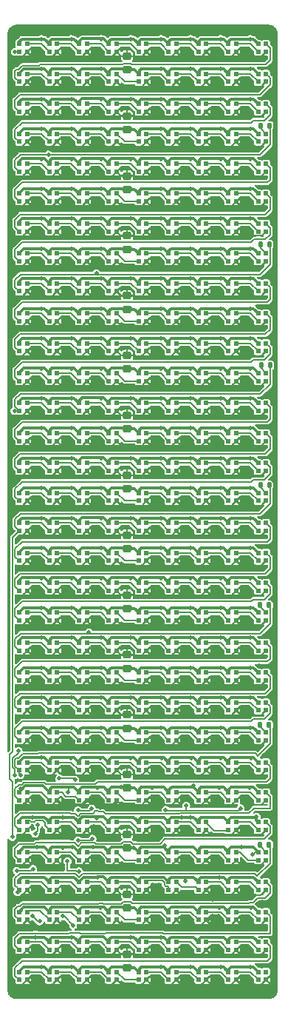
<source format=gbr>
G04 #@! TF.GenerationSoftware,KiCad,Pcbnew,7.0.8*
G04 #@! TF.CreationDate,2023-10-14T22:57:58-04:00*
G04 #@! TF.ProjectId,MicrocontrollerInputModule,4d696372-6f63-46f6-9e74-726f6c6c6572,V2*
G04 #@! TF.SameCoordinates,Original*
G04 #@! TF.FileFunction,Copper,L1,Top*
G04 #@! TF.FilePolarity,Positive*
%FSLAX46Y46*%
G04 Gerber Fmt 4.6, Leading zero omitted, Abs format (unit mm)*
G04 Created by KiCad (PCBNEW 7.0.8) date 2023-10-14 22:57:58*
%MOMM*%
%LPD*%
G01*
G04 APERTURE LIST*
G04 Aperture macros list*
%AMRoundRect*
0 Rectangle with rounded corners*
0 $1 Rounding radius*
0 $2 $3 $4 $5 $6 $7 $8 $9 X,Y pos of 4 corners*
0 Add a 4 corners polygon primitive as box body*
4,1,4,$2,$3,$4,$5,$6,$7,$8,$9,$2,$3,0*
0 Add four circle primitives for the rounded corners*
1,1,$1+$1,$2,$3*
1,1,$1+$1,$4,$5*
1,1,$1+$1,$6,$7*
1,1,$1+$1,$8,$9*
0 Add four rect primitives between the rounded corners*
20,1,$1+$1,$2,$3,$4,$5,0*
20,1,$1+$1,$4,$5,$6,$7,0*
20,1,$1+$1,$6,$7,$8,$9,0*
20,1,$1+$1,$8,$9,$2,$3,0*%
G04 Aperture macros list end*
G04 #@! TA.AperFunction,SMDPad,CuDef*
%ADD10R,0.500000X0.500000*%
G04 #@! TD*
G04 #@! TA.AperFunction,SMDPad,CuDef*
%ADD11RoundRect,0.225000X-0.250000X0.225000X-0.250000X-0.225000X0.250000X-0.225000X0.250000X0.225000X0*%
G04 #@! TD*
G04 #@! TA.AperFunction,SMDPad,CuDef*
%ADD12RoundRect,0.135000X-0.135000X-0.185000X0.135000X-0.185000X0.135000X0.185000X-0.135000X0.185000X0*%
G04 #@! TD*
G04 #@! TA.AperFunction,ViaPad*
%ADD13C,0.508000*%
G04 #@! TD*
G04 #@! TA.AperFunction,Conductor*
%ADD14C,0.304800*%
G04 #@! TD*
G04 #@! TA.AperFunction,Conductor*
%ADD15C,0.152400*%
G04 #@! TD*
G04 APERTURE END LIST*
D10*
X56826107Y-116987108D03*
X56826107Y-116087108D03*
X55926107Y-116087108D03*
X55926107Y-116987108D03*
X46557107Y-96449108D03*
X46557107Y-95549108D03*
X45657107Y-95549108D03*
X45657107Y-96449108D03*
X60249107Y-55373108D03*
X60249107Y-54473108D03*
X59349107Y-54473108D03*
X59349107Y-55373108D03*
X53403107Y-34835108D03*
X53403107Y-33935108D03*
X52503107Y-33935108D03*
X52503107Y-34835108D03*
X39711107Y-116987108D03*
X39711107Y-116087108D03*
X38811107Y-116087108D03*
X38811107Y-116987108D03*
X32865107Y-99872108D03*
X32865107Y-98972108D03*
X31965107Y-98972108D03*
X31965107Y-99872108D03*
X49980107Y-69065108D03*
X49980107Y-68165108D03*
X49080107Y-68165108D03*
X49080107Y-69065108D03*
X43134107Y-62219108D03*
X43134107Y-61319108D03*
X42234107Y-61319108D03*
X42234107Y-62219108D03*
X46557107Y-72488108D03*
X46557107Y-71588108D03*
X45657107Y-71588108D03*
X45657107Y-72488108D03*
X60249107Y-58796108D03*
X60249107Y-57896108D03*
X59349107Y-57896108D03*
X59349107Y-58796108D03*
X46557107Y-75911108D03*
X46557107Y-75011108D03*
X45657107Y-75011108D03*
X45657107Y-75911108D03*
X39711107Y-41681108D03*
X39711107Y-40781108D03*
X38811107Y-40781108D03*
X38811107Y-41681108D03*
X60249107Y-86180108D03*
X60249107Y-85280108D03*
X59349107Y-85280108D03*
X59349107Y-86180108D03*
X39711107Y-79334108D03*
X39711107Y-78434108D03*
X38811107Y-78434108D03*
X38811107Y-79334108D03*
X36288107Y-79334108D03*
X36288107Y-78434108D03*
X35388107Y-78434108D03*
X35388107Y-79334108D03*
D11*
X44325000Y-42181000D03*
X44325000Y-43731000D03*
X44325000Y-21643000D03*
X44325000Y-23193000D03*
D10*
X49980107Y-110141108D03*
X49980107Y-109241108D03*
X49080107Y-109241108D03*
X49080107Y-110141108D03*
X46557107Y-65642108D03*
X46557107Y-64742108D03*
X45657107Y-64742108D03*
X45657107Y-65642108D03*
X56826107Y-123833108D03*
X56826107Y-122933108D03*
X55926107Y-122933108D03*
X55926107Y-123833108D03*
X60249107Y-106718108D03*
X60249107Y-105818108D03*
X59349107Y-105818108D03*
X59349107Y-106718108D03*
X32865107Y-127256108D03*
X32865107Y-126356108D03*
X31965107Y-126356108D03*
X31965107Y-127256108D03*
X36288107Y-41681108D03*
X36288107Y-40781108D03*
X35388107Y-40781108D03*
X35388107Y-41681108D03*
X46557107Y-106718108D03*
X46557107Y-105818108D03*
X45657107Y-105818108D03*
X45657107Y-106718108D03*
X56826107Y-99872108D03*
X56826107Y-98972108D03*
X55926107Y-98972108D03*
X55926107Y-99872108D03*
X46557107Y-110141108D03*
X46557107Y-109241108D03*
X45657107Y-109241108D03*
X45657107Y-110141108D03*
X49980107Y-72488108D03*
X49980107Y-71588108D03*
X49080107Y-71588108D03*
X49080107Y-72488108D03*
X39711107Y-62219108D03*
X39711107Y-61319108D03*
X38811107Y-61319108D03*
X38811107Y-62219108D03*
X60249107Y-127256108D03*
X60249107Y-126356108D03*
X59349107Y-126356108D03*
X59349107Y-127256108D03*
X49980107Y-34835108D03*
X49980107Y-33935108D03*
X49080107Y-33935108D03*
X49080107Y-34835108D03*
X36288107Y-75911108D03*
X36288107Y-75011108D03*
X35388107Y-75011108D03*
X35388107Y-75911108D03*
X43134107Y-103295108D03*
X43134107Y-102395108D03*
X42234107Y-102395108D03*
X42234107Y-103295108D03*
X56826107Y-31412108D03*
X56826107Y-30512108D03*
X55926107Y-30512108D03*
X55926107Y-31412108D03*
X49980107Y-96449108D03*
X49980107Y-95549108D03*
X49080107Y-95549108D03*
X49080107Y-96449108D03*
X36288107Y-58796108D03*
X36288107Y-57896108D03*
X35388107Y-57896108D03*
X35388107Y-58796108D03*
X53403107Y-51950108D03*
X53403107Y-51050108D03*
X52503107Y-51050108D03*
X52503107Y-51950108D03*
X43134107Y-127256108D03*
X43134107Y-126356108D03*
X42234107Y-126356108D03*
X42234107Y-127256108D03*
X39711107Y-65642108D03*
X39711107Y-64742108D03*
X38811107Y-64742108D03*
X38811107Y-65642108D03*
X43134107Y-123833108D03*
X43134107Y-122933108D03*
X42234107Y-122933108D03*
X42234107Y-123833108D03*
X39711107Y-127256108D03*
X39711107Y-126356108D03*
X38811107Y-126356108D03*
X38811107Y-127256108D03*
X32865107Y-51950108D03*
X32865107Y-51050108D03*
X31965107Y-51050108D03*
X31965107Y-51950108D03*
X53403107Y-113564108D03*
X53403107Y-112664108D03*
X52503107Y-112664108D03*
X52503107Y-113564108D03*
X53403107Y-79334108D03*
X53403107Y-78434108D03*
X52503107Y-78434108D03*
X52503107Y-79334108D03*
X36288107Y-31412108D03*
X36288107Y-30512108D03*
X35388107Y-30512108D03*
X35388107Y-31412108D03*
X49980107Y-116987108D03*
X49980107Y-116087108D03*
X49080107Y-116087108D03*
X49080107Y-116987108D03*
X60249107Y-45104108D03*
X60249107Y-44204108D03*
X59349107Y-44204108D03*
X59349107Y-45104108D03*
X46557107Y-103295108D03*
X46557107Y-102395108D03*
X45657107Y-102395108D03*
X45657107Y-103295108D03*
X36288107Y-72488108D03*
X36288107Y-71588108D03*
X35388107Y-71588108D03*
X35388107Y-72488108D03*
X43134107Y-79334108D03*
X43134107Y-78434108D03*
X42234107Y-78434108D03*
X42234107Y-79334108D03*
D12*
X59607107Y-43199608D03*
X60627107Y-43199608D03*
D10*
X36288107Y-65642108D03*
X36288107Y-64742108D03*
X35388107Y-64742108D03*
X35388107Y-65642108D03*
X39711107Y-21143108D03*
X39711107Y-20243108D03*
X38811107Y-20243108D03*
X38811107Y-21143108D03*
X56826107Y-103295108D03*
X56826107Y-102395108D03*
X55926107Y-102395108D03*
X55926107Y-103295108D03*
X39711107Y-58796108D03*
X39711107Y-57896108D03*
X38811107Y-57896108D03*
X38811107Y-58796108D03*
X32865107Y-72488108D03*
X32865107Y-71588108D03*
X31965107Y-71588108D03*
X31965107Y-72488108D03*
X36288107Y-99872108D03*
X36288107Y-98972108D03*
X35388107Y-98972108D03*
X35388107Y-99872108D03*
X46557107Y-48527108D03*
X46557107Y-47627108D03*
X45657107Y-47627108D03*
X45657107Y-48527108D03*
X49980107Y-86180108D03*
X49980107Y-85280108D03*
X49080107Y-85280108D03*
X49080107Y-86180108D03*
X46557107Y-113564108D03*
X46557107Y-112664108D03*
X45657107Y-112664108D03*
X45657107Y-113564108D03*
X39711107Y-69065108D03*
X39711107Y-68165108D03*
X38811107Y-68165108D03*
X38811107Y-69065108D03*
X60249107Y-62219108D03*
X60249107Y-61319108D03*
X59349107Y-61319108D03*
X59349107Y-62219108D03*
X46557107Y-21143108D03*
X46557107Y-20243108D03*
X45657107Y-20243108D03*
X45657107Y-21143108D03*
X32865107Y-93026108D03*
X32865107Y-92126108D03*
X31965107Y-92126108D03*
X31965107Y-93026108D03*
X60249107Y-51950108D03*
X60249107Y-51050108D03*
X59349107Y-51050108D03*
X59349107Y-51950108D03*
X32865107Y-110141108D03*
X32865107Y-109241108D03*
X31965107Y-109241108D03*
X31965107Y-110141108D03*
X60249107Y-75911108D03*
X60249107Y-75011108D03*
X59349107Y-75011108D03*
X59349107Y-75911108D03*
D12*
X59580000Y-111793500D03*
X60600000Y-111793500D03*
D10*
X36288107Y-69065108D03*
X36288107Y-68165108D03*
X35388107Y-68165108D03*
X35388107Y-69065108D03*
X43134107Y-72488108D03*
X43134107Y-71588108D03*
X42234107Y-71588108D03*
X42234107Y-72488108D03*
X53403107Y-89603108D03*
X53403107Y-88703108D03*
X52503107Y-88703108D03*
X52503107Y-89603108D03*
X56826107Y-127256108D03*
X56826107Y-126356108D03*
X55926107Y-126356108D03*
X55926107Y-127256108D03*
X32865107Y-58796108D03*
X32865107Y-57896108D03*
X31965107Y-57896108D03*
X31965107Y-58796108D03*
X39711107Y-96449108D03*
X39711107Y-95549108D03*
X38811107Y-95549108D03*
X38811107Y-96449108D03*
X46557107Y-55373108D03*
X46557107Y-54473108D03*
X45657107Y-54473108D03*
X45657107Y-55373108D03*
X49980107Y-120410108D03*
X49980107Y-119510108D03*
X49080107Y-119510108D03*
X49080107Y-120410108D03*
X32865107Y-86180108D03*
X32865107Y-85280108D03*
X31965107Y-85280108D03*
X31965107Y-86180108D03*
X46557107Y-27989108D03*
X46557107Y-27089108D03*
X45657107Y-27089108D03*
X45657107Y-27989108D03*
X60249107Y-48527108D03*
X60249107Y-47627108D03*
X59349107Y-47627108D03*
X59349107Y-48527108D03*
X36288107Y-55373108D03*
X36288107Y-54473108D03*
X35388107Y-54473108D03*
X35388107Y-55373108D03*
X49980107Y-106718108D03*
X49980107Y-105818108D03*
X49080107Y-105818108D03*
X49080107Y-106718108D03*
X46557107Y-38258108D03*
X46557107Y-37358108D03*
X45657107Y-37358108D03*
X45657107Y-38258108D03*
X53403107Y-45104108D03*
X53403107Y-44204108D03*
X52503107Y-44204108D03*
X52503107Y-45104108D03*
X46557107Y-31412108D03*
X46557107Y-30512108D03*
X45657107Y-30512108D03*
X45657107Y-31412108D03*
X43134107Y-58796108D03*
X43134107Y-57896108D03*
X42234107Y-57896108D03*
X42234107Y-58796108D03*
X43134107Y-89603108D03*
X43134107Y-88703108D03*
X42234107Y-88703108D03*
X42234107Y-89603108D03*
X32865107Y-24566108D03*
X32865107Y-23666108D03*
X31965107Y-23666108D03*
X31965107Y-24566108D03*
X36288107Y-51950108D03*
X36288107Y-51050108D03*
X35388107Y-51050108D03*
X35388107Y-51950108D03*
X36288107Y-93026108D03*
X36288107Y-92126108D03*
X35388107Y-92126108D03*
X35388107Y-93026108D03*
X56826107Y-106718108D03*
X56826107Y-105818108D03*
X55926107Y-105818108D03*
X55926107Y-106718108D03*
X43134107Y-51950108D03*
X43134107Y-51050108D03*
X42234107Y-51050108D03*
X42234107Y-51950108D03*
X39711107Y-120410108D03*
X39711107Y-119510108D03*
X38811107Y-119510108D03*
X38811107Y-120410108D03*
X60249107Y-96449108D03*
X60249107Y-95549108D03*
X59349107Y-95549108D03*
X59349107Y-96449108D03*
X60249107Y-38258108D03*
X60249107Y-37358108D03*
X59349107Y-37358108D03*
X59349107Y-38258108D03*
X43134107Y-75911108D03*
X43134107Y-75011108D03*
X42234107Y-75011108D03*
X42234107Y-75911108D03*
X39711107Y-72488108D03*
X39711107Y-71588108D03*
X38811107Y-71588108D03*
X38811107Y-72488108D03*
X43134107Y-106718108D03*
X43134107Y-105818108D03*
X42234107Y-105818108D03*
X42234107Y-106718108D03*
X49980107Y-82757108D03*
X49980107Y-81857108D03*
X49080107Y-81857108D03*
X49080107Y-82757108D03*
X49980107Y-55373108D03*
X49980107Y-54473108D03*
X49080107Y-54473108D03*
X49080107Y-55373108D03*
X36288107Y-106718108D03*
X36288107Y-105818108D03*
X35388107Y-105818108D03*
X35388107Y-106718108D03*
X49980107Y-113564108D03*
X49980107Y-112664108D03*
X49080107Y-112664108D03*
X49080107Y-113564108D03*
D11*
X44325000Y-49027000D03*
X44325000Y-50577000D03*
D10*
X32865107Y-123833108D03*
X32865107Y-122933108D03*
X31965107Y-122933108D03*
X31965107Y-123833108D03*
X46557107Y-51950108D03*
X46557107Y-51050108D03*
X45657107Y-51050108D03*
X45657107Y-51950108D03*
X53403107Y-86180108D03*
X53403107Y-85280108D03*
X52503107Y-85280108D03*
X52503107Y-86180108D03*
X39711107Y-103295108D03*
X39711107Y-102395108D03*
X38811107Y-102395108D03*
X38811107Y-103295108D03*
X46557107Y-34835108D03*
X46557107Y-33935108D03*
X45657107Y-33935108D03*
X45657107Y-34835108D03*
X36288107Y-110141108D03*
X36288107Y-109241108D03*
X35388107Y-109241108D03*
X35388107Y-110141108D03*
X43134107Y-24566108D03*
X43134107Y-23666108D03*
X42234107Y-23666108D03*
X42234107Y-24566108D03*
X46557107Y-82757108D03*
X46557107Y-81857108D03*
X45657107Y-81857108D03*
X45657107Y-82757108D03*
X36288107Y-103295108D03*
X36288107Y-102395108D03*
X35388107Y-102395108D03*
X35388107Y-103295108D03*
X53403107Y-82757108D03*
X53403107Y-81857108D03*
X52503107Y-81857108D03*
X52503107Y-82757108D03*
X39711107Y-113564108D03*
X39711107Y-112664108D03*
X38811107Y-112664108D03*
X38811107Y-113564108D03*
X60249107Y-82757108D03*
X60249107Y-81857108D03*
X59349107Y-81857108D03*
X59349107Y-82757108D03*
X49980107Y-21143108D03*
X49980107Y-20243108D03*
X49080107Y-20243108D03*
X49080107Y-21143108D03*
X49980107Y-123833108D03*
X49980107Y-122933108D03*
X49080107Y-122933108D03*
X49080107Y-123833108D03*
X46557107Y-89603108D03*
X46557107Y-88703108D03*
X45657107Y-88703108D03*
X45657107Y-89603108D03*
X36288107Y-82757108D03*
X36288107Y-81857108D03*
X35388107Y-81857108D03*
X35388107Y-82757108D03*
X60249107Y-120410108D03*
X60249107Y-119510108D03*
X59349107Y-119510108D03*
X59349107Y-120410108D03*
X53403107Y-75911108D03*
X53403107Y-75011108D03*
X52503107Y-75011108D03*
X52503107Y-75911108D03*
X49980107Y-127256108D03*
X49980107Y-126356108D03*
X49080107Y-126356108D03*
X49080107Y-127256108D03*
X53403107Y-103295108D03*
X53403107Y-102395108D03*
X52503107Y-102395108D03*
X52503107Y-103295108D03*
X32865107Y-120410108D03*
X32865107Y-119510108D03*
X31965107Y-119510108D03*
X31965107Y-120410108D03*
X49980107Y-31412108D03*
X49980107Y-30512108D03*
X49080107Y-30512108D03*
X49080107Y-31412108D03*
X32865107Y-38258108D03*
X32865107Y-37358108D03*
X31965107Y-37358108D03*
X31965107Y-38258108D03*
X53403107Y-24566108D03*
X53403107Y-23666108D03*
X52503107Y-23666108D03*
X52503107Y-24566108D03*
X39711107Y-82757108D03*
X39711107Y-81857108D03*
X38811107Y-81857108D03*
X38811107Y-82757108D03*
X56826107Y-93026108D03*
X56826107Y-92126108D03*
X55926107Y-92126108D03*
X55926107Y-93026108D03*
X49980107Y-79334108D03*
X49980107Y-78434108D03*
X49080107Y-78434108D03*
X49080107Y-79334108D03*
X49980107Y-27989108D03*
X49980107Y-27089108D03*
X49080107Y-27089108D03*
X49080107Y-27989108D03*
X53403107Y-72488108D03*
X53403107Y-71588108D03*
X52503107Y-71588108D03*
X52503107Y-72488108D03*
X36288107Y-45104108D03*
X36288107Y-44204108D03*
X35388107Y-44204108D03*
X35388107Y-45104108D03*
X56826107Y-96449108D03*
X56826107Y-95549108D03*
X55926107Y-95549108D03*
X55926107Y-96449108D03*
X60249107Y-103295108D03*
X60249107Y-102395108D03*
X59349107Y-102395108D03*
X59349107Y-103295108D03*
X49980107Y-62219108D03*
X49980107Y-61319108D03*
X49080107Y-61319108D03*
X49080107Y-62219108D03*
X56826107Y-38258108D03*
X56826107Y-37358108D03*
X55926107Y-37358108D03*
X55926107Y-38258108D03*
X39711107Y-45104108D03*
X39711107Y-44204108D03*
X38811107Y-44204108D03*
X38811107Y-45104108D03*
X36288107Y-123833108D03*
X36288107Y-122933108D03*
X35388107Y-122933108D03*
X35388107Y-123833108D03*
X39711107Y-31412108D03*
X39711107Y-30512108D03*
X38811107Y-30512108D03*
X38811107Y-31412108D03*
X39711107Y-86180108D03*
X39711107Y-85280108D03*
X38811107Y-85280108D03*
X38811107Y-86180108D03*
X53403107Y-69065108D03*
X53403107Y-68165108D03*
X52503107Y-68165108D03*
X52503107Y-69065108D03*
X39711107Y-55373108D03*
X39711107Y-54473108D03*
X38811107Y-54473108D03*
X38811107Y-55373108D03*
X56826107Y-69065108D03*
X56826107Y-68165108D03*
X55926107Y-68165108D03*
X55926107Y-69065108D03*
X53403107Y-106718108D03*
X53403107Y-105818108D03*
X52503107Y-105818108D03*
X52503107Y-106718108D03*
X43134107Y-27989108D03*
X43134107Y-27089108D03*
X42234107Y-27089108D03*
X42234107Y-27989108D03*
X46557107Y-120410108D03*
X46557107Y-119510108D03*
X45657107Y-119510108D03*
X45657107Y-120410108D03*
X49980107Y-58796108D03*
X49980107Y-57896108D03*
X49080107Y-57896108D03*
X49080107Y-58796108D03*
X53403107Y-65642108D03*
X53403107Y-64742108D03*
X52503107Y-64742108D03*
X52503107Y-65642108D03*
X43134107Y-69065108D03*
X43134107Y-68165108D03*
X42234107Y-68165108D03*
X42234107Y-69065108D03*
D12*
X59600000Y-70692500D03*
X60620000Y-70692500D03*
D10*
X39711107Y-99872108D03*
X39711107Y-98972108D03*
X38811107Y-98972108D03*
X38811107Y-99872108D03*
X56826107Y-24566108D03*
X56826107Y-23666108D03*
X55926107Y-23666108D03*
X55926107Y-24566108D03*
X56826107Y-62219108D03*
X56826107Y-61319108D03*
X55926107Y-61319108D03*
X55926107Y-62219108D03*
X56826107Y-120410108D03*
X56826107Y-119510108D03*
X55926107Y-119510108D03*
X55926107Y-120410108D03*
X43134107Y-93026108D03*
X43134107Y-92126108D03*
X42234107Y-92126108D03*
X42234107Y-93026108D03*
X46557107Y-116987108D03*
X46557107Y-116087108D03*
X45657107Y-116087108D03*
X45657107Y-116987108D03*
X36288107Y-24566108D03*
X36288107Y-23666108D03*
X35388107Y-23666108D03*
X35388107Y-24566108D03*
X32865107Y-41681108D03*
X32865107Y-40781108D03*
X31965107Y-40781108D03*
X31965107Y-41681108D03*
X60249107Y-89603108D03*
X60249107Y-88703108D03*
X59349107Y-88703108D03*
X59349107Y-89603108D03*
X53403107Y-48527108D03*
X53403107Y-47627108D03*
X52503107Y-47627108D03*
X52503107Y-48527108D03*
X32865107Y-21143108D03*
X32865107Y-20243108D03*
X31965107Y-20243108D03*
X31965107Y-21143108D03*
X39711107Y-34835108D03*
X39711107Y-33935108D03*
X38811107Y-33935108D03*
X38811107Y-34835108D03*
X60249107Y-34835108D03*
X60249107Y-33935108D03*
X59349107Y-33935108D03*
X59349107Y-34835108D03*
X43134107Y-116987108D03*
X43134107Y-116087108D03*
X42234107Y-116087108D03*
X42234107Y-116987108D03*
X56826107Y-51950108D03*
X56826107Y-51050108D03*
X55926107Y-51050108D03*
X55926107Y-51950108D03*
X39711107Y-110141108D03*
X39711107Y-109241108D03*
X38811107Y-109241108D03*
X38811107Y-110141108D03*
X46557107Y-45104108D03*
X46557107Y-44204108D03*
X45657107Y-44204108D03*
X45657107Y-45104108D03*
X39711107Y-51950108D03*
X39711107Y-51050108D03*
X38811107Y-51050108D03*
X38811107Y-51950108D03*
X60249107Y-31412108D03*
X60249107Y-30512108D03*
X59349107Y-30512108D03*
X59349107Y-31412108D03*
X60249107Y-41681108D03*
X60249107Y-40781108D03*
X59349107Y-40781108D03*
X59349107Y-41681108D03*
X49980107Y-99872108D03*
X49980107Y-98972108D03*
X49080107Y-98972108D03*
X49080107Y-99872108D03*
X46557107Y-62219108D03*
X46557107Y-61319108D03*
X45657107Y-61319108D03*
X45657107Y-62219108D03*
X60249107Y-79334108D03*
X60249107Y-78434108D03*
X59349107Y-78434108D03*
X59349107Y-79334108D03*
X43134107Y-86180108D03*
X43134107Y-85280108D03*
X42234107Y-85280108D03*
X42234107Y-86180108D03*
X43134107Y-110141108D03*
X43134107Y-109241108D03*
X42234107Y-109241108D03*
X42234107Y-110141108D03*
X53403107Y-96449108D03*
X53403107Y-95549108D03*
X52503107Y-95549108D03*
X52503107Y-96449108D03*
X49980107Y-45104108D03*
X49980107Y-44204108D03*
X49080107Y-44204108D03*
X49080107Y-45104108D03*
X53403107Y-31412108D03*
X53403107Y-30512108D03*
X52503107Y-30512108D03*
X52503107Y-31412108D03*
X32865107Y-89603108D03*
X32865107Y-88703108D03*
X31965107Y-88703108D03*
X31965107Y-89603108D03*
D11*
X44325000Y-90103000D03*
X44325000Y-91653000D03*
D10*
X32865107Y-75911108D03*
X32865107Y-75011108D03*
X31965107Y-75011108D03*
X31965107Y-75911108D03*
X32865107Y-55373108D03*
X32865107Y-54473108D03*
X31965107Y-54473108D03*
X31965107Y-55373108D03*
X53403107Y-99872108D03*
X53403107Y-98972108D03*
X52503107Y-98972108D03*
X52503107Y-99872108D03*
X53403107Y-110141108D03*
X53403107Y-109241108D03*
X52503107Y-109241108D03*
X52503107Y-110141108D03*
X60249107Y-123833108D03*
X60249107Y-122933108D03*
X59349107Y-122933108D03*
X59349107Y-123833108D03*
X56826107Y-113564108D03*
X56826107Y-112664108D03*
X55926107Y-112664108D03*
X55926107Y-113564108D03*
D11*
X44325000Y-117487000D03*
X44325000Y-119037000D03*
D10*
X56826107Y-72488108D03*
X56826107Y-71588108D03*
X55926107Y-71588108D03*
X55926107Y-72488108D03*
D12*
X59580000Y-98093500D03*
X60600000Y-98093500D03*
D11*
X44325000Y-110641000D03*
X44325000Y-112191000D03*
D10*
X36288107Y-38258108D03*
X36288107Y-37358108D03*
X35388107Y-37358108D03*
X35388107Y-38258108D03*
X56826107Y-45104108D03*
X56826107Y-44204108D03*
X55926107Y-44204108D03*
X55926107Y-45104108D03*
X32865107Y-106718108D03*
X32865107Y-105818108D03*
X31965107Y-105818108D03*
X31965107Y-106718108D03*
X56826107Y-27989108D03*
X56826107Y-27089108D03*
X55926107Y-27089108D03*
X55926107Y-27989108D03*
X43134107Y-41681108D03*
X43134107Y-40781108D03*
X42234107Y-40781108D03*
X42234107Y-41681108D03*
X36288107Y-113564108D03*
X36288107Y-112664108D03*
X35388107Y-112664108D03*
X35388107Y-113564108D03*
X32865107Y-113564108D03*
X32865107Y-112664108D03*
X31965107Y-112664108D03*
X31965107Y-113564108D03*
D11*
X44325000Y-62719000D03*
X44325000Y-64269000D03*
D10*
X36288107Y-96449108D03*
X36288107Y-95549108D03*
X35388107Y-95549108D03*
X35388107Y-96449108D03*
X53403107Y-62219108D03*
X53403107Y-61319108D03*
X52503107Y-61319108D03*
X52503107Y-62219108D03*
X53403107Y-27989108D03*
X53403107Y-27089108D03*
X52503107Y-27089108D03*
X52503107Y-27989108D03*
X43134107Y-34835108D03*
X43134107Y-33935108D03*
X42234107Y-33935108D03*
X42234107Y-34835108D03*
X46557107Y-99872108D03*
X46557107Y-98972108D03*
X45657107Y-98972108D03*
X45657107Y-99872108D03*
X43134107Y-21143108D03*
X43134107Y-20243108D03*
X42234107Y-20243108D03*
X42234107Y-21143108D03*
D11*
X44325000Y-55873000D03*
X44325000Y-57423000D03*
D10*
X49980107Y-93026108D03*
X49980107Y-92126108D03*
X49080107Y-92126108D03*
X49080107Y-93026108D03*
X56826107Y-58796108D03*
X56826107Y-57896108D03*
X55926107Y-57896108D03*
X55926107Y-58796108D03*
X39711107Y-48527108D03*
X39711107Y-47627108D03*
X38811107Y-47627108D03*
X38811107Y-48527108D03*
X39711107Y-75911108D03*
X39711107Y-75011108D03*
X38811107Y-75011108D03*
X38811107Y-75911108D03*
X39711107Y-93026108D03*
X39711107Y-92126108D03*
X38811107Y-92126108D03*
X38811107Y-93026108D03*
X46557107Y-123833108D03*
X46557107Y-122933108D03*
X45657107Y-122933108D03*
X45657107Y-123833108D03*
X56826107Y-89603108D03*
X56826107Y-88703108D03*
X55926107Y-88703108D03*
X55926107Y-89603108D03*
X46557107Y-24566108D03*
X46557107Y-23666108D03*
X45657107Y-23666108D03*
X45657107Y-24566108D03*
X32865107Y-62219108D03*
X32865107Y-61319108D03*
X31965107Y-61319108D03*
X31965107Y-62219108D03*
X53403107Y-116987108D03*
X53403107Y-116087108D03*
X52503107Y-116087108D03*
X52503107Y-116987108D03*
X49980107Y-41681108D03*
X49980107Y-40781108D03*
X49080107Y-40781108D03*
X49080107Y-41681108D03*
X43134107Y-55373108D03*
X43134107Y-54473108D03*
X42234107Y-54473108D03*
X42234107Y-55373108D03*
X32865107Y-69065108D03*
X32865107Y-68165108D03*
X31965107Y-68165108D03*
X31965107Y-69065108D03*
X53403107Y-55373108D03*
X53403107Y-54473108D03*
X52503107Y-54473108D03*
X52503107Y-55373108D03*
X43134107Y-82757108D03*
X43134107Y-81857108D03*
X42234107Y-81857108D03*
X42234107Y-82757108D03*
X36288107Y-116987108D03*
X36288107Y-116087108D03*
X35388107Y-116087108D03*
X35388107Y-116987108D03*
D11*
X44325000Y-96949000D03*
X44325000Y-98499000D03*
D12*
X59607107Y-29593108D03*
X60627107Y-29593108D03*
X59580000Y-84393500D03*
X60600000Y-84393500D03*
D10*
X43134107Y-65642108D03*
X43134107Y-64742108D03*
X42234107Y-64742108D03*
X42234107Y-65642108D03*
X53403107Y-41681108D03*
X53403107Y-40781108D03*
X52503107Y-40781108D03*
X52503107Y-41681108D03*
X60249107Y-69065108D03*
X60249107Y-68165108D03*
X59349107Y-68165108D03*
X59349107Y-69065108D03*
X32865107Y-31412108D03*
X32865107Y-30512108D03*
X31965107Y-30512108D03*
X31965107Y-31412108D03*
X56826107Y-75911108D03*
X56826107Y-75011108D03*
X55926107Y-75011108D03*
X55926107Y-75911108D03*
X36288107Y-27989108D03*
X36288107Y-27089108D03*
X35388107Y-27089108D03*
X35388107Y-27989108D03*
X56826107Y-34835108D03*
X56826107Y-33935108D03*
X55926107Y-33935108D03*
X55926107Y-34835108D03*
X46557107Y-127256108D03*
X46557107Y-126356108D03*
X45657107Y-126356108D03*
X45657107Y-127256108D03*
X60249107Y-72488108D03*
X60249107Y-71588108D03*
X59349107Y-71588108D03*
X59349107Y-72488108D03*
X39711107Y-123833108D03*
X39711107Y-122933108D03*
X38811107Y-122933108D03*
X38811107Y-123833108D03*
X60249107Y-27989108D03*
X60249107Y-27089108D03*
X59349107Y-27089108D03*
X59349107Y-27989108D03*
X32865107Y-45104108D03*
X32865107Y-44204108D03*
X31965107Y-44204108D03*
X31965107Y-45104108D03*
X36288107Y-127256108D03*
X36288107Y-126356108D03*
X35388107Y-126356108D03*
X35388107Y-127256108D03*
X56826107Y-86180108D03*
X56826107Y-85280108D03*
X55926107Y-85280108D03*
X55926107Y-86180108D03*
X49980107Y-65642108D03*
X49980107Y-64742108D03*
X49080107Y-64742108D03*
X49080107Y-65642108D03*
X56826107Y-41681108D03*
X56826107Y-40781108D03*
X55926107Y-40781108D03*
X55926107Y-41681108D03*
X56826107Y-79334108D03*
X56826107Y-78434108D03*
X55926107Y-78434108D03*
X55926107Y-79334108D03*
X32865107Y-96449108D03*
X32865107Y-95549108D03*
X31965107Y-95549108D03*
X31965107Y-96449108D03*
X43134107Y-99872108D03*
X43134107Y-98972108D03*
X42234107Y-98972108D03*
X42234107Y-99872108D03*
X46557107Y-69065108D03*
X46557107Y-68165108D03*
X45657107Y-68165108D03*
X45657107Y-69065108D03*
X60249107Y-65642108D03*
X60249107Y-64742108D03*
X59349107Y-64742108D03*
X59349107Y-65642108D03*
X46557107Y-79334108D03*
X46557107Y-78434108D03*
X45657107Y-78434108D03*
X45657107Y-79334108D03*
X43134107Y-113564108D03*
X43134107Y-112664108D03*
X42234107Y-112664108D03*
X42234107Y-113564108D03*
X32865107Y-116987108D03*
X32865107Y-116087108D03*
X31965107Y-116087108D03*
X31965107Y-116987108D03*
X36288107Y-120410108D03*
X36288107Y-119510108D03*
X35388107Y-119510108D03*
X35388107Y-120410108D03*
X43134107Y-96449108D03*
X43134107Y-95549108D03*
X42234107Y-95549108D03*
X42234107Y-96449108D03*
X56826107Y-55373108D03*
X56826107Y-54473108D03*
X55926107Y-54473108D03*
X55926107Y-55373108D03*
X32865107Y-82757108D03*
X32865107Y-81857108D03*
X31965107Y-81857108D03*
X31965107Y-82757108D03*
X60249107Y-21143108D03*
X60249107Y-20243108D03*
X59349107Y-20243108D03*
X59349107Y-21143108D03*
X56826107Y-82757108D03*
X56826107Y-81857108D03*
X55926107Y-81857108D03*
X55926107Y-82757108D03*
X49980107Y-89603108D03*
X49980107Y-88703108D03*
X49080107Y-88703108D03*
X49080107Y-89603108D03*
X56826107Y-21143108D03*
X56826107Y-20243108D03*
X55926107Y-20243108D03*
X55926107Y-21143108D03*
X43134107Y-31412108D03*
X43134107Y-30512108D03*
X42234107Y-30512108D03*
X42234107Y-31412108D03*
X43134107Y-48527108D03*
X43134107Y-47627108D03*
X42234107Y-47627108D03*
X42234107Y-48527108D03*
X49980107Y-48527108D03*
X49980107Y-47627108D03*
X49080107Y-47627108D03*
X49080107Y-48527108D03*
X60249107Y-24566108D03*
X60249107Y-23666108D03*
X59349107Y-23666108D03*
X59349107Y-24566108D03*
X56826107Y-48527108D03*
X56826107Y-47627108D03*
X55926107Y-47627108D03*
X55926107Y-48527108D03*
X43134107Y-45104108D03*
X43134107Y-44204108D03*
X42234107Y-44204108D03*
X42234107Y-45104108D03*
X53403107Y-93026108D03*
X53403107Y-92126108D03*
X52503107Y-92126108D03*
X52503107Y-93026108D03*
X39711107Y-38258108D03*
X39711107Y-37358108D03*
X38811107Y-37358108D03*
X38811107Y-38258108D03*
D11*
X44325000Y-28489000D03*
X44325000Y-30039000D03*
D10*
X46557107Y-86180108D03*
X46557107Y-85280108D03*
X45657107Y-85280108D03*
X45657107Y-86180108D03*
X53403107Y-58796108D03*
X53403107Y-57896108D03*
X52503107Y-57896108D03*
X52503107Y-58796108D03*
X60249107Y-113564108D03*
X60249107Y-112664108D03*
X59349107Y-112664108D03*
X59349107Y-113564108D03*
X49980107Y-103295108D03*
X49980107Y-102395108D03*
X49080107Y-102395108D03*
X49080107Y-103295108D03*
X36288107Y-86180108D03*
X36288107Y-85280108D03*
X35388107Y-85280108D03*
X35388107Y-86180108D03*
X46557107Y-93026108D03*
X46557107Y-92126108D03*
X45657107Y-92126108D03*
X45657107Y-93026108D03*
X36288107Y-48527108D03*
X36288107Y-47627108D03*
X35388107Y-47627108D03*
X35388107Y-48527108D03*
X43134107Y-38258108D03*
X43134107Y-37358108D03*
X42234107Y-37358108D03*
X42234107Y-38258108D03*
X56826107Y-65642108D03*
X56826107Y-64742108D03*
X55926107Y-64742108D03*
X55926107Y-65642108D03*
X49980107Y-38258108D03*
X49980107Y-37358108D03*
X49080107Y-37358108D03*
X49080107Y-38258108D03*
X32865107Y-79334108D03*
X32865107Y-78434108D03*
X31965107Y-78434108D03*
X31965107Y-79334108D03*
X32865107Y-27989108D03*
X32865107Y-27089108D03*
X31965107Y-27089108D03*
X31965107Y-27989108D03*
X43134107Y-120410108D03*
X43134107Y-119510108D03*
X42234107Y-119510108D03*
X42234107Y-120410108D03*
X32865107Y-48527108D03*
X32865107Y-47627108D03*
X31965107Y-47627108D03*
X31965107Y-48527108D03*
X56826107Y-110141108D03*
X56826107Y-109241108D03*
X55926107Y-109241108D03*
X55926107Y-110141108D03*
X49980107Y-24566108D03*
X49980107Y-23666108D03*
X49080107Y-23666108D03*
X49080107Y-24566108D03*
X46557107Y-41681108D03*
X46557107Y-40781108D03*
X45657107Y-40781108D03*
X45657107Y-41681108D03*
X60249107Y-99872108D03*
X60249107Y-98972108D03*
X59349107Y-98972108D03*
X59349107Y-99872108D03*
D11*
X44325000Y-76411000D03*
X44325000Y-77961000D03*
D10*
X39711107Y-24566108D03*
X39711107Y-23666108D03*
X38811107Y-23666108D03*
X38811107Y-24566108D03*
X49980107Y-51950108D03*
X49980107Y-51050108D03*
X49080107Y-51050108D03*
X49080107Y-51950108D03*
X60249107Y-110141108D03*
X60249107Y-109241108D03*
X59349107Y-109241108D03*
X59349107Y-110141108D03*
D11*
X44325000Y-69565000D03*
X44325000Y-71115000D03*
D10*
X60249107Y-116987108D03*
X60249107Y-116087108D03*
X59349107Y-116087108D03*
X59349107Y-116987108D03*
X36288107Y-34835108D03*
X36288107Y-33935108D03*
X35388107Y-33935108D03*
X35388107Y-34835108D03*
X39711107Y-27989108D03*
X39711107Y-27089108D03*
X38811107Y-27089108D03*
X38811107Y-27989108D03*
X53403107Y-120410108D03*
X53403107Y-119510108D03*
X52503107Y-119510108D03*
X52503107Y-120410108D03*
X32865107Y-103295108D03*
X32865107Y-102395108D03*
X31965107Y-102395108D03*
X31965107Y-103295108D03*
D11*
X44325000Y-103795000D03*
X44325000Y-105345000D03*
X44325000Y-35335000D03*
X44325000Y-36885000D03*
X44325000Y-124333000D03*
X44325000Y-125883000D03*
D10*
X36288107Y-21143108D03*
X36288107Y-20243108D03*
X35388107Y-20243108D03*
X35388107Y-21143108D03*
X53403107Y-38258108D03*
X53403107Y-37358108D03*
X52503107Y-37358108D03*
X52503107Y-38258108D03*
X36288107Y-89603108D03*
X36288107Y-88703108D03*
X35388107Y-88703108D03*
X35388107Y-89603108D03*
X53403107Y-127256108D03*
X53403107Y-126356108D03*
X52503107Y-126356108D03*
X52503107Y-127256108D03*
X46557107Y-58796108D03*
X46557107Y-57896108D03*
X45657107Y-57896108D03*
X45657107Y-58796108D03*
X32865107Y-65642108D03*
X32865107Y-64742108D03*
X31965107Y-64742108D03*
X31965107Y-65642108D03*
X53403107Y-21143108D03*
X53403107Y-20243108D03*
X52503107Y-20243108D03*
X52503107Y-21143108D03*
X39711107Y-89603108D03*
X39711107Y-88703108D03*
X38811107Y-88703108D03*
X38811107Y-89603108D03*
X36288107Y-62219108D03*
X36288107Y-61319108D03*
X35388107Y-61319108D03*
X35388107Y-62219108D03*
X32865107Y-34835108D03*
X32865107Y-33935108D03*
X31965107Y-33935108D03*
X31965107Y-34835108D03*
X49980107Y-75911108D03*
X49980107Y-75011108D03*
X49080107Y-75011108D03*
X49080107Y-75911108D03*
X60249107Y-93026108D03*
X60249107Y-92126108D03*
X59349107Y-92126108D03*
X59349107Y-93026108D03*
X53403107Y-123833108D03*
X53403107Y-122933108D03*
X52503107Y-122933108D03*
X52503107Y-123833108D03*
D12*
X59699999Y-56992500D03*
X60719999Y-56992500D03*
D11*
X44325000Y-83257000D03*
X44325000Y-84807000D03*
D10*
X39711107Y-106718108D03*
X39711107Y-105818108D03*
X38811107Y-105818108D03*
X38811107Y-106718108D03*
D13*
X55045107Y-91576108D03*
X58468107Y-43654108D03*
X37930107Y-125806108D03*
X44776107Y-26539108D03*
X58468107Y-88153108D03*
X41353107Y-53923108D03*
X48199107Y-125806108D03*
X40817107Y-108743108D03*
X37930107Y-50500108D03*
X48307107Y-101893108D03*
X58468107Y-64192108D03*
X54907107Y-118993108D03*
X34507107Y-26539108D03*
X58468107Y-71038108D03*
X58468107Y-91576108D03*
X37930107Y-81307108D03*
X32157107Y-119343108D03*
X48199107Y-43654108D03*
X44776107Y-91576108D03*
X51622107Y-57346108D03*
X34007107Y-112093108D03*
X51622107Y-40231108D03*
X51622107Y-29962108D03*
X33507107Y-108693108D03*
X37930107Y-122383108D03*
X44776107Y-81307108D03*
X41353107Y-67615108D03*
X54907107Y-115593108D03*
X37930107Y-84730108D03*
X41307107Y-118993108D03*
X34507107Y-53923108D03*
X51622107Y-43654108D03*
X55045107Y-67615108D03*
X40907107Y-105293108D03*
X51622107Y-19693108D03*
X41353107Y-57346108D03*
X51015407Y-115987093D03*
X55045107Y-50500108D03*
X37930107Y-91576108D03*
X48199107Y-57346108D03*
X54907107Y-105293108D03*
X58468107Y-50500108D03*
X44776107Y-84730108D03*
X41353107Y-125806108D03*
X41307107Y-101893108D03*
X58748139Y-112964057D03*
X48199107Y-36808108D03*
X44776107Y-50500108D03*
X34507107Y-77884108D03*
X48199107Y-77884108D03*
X44776107Y-29962108D03*
X41353107Y-19693108D03*
X58507107Y-118993108D03*
X58468107Y-98422108D03*
X37930107Y-23116108D03*
X51622107Y-94999108D03*
X41353107Y-40231108D03*
X41353107Y-43654108D03*
X51622107Y-98422108D03*
X37930107Y-29962108D03*
X44776107Y-67615108D03*
X48199107Y-91576108D03*
X44776107Y-88153108D03*
X34507107Y-60769108D03*
X41353107Y-84730108D03*
X44776107Y-98422108D03*
X37930107Y-67615108D03*
X34507107Y-23116108D03*
X37930107Y-19693108D03*
X55107107Y-101893108D03*
X32124004Y-105410005D03*
X44776107Y-36808108D03*
X58468107Y-81307108D03*
X34507107Y-29962108D03*
X34507107Y-43654108D03*
X36907107Y-108693108D03*
X41353107Y-94999108D03*
X34507107Y-47077108D03*
X36907107Y-112133108D03*
X55045107Y-81307108D03*
X44776107Y-125806108D03*
X55045107Y-125806108D03*
X48199107Y-60769108D03*
X41353107Y-71038108D03*
X48199107Y-67615108D03*
X58468107Y-26539108D03*
X51622107Y-74461108D03*
X44776107Y-53923108D03*
X34507107Y-33385108D03*
X41353107Y-60769108D03*
X51622107Y-84730108D03*
X55045107Y-47077108D03*
X51622107Y-23116108D03*
X44776107Y-60769108D03*
X37930107Y-60769108D03*
X37930107Y-77884108D03*
X51907107Y-105093108D03*
X57447107Y-112109308D03*
X41353107Y-91576108D03*
X55045107Y-94999108D03*
X58468107Y-60769108D03*
X34507107Y-84730108D03*
X48199107Y-74461108D03*
X34507107Y-40231108D03*
X51622107Y-64192108D03*
X58468107Y-53923108D03*
X55045107Y-53923108D03*
X48199107Y-40231108D03*
X55045107Y-33385108D03*
X51622107Y-60769108D03*
X51622107Y-53923108D03*
X37930107Y-53923108D03*
X44776107Y-23116108D03*
X58468107Y-29962108D03*
X48199107Y-98422108D03*
X37930107Y-40231108D03*
X58468107Y-40231108D03*
X51622107Y-50500108D03*
X48199107Y-26539108D03*
X51622107Y-125806108D03*
X55045107Y-19693108D03*
X41353107Y-77884108D03*
X34507107Y-74461108D03*
X43607107Y-105193108D03*
X44776107Y-74461108D03*
X55045107Y-26539108D03*
X44776107Y-43654108D03*
X51622107Y-77884108D03*
X33857107Y-122443108D03*
X55045107Y-60769108D03*
X51622107Y-36808108D03*
X37930107Y-98422108D03*
X55045107Y-77884108D03*
X51622107Y-26539108D03*
X37930107Y-64192108D03*
X41353107Y-74461108D03*
X58468107Y-125806108D03*
X34507107Y-81307108D03*
X44776107Y-47077108D03*
X51622107Y-88153108D03*
X55045107Y-57346108D03*
X58407107Y-105293108D03*
X58468107Y-94999108D03*
X51622107Y-33385108D03*
X48199107Y-122383108D03*
X44776107Y-122383108D03*
X37930107Y-47077108D03*
X51622107Y-81307108D03*
X51622107Y-91576108D03*
X55045107Y-23116108D03*
X40907107Y-115593108D03*
X50607107Y-108693108D03*
X38007107Y-112093108D03*
X47207107Y-105293108D03*
X41353107Y-23116108D03*
X41353107Y-98422108D03*
X55045107Y-84730108D03*
X34507107Y-19693108D03*
X55045107Y-74461108D03*
X51622107Y-67615108D03*
X58468107Y-84730108D03*
X37930107Y-36808108D03*
X58468107Y-74461108D03*
X55045107Y-64192108D03*
X51607107Y-108693108D03*
X58468107Y-33385108D03*
X37930107Y-26539108D03*
X58468107Y-23116108D03*
X44776107Y-71038108D03*
X48199107Y-71038108D03*
X34507107Y-98422108D03*
X55045107Y-98422108D03*
X41353107Y-47077108D03*
X41353107Y-36808108D03*
X48199107Y-29962108D03*
X44776107Y-64192108D03*
X44776107Y-77884108D03*
X58468107Y-47077108D03*
X34507107Y-91576108D03*
X59157107Y-108643108D03*
X34507107Y-67615108D03*
X41353107Y-81307108D03*
X41353107Y-26539108D03*
X48199107Y-88153108D03*
X44707107Y-101893108D03*
X44776107Y-57346108D03*
X55045107Y-40231108D03*
X55045107Y-71038108D03*
X41353107Y-64192108D03*
X44776107Y-94999108D03*
X34507107Y-64192108D03*
X55045107Y-29962108D03*
X37930107Y-33385108D03*
X48199107Y-50500108D03*
X34507107Y-88153108D03*
X44776107Y-33385108D03*
X58468107Y-36808108D03*
X37930107Y-43654108D03*
X41353107Y-50500108D03*
X37907107Y-101893108D03*
X58468107Y-67615108D03*
X34507107Y-94999108D03*
X48607107Y-111893108D03*
X48199107Y-94999108D03*
X34507107Y-57346108D03*
X44776107Y-40231108D03*
X34507107Y-101845108D03*
X48199107Y-47077108D03*
X37930107Y-88153108D03*
X58468107Y-57346108D03*
X48199107Y-53923108D03*
X44776107Y-19693108D03*
X37930107Y-74461108D03*
X48199107Y-33385108D03*
X55045107Y-43654108D03*
X51707107Y-101893108D03*
X34507107Y-125806108D03*
X48199107Y-64192108D03*
X51622107Y-71038108D03*
X58507107Y-101893108D03*
X48199107Y-84730108D03*
X41353107Y-33385108D03*
X55045107Y-88153108D03*
X34507107Y-71038108D03*
X58468107Y-19693108D03*
X48199107Y-23116108D03*
X48199107Y-81307108D03*
X41353107Y-29962108D03*
X37930107Y-71038108D03*
X40407107Y-112093108D03*
X48199107Y-19693108D03*
X55045107Y-36808108D03*
X41353107Y-88153108D03*
X37930107Y-57346108D03*
X51622107Y-47077108D03*
X34507107Y-36808108D03*
X37930107Y-94999108D03*
X45107107Y-112193108D03*
X58468107Y-77884108D03*
X34507107Y-50500108D03*
X37557107Y-105811008D03*
X51107107Y-107344208D03*
X57337107Y-107658408D03*
X48748586Y-107823208D03*
X59417673Y-19522118D03*
X57857107Y-27789108D03*
X59257107Y-118625208D03*
X51011107Y-89403108D03*
X37319107Y-92826108D03*
X51011107Y-79134108D03*
X37319107Y-27789108D03*
X54132107Y-119992208D03*
X37319107Y-103095108D03*
X51011107Y-55173108D03*
X32707107Y-107293108D03*
X57857107Y-99672108D03*
X51011107Y-62019108D03*
X57857107Y-103095108D03*
X59507107Y-91335208D03*
X37319107Y-41481108D03*
X51011107Y-27789108D03*
X37319107Y-96249108D03*
X57657107Y-117661008D03*
X47507107Y-96270108D03*
X57857107Y-82557108D03*
X37319107Y-38058108D03*
X57857107Y-48327108D03*
X37319107Y-85980108D03*
X57857107Y-75711108D03*
X57857107Y-62019108D03*
X59707107Y-36693108D03*
X37319107Y-44904108D03*
X54307107Y-92847108D03*
X54132107Y-118061008D03*
X59936149Y-46922150D03*
X60020149Y-101606150D03*
X48007107Y-117243108D03*
X37319107Y-48327108D03*
X37319107Y-79134108D03*
X57857107Y-92826108D03*
X51011107Y-58596108D03*
X57857107Y-85980108D03*
X57857107Y-96249108D03*
X57857107Y-79134108D03*
X57857107Y-38058108D03*
X57857107Y-24366108D03*
X37319107Y-20943108D03*
X54307107Y-103116108D03*
X37319107Y-65442108D03*
X51011107Y-82557108D03*
X43107107Y-104093108D03*
X47507107Y-99693108D03*
X51011107Y-68865108D03*
X51011107Y-31212108D03*
X51011107Y-44904108D03*
X37319107Y-89403108D03*
X57857107Y-65442108D03*
X51011107Y-51750108D03*
X57857107Y-72288108D03*
X51011107Y-38058108D03*
X59507107Y-77693108D03*
X37319107Y-51750108D03*
X60348004Y-25934005D03*
X37319107Y-31212108D03*
X57857107Y-44904108D03*
X54792210Y-119992208D03*
X40482107Y-109723208D03*
X37319107Y-58596108D03*
X58607107Y-117643108D03*
X54807107Y-118028408D03*
X57857107Y-55173108D03*
X59707107Y-63951208D03*
X51011107Y-41481108D03*
X47957107Y-116395408D03*
X47507107Y-103116108D03*
X41257107Y-107568108D03*
X59507107Y-50259208D03*
X51011107Y-34635108D03*
X51011107Y-92826108D03*
X37319107Y-99672108D03*
X59836704Y-118372705D03*
X37319107Y-62019108D03*
X57857107Y-58596108D03*
X59928149Y-74314150D03*
X54307107Y-99693108D03*
X54307107Y-96270108D03*
X37319107Y-34635108D03*
X57857107Y-31212108D03*
X47257107Y-116395408D03*
X57857107Y-89403108D03*
X47507107Y-92847108D03*
X37319107Y-75711108D03*
X59974149Y-87960150D03*
X51011107Y-65442108D03*
X59906365Y-33289945D03*
X59902637Y-60674838D03*
X57857107Y-41481108D03*
X57857107Y-34635108D03*
X51011107Y-48327108D03*
X57857107Y-20943108D03*
X37319107Y-24366108D03*
X32607107Y-117643108D03*
X37319107Y-55173108D03*
X57857107Y-68865108D03*
X57857107Y-51750108D03*
X37319107Y-82557108D03*
X51011107Y-72288108D03*
X51011107Y-75711108D03*
X37319107Y-68865108D03*
X51011107Y-85980108D03*
X37319107Y-72288108D03*
X31449427Y-103851978D03*
X31889207Y-101093108D03*
X31457107Y-21155057D03*
X33777991Y-110545464D03*
X34076407Y-109549408D03*
X38697398Y-107888844D03*
X40807107Y-46475808D03*
X40271698Y-107693108D03*
X31407107Y-62193108D03*
X33540607Y-114593108D03*
X31679710Y-114790711D03*
X31173414Y-110926801D03*
X39942407Y-87551808D03*
X37482917Y-113718919D03*
X38795581Y-114850972D03*
X40357107Y-111128408D03*
X38693292Y-111311315D03*
X36939476Y-119992208D03*
X32109229Y-103840450D03*
X38136040Y-121022041D03*
X34293893Y-120582896D03*
X31751872Y-117227327D03*
X33484530Y-119991937D03*
X35307107Y-32902508D03*
X38348004Y-104400208D03*
X36557107Y-104243108D03*
D14*
X39154107Y-19650108D02*
X41641107Y-19650108D01*
X45961907Y-101840308D02*
X48254307Y-101840308D01*
X49080107Y-81857108D02*
X49080107Y-81607108D01*
X55371307Y-60764308D02*
X55926107Y-61319108D01*
X42538907Y-74456308D02*
X45102307Y-74456308D01*
X51948307Y-57341308D02*
X52503107Y-57896108D01*
X38256307Y-43649308D02*
X38811107Y-44204108D01*
X42234107Y-75011108D02*
X42234107Y-74761108D01*
X51948307Y-60764308D02*
X52503107Y-61319108D01*
X56230907Y-105263308D02*
X58377307Y-105263308D01*
X45657107Y-105568108D02*
X45961907Y-105263308D01*
X55926107Y-23416108D02*
X56230907Y-23111308D01*
X45183999Y-77961000D02*
X45657107Y-78434108D01*
X35692907Y-105263308D02*
X37657107Y-105263308D01*
X51948307Y-74456308D02*
X52503107Y-75011108D01*
X31965107Y-109241108D02*
X31965107Y-108991108D01*
X41679307Y-29957308D02*
X42234107Y-30512108D01*
X58794307Y-57341308D02*
X59349107Y-57896108D01*
X49384907Y-64187308D02*
X51948307Y-64187308D01*
X52503107Y-57646108D02*
X52807907Y-57341308D01*
X49080107Y-50800108D02*
X49384907Y-50495308D01*
D15*
X51015407Y-115987093D02*
X51015407Y-115940608D01*
D14*
X44759907Y-101840308D02*
X45102307Y-101840308D01*
X48525307Y-88148308D02*
X49080107Y-88703108D01*
X35692907Y-26534308D02*
X38256307Y-26534308D01*
X39154107Y-53880108D02*
X41641107Y-53880108D01*
X39154107Y-94956108D02*
X41641107Y-94956108D01*
X52807907Y-84725308D02*
X55371307Y-84725308D01*
X55926107Y-30512108D02*
X55926107Y-30262108D01*
X42538907Y-77879308D02*
X44243308Y-77879308D01*
X41679307Y-91571308D02*
X42234107Y-92126108D01*
X34502307Y-33380308D02*
X34507107Y-33385108D01*
X52503107Y-47377108D02*
X52807907Y-47072308D01*
X34511907Y-88148308D02*
X34833307Y-88148308D01*
X49080107Y-47627108D02*
X49080107Y-47377108D01*
X34511907Y-33380308D02*
X34833307Y-33380308D01*
X45657107Y-109241108D02*
X45657107Y-108991108D01*
X55926107Y-95299108D02*
X56230907Y-94994308D01*
X38811107Y-112414108D02*
X39115907Y-112109308D01*
X41216107Y-101802108D02*
X41307107Y-101893108D01*
X51948307Y-43649308D02*
X52503107Y-44204108D01*
X45102307Y-115532308D02*
X45657107Y-116087108D01*
X37959907Y-101840308D02*
X38256307Y-101840308D01*
X37907107Y-101893108D02*
X37959907Y-101840308D01*
X45102307Y-122378308D02*
X45657107Y-122933108D01*
X49080107Y-109241108D02*
X49080107Y-108991108D01*
X56230907Y-50495308D02*
X58794307Y-50495308D01*
X52807907Y-26534308D02*
X55371307Y-26534308D01*
X42234107Y-105818108D02*
X42234107Y-105568108D01*
X42234107Y-23666108D02*
X42234107Y-23416108D01*
X34833307Y-91571308D02*
X35388107Y-92126108D01*
X52503107Y-23666108D02*
X52503107Y-23416108D01*
X31965107Y-54473108D02*
X31965107Y-54223108D01*
X42234107Y-37108108D02*
X42538907Y-36803308D01*
X51948307Y-88148308D02*
X52503107Y-88703108D01*
X44243308Y-77879308D02*
X44325000Y-77961000D01*
X35388107Y-115837108D02*
X35692907Y-115532308D01*
X55926107Y-122933108D02*
X55926107Y-122683108D01*
X52807907Y-43649308D02*
X55371307Y-43649308D01*
X52503107Y-57896108D02*
X52503107Y-57646108D01*
X52503107Y-112664108D02*
X52503107Y-112414108D01*
X34833307Y-19688308D02*
X35388107Y-20243108D01*
X48254307Y-101840308D02*
X48307107Y-101893108D01*
X40722107Y-108648108D02*
X40817107Y-108743108D01*
X32269907Y-40226308D02*
X34502307Y-40226308D01*
X35388107Y-50800108D02*
X35692907Y-50495308D01*
X38811107Y-57896108D02*
X38811107Y-57646108D01*
X38811107Y-37108108D02*
X39115907Y-36803308D01*
X49080107Y-71588108D02*
X49080107Y-71338108D01*
X35388107Y-61319108D02*
X35388107Y-61069108D01*
X35388107Y-40781108D02*
X35388107Y-40531108D01*
X49080107Y-26839108D02*
X49384907Y-26534308D01*
X45657107Y-81857108D02*
X45657107Y-81607108D01*
X45657107Y-23416108D02*
X45961907Y-23111308D01*
X56230907Y-64187308D02*
X58794307Y-64187308D01*
X38256307Y-101840308D02*
X38811107Y-102395108D01*
X51948307Y-98417308D02*
X52503107Y-98972108D01*
X39115907Y-84725308D02*
X41679307Y-84725308D01*
X34833307Y-125801308D02*
X35388107Y-126356108D01*
X34511907Y-19688308D02*
X34833307Y-19688308D01*
X49080107Y-112664108D02*
X49080107Y-112414108D01*
X39154107Y-26496108D02*
X41641107Y-26496108D01*
X49080107Y-81607108D02*
X49384907Y-81302308D01*
X31965107Y-85280108D02*
X31965107Y-85249056D01*
X32488855Y-125801308D02*
X34833307Y-125801308D01*
X42234107Y-115837108D02*
X42538907Y-115532308D01*
X59157107Y-108643108D02*
X59157107Y-109049108D01*
X42538907Y-33380308D02*
X45102307Y-33380308D01*
X42234107Y-126106108D02*
X42538907Y-125801308D01*
X45657107Y-30262108D02*
X45961907Y-29957308D01*
X52503107Y-81857108D02*
X52503107Y-81607108D01*
X45657107Y-43954108D02*
X45961907Y-43649308D01*
X55371307Y-36803308D02*
X55926107Y-37358108D01*
X32488855Y-71033308D02*
X34833307Y-71033308D01*
X56230907Y-23111308D02*
X58794307Y-23111308D01*
X55371307Y-50495308D02*
X55926107Y-51050108D01*
X49080107Y-20243108D02*
X49080107Y-19993108D01*
X38811107Y-119510108D02*
X38811107Y-119260108D01*
X33857107Y-122443108D02*
X33921907Y-122378308D01*
X45102307Y-67610308D02*
X45657107Y-68165108D01*
X38256307Y-84725308D02*
X38811107Y-85280108D01*
X34511907Y-40226308D02*
X34833307Y-40226308D01*
X42234107Y-64492108D02*
X42538907Y-64187308D01*
X52503107Y-19993108D02*
X52807907Y-19688308D01*
X52807907Y-64187308D02*
X55371307Y-64187308D01*
X52503107Y-92126108D02*
X52503107Y-91876108D01*
X51948307Y-118955308D02*
X52503107Y-119510108D01*
X40390907Y-112109308D02*
X40407107Y-112093108D01*
X44325000Y-64269000D02*
X45183999Y-64269000D01*
X31965107Y-61319108D02*
X31965107Y-61069108D01*
X42234107Y-112664108D02*
X42234107Y-112414108D01*
X45657107Y-85280108D02*
X45657107Y-85030108D01*
X49384907Y-125801308D02*
X51948307Y-125801308D01*
X58507107Y-101893108D02*
X58559907Y-101840308D01*
X50600307Y-108686308D02*
X50607107Y-108693108D01*
X45657107Y-40531108D02*
X45961907Y-40226308D01*
X42234107Y-95299108D02*
X42538907Y-94994308D01*
X31965107Y-23666108D02*
X31965107Y-23635056D01*
X41641107Y-40188108D02*
X42234107Y-40781108D01*
X44707107Y-101893108D02*
X44759907Y-101840308D01*
X55371307Y-26534308D02*
X55926107Y-27089108D01*
X45183999Y-64269000D02*
X45657107Y-64742108D01*
X58794307Y-118955308D02*
X59349107Y-119510108D01*
X35388107Y-37358108D02*
X35388107Y-37108108D01*
X35388107Y-37108108D02*
X35692907Y-36803308D01*
X52503107Y-98722108D02*
X52807907Y-98417308D01*
X44325000Y-30039000D02*
X45183999Y-30039000D01*
X45657107Y-61319108D02*
X45657107Y-61069108D01*
X49080107Y-64742108D02*
X49080107Y-64492108D01*
X58407107Y-105293108D02*
X58436907Y-105263308D01*
X49384907Y-43649308D02*
X51948307Y-43649308D01*
X45657107Y-108991108D02*
X45961907Y-108686308D01*
X41307107Y-101893108D02*
X41398107Y-101802108D01*
X42538907Y-43649308D02*
X44243308Y-43649308D01*
X49080107Y-78184108D02*
X49384907Y-77879308D01*
X38811107Y-64742108D02*
X38811107Y-64492108D01*
X31965107Y-81607108D02*
X32269907Y-81302308D01*
X41344907Y-118955308D02*
X41679307Y-118955308D01*
X55926107Y-43954108D02*
X56230907Y-43649308D01*
X34833307Y-40226308D02*
X35388107Y-40781108D01*
X42234107Y-30262108D02*
X42538907Y-29957308D01*
X45102307Y-101840308D02*
X45657107Y-102395108D01*
X45657107Y-44204108D02*
X45657107Y-43954108D01*
X45961907Y-122378308D02*
X48525307Y-122378308D01*
X51948307Y-112109308D02*
X52503107Y-112664108D01*
X44325000Y-119037000D02*
X45183999Y-119037000D01*
X35692907Y-101840308D02*
X37854307Y-101840308D01*
X35692907Y-125801308D02*
X38256307Y-125801308D01*
X52503107Y-95299108D02*
X52807907Y-94994308D01*
X41679307Y-43649308D02*
X42234107Y-44204108D01*
X35388107Y-19993108D02*
X35692907Y-19688308D01*
X35692907Y-98417308D02*
X38256307Y-98417308D01*
X57447107Y-112109308D02*
X56230907Y-112109308D01*
X49080107Y-115837108D02*
X49384907Y-115532308D01*
X52503107Y-112414108D02*
X52807907Y-112109308D01*
X52503107Y-105568108D02*
X52807907Y-105263308D01*
X42234107Y-102395108D02*
X42234107Y-102145108D01*
X40817107Y-108743108D02*
X40847107Y-108713108D01*
X52503107Y-105818108D02*
X52503107Y-105568108D01*
X51907107Y-105093108D02*
X51948307Y-105263308D01*
X52503107Y-115837108D02*
X52807907Y-115532308D01*
X45961907Y-115532308D02*
X48525307Y-115532308D01*
X58794307Y-84725308D02*
X59349107Y-85280108D01*
X51948307Y-84725308D02*
X52503107Y-85280108D01*
X35388107Y-23666108D02*
X35388107Y-23416108D01*
X55926107Y-64742108D02*
X55926107Y-64492108D01*
D15*
X37657107Y-105711008D02*
X37557107Y-105811008D01*
D14*
X38811107Y-98972108D02*
X38811107Y-98722108D01*
X31965107Y-126325056D02*
X32488855Y-125801308D01*
X35692907Y-77879308D02*
X38256307Y-77879308D01*
X34502307Y-88148308D02*
X34507107Y-88153108D01*
X35692907Y-74456308D02*
X38256307Y-74456308D01*
X49384907Y-26534308D02*
X51948307Y-26534308D01*
X52807907Y-115532308D02*
X54846307Y-115532308D01*
X38256307Y-98417308D02*
X38811107Y-98972108D01*
X42234107Y-74761108D02*
X42538907Y-74456308D01*
X44325000Y-50577000D02*
X45183999Y-50577000D01*
X45961907Y-125801308D02*
X48525307Y-125801308D01*
X56230907Y-125801308D02*
X58794307Y-125801308D01*
X45657107Y-95299108D02*
X45961907Y-94994308D01*
X42538907Y-29957308D02*
X44243308Y-29957308D01*
X34502307Y-74456308D02*
X34507107Y-74461108D01*
X44243308Y-23111308D02*
X44325000Y-23193000D01*
X35388107Y-119510108D02*
X35388107Y-119260108D01*
X56230907Y-40226308D02*
X58794307Y-40226308D01*
X31965107Y-74761108D02*
X32269907Y-74456308D01*
X42538907Y-23111308D02*
X44243308Y-23111308D01*
X56230907Y-81302308D02*
X58794307Y-81302308D01*
X55926107Y-91876108D02*
X56230907Y-91571308D01*
X42234107Y-91876108D02*
X42538907Y-91571308D01*
X42234107Y-40531108D02*
X42538907Y-40226308D01*
X38811107Y-85030108D02*
X39115907Y-84725308D01*
X49080107Y-61069108D02*
X49384907Y-60764308D01*
X42234107Y-112414108D02*
X42538907Y-112109308D01*
X34507107Y-74461108D02*
X34511907Y-74456308D01*
X45657107Y-47627108D02*
X45657107Y-47377108D01*
X49080107Y-74761108D02*
X49384907Y-74456308D01*
X55926107Y-50800108D02*
X56230907Y-50495308D01*
X34833307Y-36803308D02*
X35388107Y-37358108D01*
X33792307Y-122378308D02*
X33857107Y-122443108D01*
X52503107Y-33685108D02*
X52807907Y-33380308D01*
X55371307Y-115532308D02*
X55926107Y-116087108D01*
X48525307Y-112109308D02*
X48607107Y-111893108D01*
X52503107Y-50800108D02*
X52807907Y-50495308D01*
X42234107Y-81607108D02*
X42538907Y-81302308D01*
X49080107Y-85030108D02*
X49384907Y-84725308D01*
X49080107Y-19993108D02*
X49384907Y-19688308D01*
X45657107Y-57646108D02*
X45961907Y-57341308D01*
X32488855Y-64187308D02*
X34833307Y-64187308D01*
X49080107Y-33685108D02*
X49384907Y-33380308D01*
X34833307Y-60764308D02*
X35388107Y-61319108D01*
X32269907Y-122378308D02*
X33792307Y-122378308D01*
X45657107Y-115837108D02*
X45961907Y-115532308D01*
X49384907Y-118955308D02*
X51948307Y-118955308D01*
X35388107Y-54223108D02*
X35692907Y-53918308D01*
X32269907Y-19688308D02*
X34502307Y-19688308D01*
X42234107Y-109241108D02*
X42234107Y-108991108D01*
X52503107Y-102395108D02*
X52503107Y-102145108D01*
X32488855Y-23111308D02*
X34833307Y-23111308D01*
X55926107Y-54473108D02*
X55926107Y-54223108D01*
X48525307Y-77879308D02*
X49080107Y-78434108D01*
X51707107Y-101893108D02*
X51759907Y-101840308D01*
X45657107Y-27089108D02*
X45657107Y-26839108D01*
X42234107Y-88703108D02*
X42234107Y-88453108D01*
X31965107Y-88453108D02*
X32269907Y-88148308D01*
X38811107Y-71338108D02*
X39115907Y-71033308D01*
X48525307Y-71033308D02*
X49080107Y-71588108D01*
X52807907Y-47072308D02*
X55371307Y-47072308D01*
X55371307Y-84725308D02*
X55926107Y-85280108D01*
X42234107Y-40781108D02*
X42234107Y-40531108D01*
X38256307Y-57341308D02*
X38811107Y-57896108D01*
X44325000Y-84807000D02*
X45183999Y-84807000D01*
X35692907Y-108686308D02*
X36900307Y-108686308D01*
X35388107Y-102145108D02*
X35692907Y-101840308D01*
X39115907Y-112109308D02*
X40390907Y-112109308D01*
X35388107Y-122933108D02*
X35388107Y-122683108D01*
X55926107Y-112414108D02*
X55926107Y-112664108D01*
X58794307Y-33380308D02*
X59349107Y-33935108D01*
X31965107Y-98972108D02*
X31965107Y-98941056D01*
X31965107Y-112633056D02*
X32488855Y-112109308D01*
X38811107Y-30262108D02*
X39115907Y-29957308D01*
X55926107Y-26839108D02*
X56230907Y-26534308D01*
X52503107Y-122683108D02*
X52807907Y-122378308D01*
X42538907Y-71033308D02*
X44243308Y-71033308D01*
X42538907Y-40226308D02*
X45102307Y-40226308D01*
X52503107Y-71338108D02*
X52807907Y-71033308D01*
X35388107Y-64492108D02*
X35692907Y-64187308D01*
X32488855Y-43649308D02*
X34833307Y-43649308D01*
X51948307Y-26534308D02*
X52503107Y-27089108D01*
X38811107Y-61069108D02*
X39154107Y-60726108D01*
X52503107Y-54473108D02*
X52503107Y-54223108D01*
X41641107Y-115494108D02*
X42234107Y-116087108D01*
X34507107Y-101845108D02*
X34511907Y-101840308D01*
X35388107Y-95299108D02*
X35692907Y-94994308D01*
X31965107Y-40781108D02*
X31965107Y-40531108D01*
X52503107Y-30512108D02*
X52503107Y-30262108D01*
X54846307Y-115532308D02*
X54907107Y-115593108D01*
X44243308Y-105263308D02*
X44325000Y-105345000D01*
X31965107Y-102395108D02*
X31965107Y-102364056D01*
X55926107Y-57646108D02*
X56230907Y-57341308D01*
X55371307Y-108686308D02*
X55926107Y-109241108D01*
X42538907Y-60764308D02*
X45102307Y-60764308D01*
X52503107Y-81607108D02*
X52807907Y-81302308D01*
X42234107Y-78184108D02*
X42538907Y-77879308D01*
X44243308Y-112109308D02*
X44325000Y-112191000D01*
X40407107Y-112093108D02*
X40423307Y-112109308D01*
X38256307Y-26534308D02*
X38811107Y-27089108D01*
X58794307Y-94994308D02*
X59349107Y-95549108D01*
X38256307Y-40226308D02*
X38811107Y-40781108D01*
X56230907Y-29957308D02*
X58794307Y-29957308D01*
X35388107Y-85030108D02*
X35692907Y-84725308D01*
X48525307Y-60764308D02*
X49080107Y-61319108D01*
X35388107Y-26839108D02*
X35692907Y-26534308D01*
X45102307Y-108686308D02*
X45657107Y-109241108D01*
X34833307Y-67610308D02*
X35388107Y-68165108D01*
X52503107Y-126106108D02*
X52807907Y-125801308D01*
X49384907Y-36803308D02*
X51948307Y-36803308D01*
X49080107Y-57896108D02*
X49080107Y-57646108D01*
X49080107Y-102395108D02*
X49080107Y-102145108D01*
X48525307Y-36803308D02*
X49080107Y-37358108D01*
X49080107Y-88703108D02*
X49080107Y-88453108D01*
X45961907Y-74456308D02*
X48525307Y-74456308D01*
X38811107Y-98722108D02*
X39115907Y-98417308D01*
X40907107Y-105293108D02*
X40936907Y-105263308D01*
X51654307Y-101840308D02*
X51707107Y-101893108D01*
X38256307Y-125801308D02*
X38811107Y-126356108D01*
X38256307Y-88148308D02*
X38811107Y-88703108D01*
X49080107Y-88453108D02*
X49384907Y-88148308D01*
X49080107Y-119260108D02*
X49384907Y-118955308D01*
X51948307Y-47072308D02*
X52503107Y-47627108D01*
X32488855Y-91571308D02*
X34833307Y-91571308D01*
X35388107Y-108991108D02*
X35692907Y-108686308D01*
X45961907Y-98417308D02*
X48525307Y-98417308D01*
X49080107Y-54473108D02*
X49080107Y-54223108D01*
X38256307Y-118955308D02*
X38811107Y-119510108D01*
X41641107Y-94956108D02*
X42234107Y-95549108D01*
X45657107Y-26839108D02*
X45961907Y-26534308D01*
X34507107Y-81307108D02*
X34511907Y-81302308D01*
X52807907Y-19688308D02*
X55371307Y-19688308D01*
X35388107Y-64742108D02*
X35388107Y-64492108D01*
X45657107Y-102395108D02*
X45657107Y-102145108D01*
X31965107Y-51019056D02*
X32488855Y-50495308D01*
X38811107Y-64492108D02*
X39115907Y-64187308D01*
X52503107Y-74761108D02*
X52807907Y-74456308D01*
X51948307Y-125801308D02*
X52503107Y-126356108D01*
X38256307Y-33380308D02*
X38811107Y-33935108D01*
X45109215Y-112191000D02*
X45183999Y-112191000D01*
X58794307Y-101840308D02*
X59349107Y-102395108D01*
X49080107Y-102145108D02*
X49384907Y-101840308D01*
X34833307Y-23111308D02*
X35388107Y-23666108D01*
X38256307Y-23111308D02*
X38811107Y-23666108D01*
X42538907Y-112109308D02*
X44243308Y-112109308D01*
X52503107Y-68165108D02*
X52503107Y-67915108D01*
X55371307Y-29957308D02*
X55926107Y-30512108D01*
X31965107Y-122683108D02*
X32269907Y-122378308D01*
X35692907Y-33380308D02*
X38256307Y-33380308D01*
X41641107Y-108648108D02*
X42234107Y-109241108D01*
X33513907Y-108686308D02*
X34502307Y-108686308D01*
X45657107Y-119510108D02*
X45657107Y-119260108D01*
X52503107Y-30262108D02*
X52807907Y-29957308D01*
X34502307Y-26534308D02*
X34507107Y-26539108D01*
X42234107Y-98722108D02*
X42538907Y-98417308D01*
X38811107Y-95549108D02*
X38811107Y-95299108D01*
X58794307Y-77879308D02*
X59349107Y-78434108D01*
X32342158Y-105410005D02*
X32488855Y-105263308D01*
X55926107Y-61069108D02*
X56230907Y-60764308D01*
X39334855Y-115532308D02*
X40846307Y-115532308D01*
X39154107Y-108648108D02*
X40722107Y-108648108D01*
X35388107Y-40531108D02*
X35692907Y-40226308D01*
X58794307Y-98417308D02*
X59349107Y-98972108D01*
X38811107Y-30512108D02*
X38811107Y-30262108D01*
X44243308Y-64187308D02*
X44325000Y-64269000D01*
X40423307Y-112109308D02*
X41679307Y-112109308D01*
X43607107Y-105193108D02*
X43677307Y-105263308D01*
X38811107Y-91876108D02*
X39115907Y-91571308D01*
X39154107Y-60726108D02*
X41641107Y-60726108D01*
X44243308Y-71033308D02*
X44325000Y-71115000D01*
X45961907Y-53918308D02*
X48525307Y-53918308D01*
X38811107Y-126106108D02*
X39115907Y-125801308D01*
X34507107Y-40231108D02*
X34511907Y-40226308D01*
X42538907Y-19688308D02*
X45102307Y-19688308D01*
X51948307Y-108686308D02*
X52503107Y-109241108D01*
X49080107Y-37108108D02*
X49384907Y-36803308D01*
X55371307Y-71033308D02*
X55926107Y-71588108D01*
X56230907Y-53918308D02*
X58794307Y-53918308D01*
X55159907Y-101840308D02*
X55371307Y-101840308D01*
X38811107Y-102145108D02*
X39154107Y-101802108D01*
X56230907Y-26534308D02*
X58794307Y-26534308D01*
X45961907Y-47072308D02*
X48525307Y-47072308D01*
X45961907Y-71033308D02*
X48525307Y-71033308D01*
X52503107Y-78434108D02*
X52503107Y-78184108D01*
X45657107Y-71588108D02*
X45657107Y-71338108D01*
X42234107Y-78434108D02*
X42234107Y-78184108D01*
X34833307Y-98417308D02*
X35388107Y-98972108D01*
X35692907Y-53918308D02*
X38256307Y-53918308D01*
X38811107Y-116056056D02*
X39334855Y-115532308D01*
X45961907Y-19688308D02*
X48525307Y-19688308D01*
X49080107Y-40531108D02*
X49384907Y-40226308D01*
X42234107Y-20243108D02*
X42234107Y-19993108D01*
X45961907Y-91571308D02*
X48525307Y-91571308D01*
X55926107Y-40531108D02*
X56230907Y-40226308D01*
X49384907Y-53918308D02*
X51948307Y-53918308D01*
X49384907Y-74456308D02*
X51948307Y-74456308D01*
X56230907Y-98417308D02*
X58794307Y-98417308D01*
X38811107Y-50800108D02*
X39115907Y-50495308D01*
X55926107Y-68165108D02*
X55926107Y-67915108D01*
X34502307Y-40226308D02*
X34507107Y-40231108D01*
X34511907Y-74456308D02*
X34833307Y-74456308D01*
X42538907Y-53918308D02*
X45102307Y-53918308D01*
X54907107Y-105293108D02*
X54936907Y-105263308D01*
X58794307Y-64187308D02*
X59349107Y-64742108D01*
X33921907Y-122378308D02*
X34833307Y-122378308D01*
X52807907Y-118955308D02*
X54869307Y-118955308D01*
X52807907Y-122378308D02*
X55371307Y-122378308D01*
X41641107Y-26496108D02*
X42234107Y-27089108D01*
X55926107Y-98972108D02*
X55926107Y-98722108D01*
X32269907Y-74456308D02*
X34502307Y-74456308D01*
X34663107Y-105093108D02*
X35388107Y-105818108D01*
X55926107Y-81857108D02*
X55926107Y-81607108D01*
X31965107Y-54223108D02*
X32269907Y-53918308D01*
X45961907Y-29957308D02*
X48525307Y-29957308D01*
X44243308Y-43649308D02*
X44325000Y-43731000D01*
X31965107Y-126356108D02*
X31965107Y-126325056D01*
X52807907Y-77879308D02*
X55371307Y-77879308D01*
X49080107Y-57646108D02*
X49384907Y-57341308D01*
X42538907Y-125801308D02*
X44243308Y-125801308D01*
X52503107Y-91876108D02*
X52807907Y-91571308D01*
X45961907Y-40226308D02*
X48525307Y-40226308D01*
X36907107Y-112133108D02*
X36883307Y-112109308D01*
X49384907Y-88148308D02*
X51948307Y-88148308D01*
X52503107Y-44204108D02*
X52503107Y-43954108D01*
X35388107Y-109241108D02*
X35388107Y-108991108D01*
X52807907Y-23111308D02*
X55371307Y-23111308D01*
X58454307Y-101840308D02*
X58507107Y-101893108D01*
X51948307Y-122378308D02*
X52503107Y-122933108D01*
X55926107Y-122683108D02*
X56230907Y-122378308D01*
X48525307Y-43649308D02*
X49080107Y-44204108D01*
X49080107Y-75011108D02*
X49080107Y-74761108D01*
X52807907Y-88148308D02*
X55371307Y-88148308D01*
X31965107Y-37358108D02*
X31965107Y-37327056D01*
X48607107Y-111893108D02*
X48607107Y-112191108D01*
X34502307Y-67610308D02*
X34507107Y-67615108D01*
X44325000Y-23193000D02*
X45183999Y-23193000D01*
X38811107Y-68165108D02*
X38811107Y-67915108D01*
X55371307Y-125801308D02*
X55926107Y-126356108D01*
X34507107Y-26539108D02*
X34511907Y-26534308D01*
X58794307Y-43649308D02*
X59349107Y-44204108D01*
X35388107Y-44204108D02*
X35388107Y-43954108D01*
X33507107Y-108693108D02*
X33513907Y-108686308D01*
X42234107Y-61319108D02*
X42234107Y-61069108D01*
X39115907Y-57341308D02*
X41679307Y-57341308D01*
X34502307Y-94994308D02*
X34507107Y-94999108D01*
X45657107Y-78434108D02*
X45657107Y-78184108D01*
X52503107Y-67915108D02*
X52807907Y-67610308D01*
X32488855Y-105263308D02*
X32659055Y-105093108D01*
X55371307Y-118955308D02*
X55926107Y-119510108D01*
X45657107Y-33935108D02*
X45657107Y-33685108D01*
X32269907Y-47072308D02*
X34502307Y-47072308D01*
X35388107Y-126106108D02*
X35692907Y-125801308D01*
X35692907Y-115532308D02*
X38256307Y-115532308D01*
X45183999Y-23193000D02*
X45657107Y-23666108D01*
X42234107Y-50800108D02*
X42538907Y-50495308D01*
X38811107Y-40781108D02*
X38811107Y-40531108D01*
X42234107Y-67915108D02*
X42538907Y-67610308D01*
X45961907Y-67610308D02*
X48525307Y-67610308D01*
X45961907Y-43649308D02*
X48525307Y-43649308D01*
X58794307Y-29957308D02*
X59349107Y-30512108D01*
X34507107Y-19693108D02*
X34511907Y-19688308D01*
X55371307Y-105263308D02*
X55926107Y-105818108D01*
X35692907Y-94994308D02*
X38256307Y-94994308D01*
X44243308Y-57341308D02*
X44325000Y-57423000D01*
X45961907Y-57341308D02*
X48525307Y-57341308D01*
X52503107Y-78184108D02*
X52807907Y-77879308D01*
X49384907Y-112109308D02*
X51948307Y-112109308D01*
X48525307Y-81302308D02*
X49080107Y-81857108D01*
X31965107Y-92126108D02*
X31965107Y-92095056D01*
X56230907Y-122378308D02*
X58794307Y-122378308D01*
X38256307Y-60764308D02*
X38811107Y-61319108D01*
X55371307Y-122378308D02*
X55926107Y-122933108D01*
X35388107Y-105818108D02*
X35388107Y-105568108D01*
X35388107Y-47627108D02*
X35388107Y-47377108D01*
X49384907Y-94994308D02*
X51948307Y-94994308D01*
X44243308Y-29957308D02*
X44325000Y-30039000D01*
X38811107Y-78434108D02*
X38811107Y-78184108D01*
X48525307Y-115532308D02*
X49080107Y-116087108D01*
X35692907Y-60764308D02*
X38256307Y-60764308D01*
X38256307Y-53918308D02*
X38811107Y-54473108D01*
X49080107Y-122933108D02*
X49080107Y-122683108D01*
X39115907Y-91571308D02*
X41679307Y-91571308D01*
X38256307Y-77879308D02*
X38811107Y-78434108D01*
X39115907Y-71033308D02*
X41679307Y-71033308D01*
X38811107Y-78184108D02*
X39115907Y-77879308D01*
X34023307Y-112109308D02*
X34833307Y-112109308D01*
X38811107Y-81857108D02*
X38811107Y-81607108D01*
X38256307Y-105263308D02*
X38811107Y-105818108D01*
X37990907Y-112109308D02*
X38007107Y-112093108D01*
X38811107Y-19993108D02*
X39154107Y-19650108D01*
X48525307Y-26534308D02*
X49080107Y-27089108D01*
X38811107Y-57646108D02*
X39115907Y-57341308D01*
X52807907Y-98417308D02*
X55371307Y-98417308D01*
X49080107Y-85280108D02*
X49080107Y-85030108D01*
X35692907Y-64187308D02*
X38256307Y-64187308D01*
X42538907Y-36803308D02*
X44243308Y-36803308D01*
X52503107Y-61319108D02*
X52503107Y-61069108D01*
X41641107Y-60726108D02*
X42234107Y-61319108D01*
X32488855Y-50495308D02*
X34833307Y-50495308D01*
X52807907Y-81302308D02*
X55371307Y-81302308D01*
X35388107Y-33935108D02*
X35388107Y-33685108D01*
X45102307Y-88148308D02*
X45657107Y-88703108D01*
X31965107Y-122933108D02*
X31965107Y-122683108D01*
X51948307Y-40226308D02*
X52503107Y-40781108D01*
X49080107Y-108991108D02*
X49384907Y-108686308D01*
X45657107Y-75011108D02*
X45657107Y-74761108D01*
X58794307Y-47072308D02*
X59349107Y-47627108D01*
X49080107Y-64492108D02*
X49384907Y-64187308D01*
X44325000Y-125883000D02*
X45183999Y-125883000D01*
X45961907Y-108686308D02*
X48525307Y-108686308D01*
X45183999Y-30039000D02*
X45657107Y-30512108D01*
X38811107Y-126356108D02*
X38811107Y-126106108D01*
X32269907Y-94994308D02*
X34502307Y-94994308D01*
X42234107Y-30512108D02*
X42234107Y-30262108D01*
X34833307Y-108686308D02*
X35388107Y-109241108D01*
X59157107Y-109049108D02*
X59349107Y-109241108D01*
X38811107Y-112664108D02*
X38811107Y-112414108D01*
X32269907Y-81302308D02*
X34502307Y-81302308D01*
X42538907Y-88148308D02*
X45102307Y-88148308D01*
X38811107Y-40531108D02*
X39154107Y-40188108D01*
X45657107Y-98972108D02*
X45657107Y-98722108D01*
X38811107Y-51050108D02*
X38811107Y-50800108D01*
X42234107Y-92126108D02*
X42234107Y-91876108D01*
X35388107Y-20243108D02*
X35388107Y-19993108D01*
X49080107Y-40781108D02*
X49080107Y-40531108D01*
X49384907Y-23111308D02*
X51948307Y-23111308D01*
X45961907Y-60764308D02*
X48525307Y-60764308D01*
X40912107Y-108648108D02*
X41641107Y-108648108D01*
X55926107Y-98722108D02*
X56230907Y-98417308D01*
X45657107Y-37358108D02*
X45657107Y-37108108D01*
X52503107Y-51050108D02*
X52503107Y-50800108D01*
X39115907Y-77879308D02*
X41679307Y-77879308D01*
X38811107Y-105568108D02*
X39115907Y-105263308D01*
X44243308Y-84725308D02*
X44325000Y-84807000D01*
X58794307Y-26534308D02*
X59349107Y-27089108D01*
X58794307Y-112109308D02*
X59349107Y-112664108D01*
X52503107Y-95549108D02*
X52503107Y-95299108D01*
X35692907Y-23111308D02*
X38256307Y-23111308D01*
X35388107Y-30262108D02*
X35692907Y-29957308D01*
X55926107Y-85280108D02*
X55926107Y-85030108D01*
X55926107Y-20243108D02*
X55926107Y-19993108D01*
X58794307Y-19688308D02*
X59349107Y-20243108D01*
X51948307Y-115532308D02*
X52503107Y-116087108D01*
X55926107Y-71588108D02*
X55926107Y-71338108D01*
X51015407Y-115540608D02*
X51007107Y-115532308D01*
X56230907Y-36803308D02*
X58794307Y-36803308D01*
X42234107Y-85280108D02*
X42234107Y-85030108D01*
X42538907Y-122378308D02*
X45102307Y-122378308D01*
X39154107Y-122340108D02*
X41641107Y-122340108D01*
X55926107Y-126106108D02*
X56230907Y-125801308D01*
X41679307Y-98417308D02*
X42234107Y-98972108D01*
X42538907Y-105263308D02*
X43536907Y-105263308D01*
X31965107Y-85249056D02*
X32488855Y-84725308D01*
X45657107Y-71338108D02*
X45961907Y-71033308D01*
X55371307Y-57341308D02*
X55926107Y-57896108D01*
X35692907Y-67610308D02*
X38256307Y-67610308D01*
X49384907Y-91571308D02*
X51948307Y-91571308D01*
X41679307Y-71033308D02*
X42234107Y-71588108D01*
X31965107Y-44173056D02*
X32488855Y-43649308D01*
X42234107Y-126356108D02*
X42234107Y-126106108D01*
X41641107Y-67572108D02*
X42234107Y-68165108D01*
X31965107Y-116087108D02*
X31965107Y-115837108D01*
X49384907Y-77879308D02*
X51948307Y-77879308D01*
X38811107Y-43954108D02*
X39115907Y-43649308D01*
X42234107Y-33685108D02*
X42538907Y-33380308D01*
X35692907Y-43649308D02*
X38256307Y-43649308D01*
X56230907Y-94994308D02*
X58794307Y-94994308D01*
X45657107Y-74761108D02*
X45961907Y-74456308D01*
X55926107Y-105568108D02*
X56230907Y-105263308D01*
X45183999Y-125883000D02*
X45657107Y-126356108D01*
X55926107Y-126356108D02*
X55926107Y-126106108D01*
X54936907Y-105263308D02*
X55371307Y-105263308D01*
X39115907Y-50495308D02*
X41679307Y-50495308D01*
X55054307Y-101840308D02*
X55107107Y-101893108D01*
X38811107Y-88703108D02*
X38811107Y-88453108D01*
X41641107Y-47034108D02*
X42234107Y-47627108D01*
X45183999Y-112191000D02*
X45657107Y-112664108D01*
X52807907Y-67610308D02*
X55371307Y-67610308D01*
X34833307Y-112109308D02*
X35388107Y-112664108D01*
X31965107Y-78403056D02*
X32488855Y-77879308D01*
X48525307Y-94994308D02*
X49080107Y-95549108D01*
X51948307Y-105263308D02*
X52503107Y-105818108D01*
X49384907Y-33380308D02*
X51948307Y-33380308D01*
X41006107Y-115494108D02*
X41641107Y-115494108D01*
X55926107Y-116087108D02*
X55926107Y-115837108D01*
X41679307Y-23111308D02*
X42234107Y-23666108D01*
X35388107Y-43954108D02*
X35692907Y-43649308D01*
X41679307Y-50495308D02*
X42234107Y-51050108D01*
X58794307Y-88148308D02*
X59349107Y-88703108D01*
X38256307Y-67610308D02*
X38811107Y-68165108D01*
X31965107Y-26839108D02*
X32269907Y-26534308D01*
X31965107Y-64711056D02*
X32488855Y-64187308D01*
X55926107Y-54223108D02*
X56230907Y-53918308D01*
X51948307Y-53918308D02*
X52503107Y-54473108D01*
X49080107Y-23666108D02*
X49080107Y-23416108D01*
X55371307Y-101840308D02*
X55926107Y-102395108D01*
X52807907Y-29957308D02*
X55371307Y-29957308D01*
X34833307Y-115532308D02*
X35388107Y-116087108D01*
X55107107Y-101893108D02*
X55159907Y-101840308D01*
X49080107Y-51050108D02*
X49080107Y-50800108D01*
X45657107Y-126356108D02*
X45657107Y-126106108D01*
X45102307Y-47072308D02*
X45657107Y-47627108D01*
X55926107Y-105818108D02*
X55926107Y-105568108D01*
X34007107Y-112093108D02*
X34023307Y-112109308D01*
X41679307Y-112109308D02*
X42234107Y-112664108D01*
X49080107Y-91876108D02*
X49384907Y-91571308D01*
X35692907Y-40226308D02*
X38256307Y-40226308D01*
X52503107Y-71588108D02*
X52503107Y-71338108D01*
X48525307Y-29957308D02*
X49080107Y-30512108D01*
X45102307Y-53918308D02*
X45657107Y-54473108D01*
X44325000Y-98499000D02*
X45183999Y-98499000D01*
X39154107Y-67572108D02*
X41641107Y-67572108D01*
X34507107Y-108691108D02*
X34511907Y-108686308D01*
X48525307Y-125801308D02*
X49080107Y-126356108D01*
X34502307Y-53918308D02*
X34507107Y-53923108D01*
X44243308Y-125801308D02*
X44325000Y-125883000D01*
X45657107Y-126106108D02*
X45961907Y-125801308D01*
X42234107Y-68165108D02*
X42234107Y-67915108D01*
X45961907Y-50495308D02*
X48525307Y-50495308D01*
X55926107Y-85030108D02*
X56230907Y-84725308D01*
X51948307Y-67610308D02*
X52503107Y-68165108D01*
X44243308Y-98417308D02*
X44325000Y-98499000D01*
X47207107Y-105293108D02*
X47236907Y-105263308D01*
X34502307Y-60764308D02*
X34507107Y-60769108D01*
X32269907Y-53918308D02*
X34502307Y-53918308D01*
X43677307Y-105263308D02*
X44243308Y-105263308D01*
X56230907Y-43649308D02*
X58794307Y-43649308D01*
X45183999Y-105345000D02*
X45657107Y-105818108D01*
X38256307Y-108686308D02*
X38811107Y-109241108D01*
X50613907Y-108686308D02*
X51600307Y-108686308D01*
X35692907Y-81302308D02*
X38256307Y-81302308D01*
X49384907Y-40226308D02*
X51948307Y-40226308D01*
X55371307Y-40226308D02*
X55926107Y-40781108D01*
X45657107Y-50800108D02*
X45961907Y-50495308D01*
X45102307Y-26534308D02*
X45657107Y-27089108D01*
X42538907Y-81302308D02*
X45102307Y-81302308D01*
X52807907Y-53918308D02*
X55371307Y-53918308D01*
X32269907Y-88148308D02*
X34502307Y-88148308D01*
X42234107Y-27089108D02*
X42234107Y-26839108D01*
X44325000Y-71115000D02*
X45183999Y-71115000D01*
X35692907Y-84725308D02*
X38256307Y-84725308D01*
X38811107Y-47627108D02*
X38811107Y-47377108D01*
X49080107Y-112414108D02*
X49384907Y-112109308D01*
X38256307Y-122378308D02*
X38811107Y-122933108D01*
X32488855Y-57341308D02*
X34833307Y-57341308D01*
X34507107Y-94999108D02*
X34511907Y-94994308D01*
X52503107Y-85280108D02*
X52503107Y-85030108D01*
X55926107Y-88703108D02*
X55926107Y-88453108D01*
X41641107Y-122340108D02*
X42234107Y-122933108D01*
X34502307Y-108686308D02*
X34507107Y-108691108D01*
X38256307Y-36803308D02*
X38811107Y-37358108D01*
X38811107Y-44204108D02*
X38811107Y-43954108D01*
X45657107Y-81607108D02*
X45961907Y-81302308D01*
X51948307Y-77879308D02*
X52503107Y-78434108D01*
X35388107Y-57646108D02*
X35692907Y-57341308D01*
X38811107Y-71588108D02*
X38811107Y-71338108D01*
X54967907Y-115532308D02*
X55371307Y-115532308D01*
X45657107Y-88703108D02*
X45657107Y-88453108D01*
X34833307Y-71033308D02*
X35388107Y-71588108D01*
X48525307Y-84725308D02*
X49080107Y-85280108D01*
X42234107Y-116087108D02*
X42234107Y-115837108D01*
X59113907Y-108686308D02*
X59157107Y-108643108D01*
X58794307Y-91571308D02*
X59349107Y-92126108D01*
X48525307Y-23111308D02*
X49080107Y-23666108D01*
X55926107Y-47627108D02*
X55926107Y-47377108D01*
X49080107Y-126106108D02*
X49384907Y-125801308D01*
X52503107Y-126356108D02*
X52503107Y-126106108D01*
X49080107Y-92126108D02*
X49080107Y-91876108D01*
X55926107Y-47377108D02*
X56230907Y-47072308D01*
X49080107Y-122683108D02*
X49384907Y-122378308D01*
X52807907Y-125801308D02*
X55371307Y-125801308D01*
X55926107Y-37358108D02*
X55926107Y-37108108D01*
X52503107Y-119510108D02*
X52503107Y-119260108D01*
X42538907Y-47072308D02*
X45102307Y-47072308D01*
X45102307Y-60764308D02*
X45657107Y-61319108D01*
X55926107Y-61319108D02*
X55926107Y-61069108D01*
X34833307Y-81302308D02*
X35388107Y-81857108D01*
X55926107Y-119260108D02*
X56230907Y-118955308D01*
X35388107Y-57896108D02*
X35388107Y-57646108D01*
X44243308Y-118955308D02*
X44325000Y-119037000D01*
X45657107Y-105818108D02*
X45657107Y-105568108D01*
X31965107Y-88703108D02*
X31965107Y-88453108D01*
X45961907Y-84725308D02*
X48525307Y-84725308D01*
X34833307Y-26534308D02*
X35388107Y-27089108D01*
X44325000Y-91653000D02*
X45183999Y-91653000D01*
X38811107Y-75011108D02*
X38811107Y-74761108D01*
X35388107Y-88703108D02*
X35388107Y-88453108D01*
X35388107Y-92126108D02*
X35388107Y-91876108D01*
X39115907Y-36803308D02*
X41679307Y-36803308D01*
X42234107Y-102145108D02*
X42538907Y-101840308D01*
X58794307Y-23111308D02*
X59349107Y-23666108D01*
X49080107Y-43954108D02*
X49384907Y-43649308D01*
X45961907Y-26534308D02*
X48525307Y-26534308D01*
X35388107Y-122683108D02*
X35692907Y-122378308D01*
D15*
X32124004Y-105410005D02*
X32124004Y-105659211D01*
D14*
X31965107Y-78434108D02*
X31965107Y-78403056D01*
X50607107Y-108693108D02*
X50613907Y-108686308D01*
X45657107Y-95549108D02*
X45657107Y-95299108D01*
X34833307Y-64187308D02*
X35388107Y-64742108D01*
X45183999Y-57423000D02*
X45657107Y-57896108D01*
X48525307Y-57341308D02*
X49080107Y-57896108D01*
X31965107Y-47377108D02*
X32269907Y-47072308D01*
X34502307Y-19688308D02*
X34507107Y-19693108D01*
X42234107Y-98972108D02*
X42234107Y-98722108D01*
X31965107Y-102364056D02*
X32488855Y-101840308D01*
X32488855Y-98417308D02*
X34833307Y-98417308D01*
X42234107Y-81857108D02*
X42234107Y-81607108D01*
X31965107Y-30512108D02*
X31965107Y-30481056D01*
X52503107Y-54223108D02*
X52807907Y-53918308D01*
X34833307Y-94994308D02*
X35388107Y-95549108D01*
X52503107Y-85030108D02*
X52807907Y-84725308D01*
X48525307Y-105263308D02*
X49080107Y-105818108D01*
X31965107Y-61069108D02*
X32269907Y-60764308D01*
X42234107Y-108991108D02*
X42538907Y-108686308D01*
X52807907Y-108686308D02*
X55371307Y-108686308D01*
X45657107Y-88453108D02*
X45961907Y-88148308D01*
X42234107Y-71588108D02*
X42234107Y-71338108D01*
X55926107Y-78434108D02*
X55926107Y-78184108D01*
X32269907Y-26534308D02*
X34502307Y-26534308D01*
X48525307Y-47072308D02*
X49080107Y-47627108D01*
X35692907Y-36803308D02*
X38256307Y-36803308D01*
X38811107Y-109241108D02*
X38811107Y-108991108D01*
X41679307Y-118955308D02*
X42234107Y-119510108D01*
X45183999Y-36885000D02*
X45657107Y-37358108D01*
X45961907Y-94994308D02*
X48525307Y-94994308D01*
X38811107Y-81607108D02*
X39154107Y-81264108D01*
X42538907Y-67610308D02*
X45102307Y-67610308D01*
X55926107Y-71338108D02*
X56230907Y-71033308D01*
X34511907Y-81302308D02*
X34833307Y-81302308D01*
X52503107Y-122933108D02*
X52503107Y-122683108D01*
X48525307Y-19688308D02*
X49080107Y-20243108D01*
X49384907Y-84725308D02*
X51948307Y-84725308D01*
X49080107Y-116087108D02*
X49080107Y-115837108D01*
X35388107Y-23416108D02*
X35692907Y-23111308D01*
X48607107Y-112191108D02*
X49080107Y-112664108D01*
X34511907Y-101840308D02*
X34833307Y-101840308D01*
X55926107Y-74761108D02*
X56230907Y-74456308D01*
X34507107Y-88153108D02*
X34511907Y-88148308D01*
X38811107Y-61319108D02*
X38811107Y-61069108D01*
X42538907Y-118955308D02*
X44243308Y-118955308D01*
X45961907Y-64187308D02*
X48525307Y-64187308D01*
X55371307Y-53918308D02*
X55926107Y-54473108D01*
X52503107Y-27089108D02*
X52503107Y-26839108D01*
X56230907Y-88148308D02*
X58794307Y-88148308D01*
X49384907Y-115532308D02*
X50607107Y-115532308D01*
X51759907Y-101840308D02*
X51948307Y-101840308D01*
X31965107Y-119479056D02*
X32101055Y-119343108D01*
X55926107Y-75011108D02*
X55926107Y-74761108D01*
X31965107Y-30481056D02*
X32488855Y-29957308D01*
X55926107Y-64492108D02*
X56230907Y-64187308D01*
X35388107Y-112414108D02*
X35388107Y-112664108D01*
X41679307Y-57341308D02*
X42234107Y-57896108D01*
X38811107Y-88453108D02*
X39154107Y-88110108D01*
X55371307Y-81302308D02*
X55926107Y-81857108D01*
X55371307Y-67610308D02*
X55926107Y-68165108D01*
X45657107Y-68165108D02*
X45657107Y-67915108D01*
X54907107Y-115593108D02*
X54967907Y-115532308D01*
X58794307Y-40226308D02*
X59349107Y-40781108D01*
X31965107Y-119510108D02*
X31965107Y-119479056D01*
X45657107Y-91876108D02*
X45961907Y-91571308D01*
X58544907Y-118955308D02*
X58794307Y-118955308D01*
X55371307Y-47072308D02*
X55926107Y-47627108D01*
X49384907Y-108686308D02*
X50600307Y-108686308D01*
X38811107Y-23416108D02*
X39115907Y-23111308D01*
X41641107Y-74418108D02*
X42234107Y-75011108D01*
X31965107Y-47627108D02*
X31965107Y-47377108D01*
X36907107Y-112133108D02*
X36930907Y-112109308D01*
X48525307Y-40226308D02*
X49080107Y-40781108D01*
X49384907Y-50495308D02*
X51948307Y-50495308D01*
X49080107Y-98722108D02*
X49384907Y-98417308D01*
X31965107Y-51050108D02*
X31965107Y-51019056D01*
X55926107Y-40781108D02*
X55926107Y-40531108D01*
X31965107Y-68165108D02*
X31965107Y-67915108D01*
X57447107Y-112109308D02*
X58794307Y-112109308D01*
X52807907Y-40226308D02*
X55371307Y-40226308D01*
X34507107Y-33385108D02*
X34511907Y-33380308D01*
X52503107Y-20243108D02*
X52503107Y-19993108D01*
X38811107Y-95299108D02*
X39154107Y-94956108D01*
X45102307Y-81302308D02*
X45657107Y-81857108D01*
X38811107Y-20243108D02*
X38811107Y-19993108D01*
X31965107Y-23635056D02*
X32488855Y-23111308D01*
X34511907Y-67610308D02*
X34833307Y-67610308D01*
X56230907Y-74456308D02*
X58794307Y-74456308D01*
X45657107Y-51050108D02*
X45657107Y-50800108D01*
X34502307Y-81302308D02*
X34507107Y-81307108D01*
X31965107Y-105818108D02*
X31965107Y-105787056D01*
X34833307Y-101840308D02*
X35388107Y-102395108D01*
X49080107Y-68165108D02*
X49080107Y-67915108D01*
X38811107Y-122683108D02*
X39154107Y-122340108D01*
X49080107Y-95299108D02*
X49384907Y-94994308D01*
X36900307Y-108686308D02*
X36907107Y-108693108D01*
X48525307Y-98417308D02*
X49080107Y-98972108D01*
X35692907Y-91571308D02*
X38256307Y-91571308D01*
X54907107Y-118993108D02*
X54944907Y-118955308D01*
X58794307Y-105263308D02*
X59349107Y-105818108D01*
X45657107Y-47377108D02*
X45961907Y-47072308D01*
X45657107Y-19993108D02*
X45961907Y-19688308D01*
X41679307Y-84725308D02*
X42234107Y-85280108D01*
X35692907Y-47072308D02*
X38256307Y-47072308D01*
X58794307Y-122378308D02*
X59349107Y-122933108D01*
X56230907Y-101840308D02*
X58454307Y-101840308D01*
X45657107Y-20243108D02*
X45657107Y-19993108D01*
X31965107Y-98941056D02*
X32488855Y-98417308D01*
X38811107Y-92126108D02*
X38811107Y-91876108D01*
X35388107Y-81857108D02*
X35388107Y-81607108D01*
X45657107Y-112664108D02*
X45657107Y-112414108D01*
X42234107Y-119260108D02*
X42538907Y-118955308D01*
X38256307Y-115532308D02*
X38811107Y-116087108D01*
X54944907Y-118955308D02*
X55371307Y-118955308D01*
X42234107Y-43954108D02*
X42538907Y-43649308D01*
X32157107Y-119287056D02*
X32488855Y-118955308D01*
X55926107Y-57896108D02*
X55926107Y-57646108D01*
X38256307Y-64187308D02*
X38811107Y-64742108D01*
X56230907Y-112109308D02*
X55926107Y-112414108D01*
X31965107Y-95299108D02*
X32269907Y-94994308D01*
X38256307Y-74456308D02*
X38811107Y-75011108D01*
X38811107Y-27089108D02*
X38811107Y-26839108D01*
X42538907Y-64187308D02*
X44243308Y-64187308D01*
X41641107Y-101802108D02*
X42234107Y-102395108D01*
X52807907Y-33380308D02*
X55371307Y-33380308D01*
X52503107Y-102145108D02*
X52807907Y-101840308D01*
X51948307Y-71033308D02*
X52503107Y-71588108D01*
X35388107Y-71338108D02*
X35692907Y-71033308D01*
X35692907Y-112109308D02*
X35388107Y-112414108D01*
X38811107Y-33935108D02*
X38811107Y-33685108D01*
X38256307Y-81302308D02*
X38811107Y-81857108D01*
X56230907Y-91571308D02*
X58794307Y-91571308D01*
X55371307Y-94994308D02*
X55926107Y-95549108D01*
X52807907Y-50495308D02*
X55371307Y-50495308D01*
X49080107Y-23416108D02*
X49384907Y-23111308D01*
X52503107Y-37108108D02*
X52807907Y-36803308D01*
X49080107Y-71338108D02*
X49384907Y-71033308D01*
X32488855Y-84725308D02*
X34833307Y-84725308D01*
X48525307Y-122378308D02*
X49080107Y-122933108D01*
X36907107Y-108693108D02*
X36913907Y-108686308D01*
X31965107Y-64742108D02*
X31965107Y-64711056D01*
X38256307Y-112109308D02*
X38811107Y-112664108D01*
X58794307Y-53918308D02*
X59349107Y-54473108D01*
X45961907Y-118955308D02*
X48525307Y-118955308D01*
X34511907Y-47072308D02*
X34833307Y-47072308D01*
X42234107Y-64742108D02*
X42234107Y-64492108D01*
X32659055Y-105093108D02*
X34663107Y-105093108D01*
X55926107Y-23666108D02*
X55926107Y-23416108D01*
X34833307Y-122378308D02*
X35388107Y-122933108D01*
X39115907Y-64187308D02*
X41679307Y-64187308D01*
X42234107Y-122933108D02*
X42234107Y-122683108D01*
X45657107Y-37108108D02*
X45961907Y-36803308D01*
X49080107Y-30262108D02*
X49384907Y-29957308D01*
X55926107Y-102395108D02*
X55926107Y-102145108D01*
X56230907Y-71033308D02*
X58794307Y-71033308D01*
X42234107Y-85030108D02*
X42538907Y-84725308D01*
X34502307Y-115532308D02*
X34507107Y-115537108D01*
X55926107Y-33935108D02*
X55926107Y-33685108D01*
D15*
X32124004Y-105659211D02*
X31965107Y-105818108D01*
D14*
X35388107Y-95549108D02*
X35388107Y-95299108D01*
X55371307Y-77879308D02*
X55926107Y-78434108D01*
X32269907Y-33380308D02*
X34502307Y-33380308D01*
X31965107Y-19993108D02*
X32269907Y-19688308D01*
X45657107Y-122683108D02*
X45961907Y-122378308D01*
X38256307Y-29957308D02*
X38811107Y-30512108D01*
X52503107Y-75011108D02*
X52503107Y-74761108D01*
X39115907Y-125801308D02*
X41679307Y-125801308D01*
X52503107Y-116087108D02*
X52503107Y-115837108D01*
X49384907Y-60764308D02*
X51948307Y-60764308D01*
X40877307Y-105263308D02*
X40907107Y-105293108D01*
X32101055Y-119343108D02*
X32157107Y-119393108D01*
X48525307Y-74456308D02*
X49080107Y-75011108D01*
X48525307Y-118955308D02*
X49080107Y-119510108D01*
X58794307Y-125801308D02*
X59349107Y-126356108D01*
X56230907Y-84725308D02*
X58794307Y-84725308D01*
X45102307Y-94994308D02*
X45657107Y-95549108D01*
X31965107Y-71557056D02*
X32488855Y-71033308D01*
X42234107Y-33935108D02*
X42234107Y-33685108D01*
X34833307Y-84725308D02*
X35388107Y-85280108D01*
X45183999Y-91653000D02*
X45657107Y-92126108D01*
X51600307Y-108686308D02*
X51607107Y-108693108D01*
X56230907Y-33380308D02*
X58794307Y-33380308D01*
X52503107Y-108991108D02*
X52807907Y-108686308D01*
X35388107Y-119260108D02*
X35692907Y-118955308D01*
X34833307Y-43649308D02*
X35388107Y-44204108D01*
X52503107Y-37358108D02*
X52503107Y-37108108D01*
X56230907Y-57341308D02*
X58794307Y-57341308D01*
X45657107Y-92126108D02*
X45657107Y-91876108D01*
X35388107Y-126356108D02*
X35388107Y-126106108D01*
X52503107Y-64742108D02*
X52503107Y-64492108D01*
X49080107Y-98972108D02*
X49080107Y-98722108D01*
X34507107Y-47077108D02*
X34511907Y-47072308D01*
X45657107Y-30512108D02*
X45657107Y-30262108D01*
X39115907Y-23111308D02*
X41679307Y-23111308D01*
X42538907Y-57341308D02*
X44243308Y-57341308D01*
X52503107Y-43954108D02*
X52807907Y-43649308D01*
X49384907Y-67610308D02*
X51948307Y-67610308D01*
X51607107Y-108693108D02*
X51613907Y-108686308D01*
X49080107Y-105818108D02*
X49080107Y-105568108D01*
X55926107Y-27089108D02*
X55926107Y-26839108D01*
X35692907Y-29957308D02*
X38256307Y-29957308D01*
X38811107Y-74761108D02*
X39154107Y-74418108D01*
X49080107Y-95549108D02*
X49080107Y-95299108D01*
X49384907Y-98417308D02*
X51948307Y-98417308D01*
X34507107Y-67615108D02*
X34511907Y-67610308D01*
X55371307Y-112109308D02*
X55926107Y-112664108D01*
X35388107Y-91876108D02*
X35692907Y-91571308D01*
X40847107Y-108713108D02*
X40907107Y-108713108D01*
X49080107Y-105568108D02*
X49455107Y-105193108D01*
X49080107Y-54223108D02*
X49384907Y-53918308D01*
X45657107Y-33685108D02*
X45961907Y-33380308D01*
X45961907Y-112109308D02*
X48525307Y-112109308D01*
X45961907Y-23111308D02*
X48525307Y-23111308D01*
X39115907Y-118955308D02*
X41269307Y-118955308D01*
X38256307Y-47072308D02*
X38811107Y-47627108D01*
X45657107Y-40781108D02*
X45657107Y-40531108D01*
X44325000Y-57423000D02*
X45183999Y-57423000D01*
X45102307Y-40226308D02*
X45657107Y-40781108D01*
X51948307Y-81302308D02*
X52503107Y-81857108D01*
X55371307Y-33380308D02*
X55926107Y-33935108D01*
X44325000Y-105345000D02*
X45183999Y-105345000D01*
X52503107Y-33935108D02*
X52503107Y-33685108D01*
X45183999Y-71115000D02*
X45657107Y-71588108D01*
X51948307Y-50495308D02*
X52503107Y-51050108D01*
X47236907Y-105263308D02*
X48525307Y-105263308D01*
X51948307Y-23111308D02*
X52503107Y-23666108D01*
X45102307Y-74456308D02*
X45657107Y-75011108D01*
X35388107Y-30512108D02*
X35388107Y-30262108D01*
X49384907Y-122378308D02*
X51948307Y-122378308D01*
X34833307Y-50495308D02*
X35388107Y-51050108D01*
X35692907Y-88148308D02*
X38256307Y-88148308D01*
X48525307Y-33380308D02*
X49080107Y-33935108D01*
X34507107Y-60769108D02*
X34511907Y-60764308D01*
X49455107Y-105193108D02*
X51807107Y-105193108D01*
X35388107Y-78184108D02*
X35692907Y-77879308D01*
X49080107Y-61319108D02*
X49080107Y-61069108D01*
X31965107Y-40531108D02*
X32269907Y-40226308D01*
X45183999Y-119037000D02*
X45657107Y-119510108D01*
X31965107Y-108991108D02*
X32269907Y-108686308D01*
X45183999Y-84807000D02*
X45657107Y-85280108D01*
X44243308Y-36803308D02*
X44325000Y-36885000D01*
X45657107Y-54473108D02*
X45657107Y-54223108D01*
X38256307Y-71033308D02*
X38811107Y-71588108D01*
X44654307Y-101840308D02*
X44707107Y-101893108D01*
X42538907Y-94994308D02*
X45102307Y-94994308D01*
X45657107Y-102145108D02*
X45961907Y-101840308D01*
X52503107Y-40781108D02*
X52503107Y-40531108D01*
X55371307Y-43649308D02*
X55926107Y-44204108D01*
X52807907Y-74456308D02*
X55371307Y-74456308D01*
X42538907Y-50495308D02*
X44243308Y-50495308D01*
X51015407Y-115987093D02*
X51015407Y-115540608D01*
X38811107Y-37358108D02*
X38811107Y-37108108D01*
X45657107Y-98722108D02*
X45961907Y-98417308D01*
X51807107Y-105193108D02*
X51907107Y-105093108D01*
X35388107Y-54473108D02*
X35388107Y-54223108D01*
X54869307Y-118955308D02*
X54907107Y-118993108D01*
X39115907Y-29957308D02*
X41679307Y-29957308D01*
X35388107Y-75011108D02*
X35388107Y-74761108D01*
X58794307Y-74456308D02*
X59349107Y-75011108D01*
X55371307Y-64187308D02*
X55926107Y-64742108D01*
X38007107Y-112093108D02*
X38023307Y-112109308D01*
X32269907Y-60764308D02*
X34502307Y-60764308D01*
X38811107Y-105818108D02*
X38811107Y-105568108D01*
X52503107Y-47627108D02*
X52503107Y-47377108D01*
X31965107Y-20243108D02*
X31965107Y-19993108D01*
X38811107Y-47377108D02*
X39154107Y-47034108D01*
X40846307Y-115532308D02*
X40907107Y-115593108D01*
X35692907Y-122378308D02*
X38256307Y-122378308D01*
X35388107Y-61069108D02*
X35692907Y-60764308D01*
X41269307Y-118955308D02*
X41307107Y-118993108D01*
X49384907Y-29957308D02*
X51948307Y-29957308D01*
X39154107Y-88110108D02*
X41641107Y-88110108D01*
X58794307Y-67610308D02*
X59349107Y-68165108D01*
X55926107Y-102145108D02*
X56230907Y-101840308D01*
X49080107Y-119510108D02*
X49080107Y-119260108D01*
X38256307Y-19688308D02*
X38811107Y-20243108D01*
X38811107Y-54223108D02*
X39154107Y-53880108D01*
X32488855Y-118955308D02*
X34833307Y-118955308D01*
X55926107Y-119510108D02*
X55926107Y-119260108D01*
X36913907Y-108686308D02*
X38256307Y-108686308D01*
X51613907Y-108686308D02*
X51948307Y-108686308D01*
X32124004Y-105410005D02*
X32342158Y-105410005D01*
X35692907Y-19688308D02*
X38256307Y-19688308D01*
X38811107Y-54473108D02*
X38811107Y-54223108D01*
X49080107Y-33935108D02*
X49080107Y-33685108D01*
X58377307Y-105263308D02*
X58407107Y-105293108D01*
X44325000Y-112191000D02*
X45104999Y-112191000D01*
X55926107Y-92126108D02*
X55926107Y-91876108D01*
X52807907Y-57341308D02*
X55371307Y-57341308D01*
X52503107Y-40531108D02*
X52807907Y-40226308D01*
X49384907Y-101840308D02*
X51654307Y-101840308D01*
X39154107Y-47034108D02*
X41641107Y-47034108D01*
X58794307Y-50495308D02*
X59349107Y-51050108D01*
X51948307Y-64187308D02*
X52503107Y-64742108D01*
X58436907Y-105263308D02*
X58794307Y-105263308D01*
X55926107Y-37108108D02*
X56230907Y-36803308D01*
X49080107Y-67915108D02*
X49384907Y-67610308D01*
X56230907Y-118955308D02*
X58469307Y-118955308D01*
X52807907Y-71033308D02*
X55371307Y-71033308D01*
X45657107Y-67915108D02*
X45961907Y-67610308D01*
X45657107Y-116087108D02*
X45657107Y-115837108D01*
X52807907Y-36803308D02*
X55371307Y-36803308D01*
X34833307Y-29957308D02*
X35388107Y-30512108D01*
X55926107Y-115837108D02*
X56230907Y-115532308D01*
X49384907Y-57341308D02*
X51948307Y-57341308D01*
X52807907Y-101840308D02*
X55054307Y-101840308D01*
X55371307Y-19688308D02*
X55926107Y-20243108D01*
X55926107Y-44204108D02*
X55926107Y-43954108D01*
X48525307Y-64187308D02*
X49080107Y-64742108D01*
X35388107Y-88453108D02*
X35692907Y-88148308D01*
X49080107Y-30512108D02*
X49080107Y-30262108D01*
X34502307Y-47072308D02*
X34507107Y-47077108D01*
X45657107Y-112414108D02*
X45961907Y-112109308D01*
X55926107Y-19993108D02*
X56230907Y-19688308D01*
X56230907Y-47072308D02*
X58794307Y-47072308D01*
X42234107Y-105568108D02*
X42538907Y-105263308D01*
X55371307Y-74456308D02*
X55926107Y-75011108D01*
X45657107Y-119260108D02*
X45961907Y-118955308D01*
X31965107Y-112664108D02*
X31965107Y-112633056D01*
D15*
X37657107Y-105263308D02*
X37657107Y-105711008D01*
D14*
X32157107Y-119393108D02*
X32157107Y-119343108D01*
X36930907Y-112109308D02*
X37990907Y-112109308D01*
X41641107Y-88110108D02*
X42234107Y-88703108D01*
X41679307Y-125801308D02*
X42234107Y-126356108D01*
X34833307Y-118955308D02*
X35388107Y-119510108D01*
X31965107Y-57865056D02*
X32488855Y-57341308D01*
X45657107Y-78184108D02*
X45961907Y-77879308D01*
X49080107Y-78434108D02*
X49080107Y-78184108D01*
X35692907Y-118955308D02*
X38256307Y-118955308D01*
X38811107Y-26839108D02*
X39154107Y-26496108D01*
X45657107Y-64742108D02*
X45657107Y-64492108D01*
X35388107Y-47377108D02*
X35692907Y-47072308D01*
X31965107Y-33685108D02*
X32269907Y-33380308D01*
X45961907Y-77879308D02*
X48525307Y-77879308D01*
X34833307Y-53918308D02*
X35388107Y-54473108D01*
X58794307Y-71033308D02*
X59349107Y-71588108D01*
X58794307Y-60764308D02*
X59349107Y-61319108D01*
X42234107Y-23416108D02*
X42538907Y-23111308D01*
X35388107Y-98722108D02*
X35692907Y-98417308D01*
X58794307Y-115532308D02*
X59349107Y-116087108D01*
X34833307Y-57341308D02*
X35388107Y-57896108D01*
X41679307Y-64187308D02*
X42234107Y-64742108D01*
X41679307Y-77879308D02*
X42234107Y-78434108D01*
X34833307Y-47072308D02*
X35388107Y-47627108D01*
X35388107Y-27089108D02*
X35388107Y-26839108D01*
X31965107Y-115837108D02*
X32269907Y-115532308D01*
X48525307Y-101840308D02*
X49080107Y-102395108D01*
X39115907Y-43649308D02*
X41679307Y-43649308D01*
X42234107Y-61069108D02*
X42538907Y-60764308D01*
X38811107Y-33685108D02*
X39154107Y-33342108D01*
X51948307Y-33380308D02*
X52503107Y-33935108D01*
X52503107Y-26839108D02*
X52807907Y-26534308D01*
X45961907Y-81302308D02*
X48525307Y-81302308D01*
X32269907Y-108686308D02*
X33500307Y-108686308D01*
X56230907Y-67610308D02*
X58794307Y-67610308D01*
X38811107Y-23666108D02*
X38811107Y-23416108D01*
X51948307Y-19688308D02*
X52503107Y-20243108D01*
X38023307Y-112109308D02*
X38256307Y-112109308D01*
X40907107Y-115593108D02*
X41006107Y-115494108D01*
D15*
X59349107Y-112664108D02*
X59048088Y-112664108D01*
D14*
X51948307Y-94994308D02*
X52503107Y-95549108D01*
X38811107Y-85280108D02*
X38811107Y-85030108D01*
X35388107Y-68165108D02*
X35388107Y-67915108D01*
X47177307Y-105263308D02*
X47207107Y-105293108D01*
X44243308Y-50495308D02*
X44325000Y-50577000D01*
X48307107Y-101893108D02*
X48359907Y-101840308D01*
X39154107Y-74418108D02*
X41641107Y-74418108D01*
X48525307Y-67610308D02*
X49080107Y-68165108D01*
X34511907Y-94994308D02*
X34833307Y-94994308D01*
X49080107Y-126356108D02*
X49080107Y-126106108D01*
X49384907Y-47072308D02*
X51948307Y-47072308D01*
X44243308Y-91571308D02*
X44325000Y-91653000D01*
X34511907Y-26534308D02*
X34833307Y-26534308D01*
X41641107Y-33342108D02*
X42234107Y-33935108D01*
X35388107Y-81607108D02*
X35692907Y-81302308D01*
X56230907Y-19688308D02*
X58794307Y-19688308D01*
X31965107Y-71588108D02*
X31965107Y-71557056D01*
X35388107Y-105568108D02*
X35692907Y-105263308D01*
X33990907Y-112109308D02*
X34007107Y-112093108D01*
X56230907Y-60764308D02*
X58794307Y-60764308D01*
X48525307Y-53918308D02*
X49080107Y-54473108D01*
X49080107Y-47377108D02*
X49384907Y-47072308D01*
X52503107Y-109241108D02*
X52503107Y-108991108D01*
X42234107Y-19993108D02*
X42538907Y-19688308D01*
X45657107Y-23666108D02*
X45657107Y-23416108D01*
X41679307Y-36803308D02*
X42234107Y-37358108D01*
X31965107Y-57896108D02*
X31965107Y-57865056D01*
X35388107Y-67915108D02*
X35692907Y-67610308D01*
X32157107Y-119343108D02*
X32157107Y-119287056D01*
X48525307Y-91571308D02*
X49080107Y-92126108D01*
X56230907Y-77879308D02*
X58794307Y-77879308D01*
X41679307Y-105263308D02*
X42234107Y-105818108D01*
X32488855Y-29957308D02*
X34833307Y-29957308D01*
X42234107Y-57646108D02*
X42538907Y-57341308D01*
X39115907Y-105263308D02*
X40877307Y-105263308D01*
X58794307Y-36803308D02*
X59349107Y-37358108D01*
X51948307Y-101840308D02*
X52503107Y-102395108D01*
X45657107Y-57896108D02*
X45657107Y-57646108D01*
X49384907Y-19688308D02*
X51948307Y-19688308D01*
X41641107Y-81264108D02*
X42234107Y-81857108D01*
X41641107Y-53880108D02*
X42234107Y-54473108D01*
X52503107Y-61069108D02*
X52807907Y-60764308D01*
X31965107Y-33935108D02*
X31965107Y-33685108D01*
X35388107Y-51050108D02*
X35388107Y-50800108D01*
X31965107Y-92095056D02*
X32488855Y-91571308D01*
X45657107Y-85030108D02*
X45961907Y-84725308D01*
X55926107Y-30262108D02*
X56230907Y-29957308D01*
X42538907Y-84725308D02*
X44243308Y-84725308D01*
X55926107Y-67915108D02*
X56230907Y-67610308D01*
X31965107Y-37327056D02*
X32488855Y-36803308D01*
X55926107Y-78184108D02*
X56230907Y-77879308D01*
X45657107Y-122933108D02*
X45657107Y-122683108D01*
X55926107Y-81607108D02*
X56230907Y-81302308D01*
X52503107Y-88453108D02*
X52807907Y-88148308D01*
X58559907Y-101840308D02*
X58794307Y-101840308D01*
X41398107Y-101802108D02*
X41641107Y-101802108D01*
X35388107Y-33685108D02*
X35692907Y-33380308D01*
X42234107Y-71338108D02*
X42538907Y-71033308D01*
X52503107Y-88703108D02*
X52503107Y-88453108D01*
X42234107Y-95549108D02*
X42234107Y-95299108D01*
X32488855Y-77879308D02*
X34833307Y-77879308D01*
X42234107Y-51050108D02*
X42234107Y-50800108D01*
X45102307Y-19688308D02*
X45657107Y-20243108D01*
X38811107Y-108991108D02*
X39154107Y-108648108D01*
X35692907Y-57341308D02*
X38256307Y-57341308D01*
X34511907Y-108686308D02*
X34833307Y-108686308D01*
X45102307Y-33380308D02*
X45657107Y-33935108D01*
X40907107Y-108653108D02*
X40912107Y-108648108D01*
X49384907Y-71033308D02*
X51948307Y-71033308D01*
X45183999Y-50577000D02*
X45657107Y-51050108D01*
X31965107Y-75011108D02*
X31965107Y-74761108D01*
X58469307Y-118955308D02*
X58507107Y-118993108D01*
X34833307Y-33380308D02*
X35388107Y-33935108D01*
X31965107Y-105787056D02*
X32488855Y-105263308D01*
X35388107Y-78434108D02*
X35388107Y-78184108D01*
X38811107Y-116087108D02*
X38811107Y-116056056D01*
X52807907Y-112109308D02*
X55371307Y-112109308D01*
X45961907Y-36803308D02*
X48525307Y-36803308D01*
X38256307Y-50495308D02*
X38811107Y-51050108D01*
X43536907Y-105263308D02*
X43607107Y-105193108D01*
X51007107Y-115532308D02*
X51948307Y-115532308D01*
X38256307Y-94994308D02*
X38811107Y-95549108D01*
X42234107Y-122683108D02*
X42538907Y-122378308D01*
X58507107Y-118993108D02*
X58544907Y-118955308D01*
X37657107Y-105263308D02*
X38256307Y-105263308D01*
X35692907Y-50495308D02*
X38256307Y-50495308D01*
X42538907Y-26534308D02*
X45102307Y-26534308D01*
X35692907Y-71033308D02*
X38256307Y-71033308D01*
X56230907Y-108686308D02*
X59113907Y-108686308D01*
X48359907Y-101840308D02*
X48525307Y-101840308D01*
D15*
X59048088Y-112664108D02*
X58748139Y-112964057D01*
D14*
X39115907Y-98417308D02*
X41679307Y-98417308D01*
X51948307Y-29957308D02*
X52503107Y-30512108D01*
X38811107Y-67915108D02*
X39154107Y-67572108D01*
X55926107Y-33685108D02*
X56230907Y-33380308D01*
X42234107Y-119510108D02*
X42234107Y-119260108D01*
X44325000Y-36885000D02*
X45183999Y-36885000D01*
X42234107Y-47377108D02*
X42538907Y-47072308D01*
X55371307Y-98417308D02*
X55926107Y-98972108D01*
X35388107Y-116087108D02*
X35388107Y-115837108D01*
X55371307Y-88148308D02*
X55926107Y-88703108D01*
X51948307Y-36803308D02*
X52503107Y-37358108D01*
X52807907Y-60764308D02*
X55371307Y-60764308D01*
X31965107Y-44204108D02*
X31965107Y-44173056D01*
X52503107Y-119260108D02*
X52807907Y-118955308D01*
X44325000Y-43731000D02*
X45183999Y-43731000D01*
X45183999Y-98499000D02*
X45657107Y-98972108D01*
X34511907Y-53918308D02*
X34833307Y-53918308D01*
X42538907Y-108686308D02*
X45102307Y-108686308D01*
X45961907Y-105263308D02*
X47177307Y-105263308D01*
X39154107Y-33342108D02*
X41641107Y-33342108D01*
X48525307Y-108686308D02*
X49080107Y-109241108D01*
X35388107Y-98972108D02*
X35388107Y-98722108D01*
X35388107Y-85280108D02*
X35388107Y-85030108D01*
X34511907Y-60764308D02*
X34833307Y-60764308D01*
X36883307Y-112109308D02*
X35692907Y-112109308D01*
X55926107Y-51050108D02*
X55926107Y-50800108D01*
X55371307Y-91571308D02*
X55926107Y-92126108D01*
X34833307Y-74456308D02*
X35388107Y-75011108D01*
X32488855Y-112109308D02*
X33990907Y-112109308D01*
X32488855Y-101840308D02*
X34502307Y-101840308D01*
X45657107Y-54223108D02*
X45961907Y-53918308D01*
X52503107Y-98972108D02*
X52503107Y-98722108D01*
X31965107Y-67915108D02*
X32269907Y-67610308D01*
X42234107Y-26839108D02*
X42538907Y-26534308D01*
X52807907Y-94994308D02*
X55371307Y-94994308D01*
X45104999Y-112191000D02*
X45107107Y-112193108D01*
X35388107Y-74761108D02*
X35692907Y-74456308D01*
X42234107Y-44204108D02*
X42234107Y-43954108D01*
X31965107Y-81857108D02*
X31965107Y-81607108D01*
X42234107Y-88453108D02*
X42538907Y-88148308D01*
X32269907Y-67610308D02*
X34502307Y-67610308D01*
X34507107Y-115537108D02*
X34511907Y-115532308D01*
X42234107Y-54223108D02*
X42538907Y-53918308D01*
X41307107Y-118993108D02*
X41344907Y-118955308D01*
X34833307Y-88148308D02*
X35388107Y-88703108D01*
X31965107Y-95549108D02*
X31965107Y-95299108D01*
X40936907Y-105263308D02*
X41679307Y-105263308D01*
X32269907Y-115532308D02*
X34502307Y-115532308D01*
X55926107Y-109241108D02*
X55926107Y-108991108D01*
X39154107Y-81264108D02*
X41641107Y-81264108D01*
X45961907Y-88148308D02*
X48525307Y-88148308D01*
X38811107Y-102395108D02*
X38811107Y-102145108D01*
X40907107Y-108713108D02*
X40907107Y-108653108D01*
X44325000Y-77961000D02*
X45183999Y-77961000D01*
X52807907Y-105263308D02*
X54877307Y-105263308D01*
X33500307Y-108686308D02*
X33507107Y-108693108D01*
X55926107Y-95549108D02*
X55926107Y-95299108D01*
X45183999Y-43731000D02*
X45657107Y-44204108D01*
X45657107Y-61069108D02*
X45961907Y-60764308D01*
X34511907Y-115532308D02*
X34833307Y-115532308D01*
X49080107Y-37358108D02*
X49080107Y-37108108D01*
X34502307Y-101840308D02*
X34507107Y-101845108D01*
X37854307Y-101840308D02*
X37907107Y-101893108D01*
X42234107Y-47627108D02*
X42234107Y-47377108D01*
X35388107Y-71588108D02*
X35388107Y-71338108D01*
X42234107Y-54473108D02*
X42234107Y-54223108D01*
X55926107Y-108991108D02*
X56230907Y-108686308D01*
X52503107Y-23416108D02*
X52807907Y-23111308D01*
X48525307Y-50495308D02*
X49080107Y-51050108D01*
X32488855Y-36803308D02*
X34833307Y-36803308D01*
X38256307Y-91571308D02*
X38811107Y-92126108D01*
X31965107Y-27089108D02*
X31965107Y-26839108D01*
X35388107Y-102395108D02*
X35388107Y-102145108D01*
X38811107Y-122933108D02*
X38811107Y-122683108D01*
X39154107Y-40188108D02*
X41641107Y-40188108D01*
X49080107Y-44204108D02*
X49080107Y-43954108D01*
X52807907Y-91571308D02*
X55371307Y-91571308D01*
X52503107Y-64492108D02*
X52807907Y-64187308D01*
X34507107Y-53923108D02*
X34511907Y-53918308D01*
X50607107Y-115532308D02*
X51007107Y-115532308D01*
X51948307Y-91571308D02*
X52503107Y-92126108D01*
X56230907Y-115532308D02*
X58794307Y-115532308D01*
X45107107Y-112193108D02*
X45109215Y-112191000D01*
X38811107Y-119260108D02*
X39115907Y-118955308D01*
X55371307Y-23111308D02*
X55926107Y-23666108D01*
X45657107Y-64492108D02*
X45961907Y-64187308D01*
X58794307Y-81302308D02*
X59349107Y-81857108D01*
X49080107Y-27089108D02*
X49080107Y-26839108D01*
X42538907Y-115532308D02*
X45102307Y-115532308D01*
X39154107Y-101802108D02*
X41216107Y-101802108D01*
X54877307Y-105263308D02*
X54907107Y-105293108D01*
X42538907Y-98417308D02*
X44243308Y-98417308D01*
X42538907Y-101840308D02*
X44654307Y-101840308D01*
X45961907Y-33380308D02*
X48525307Y-33380308D01*
X42234107Y-37358108D02*
X42234107Y-37108108D01*
X42234107Y-57896108D02*
X42234107Y-57646108D01*
X41641107Y-19650108D02*
X42234107Y-20243108D01*
X34833307Y-77879308D02*
X35388107Y-78434108D01*
X49384907Y-81302308D02*
X51948307Y-81302308D01*
X55926107Y-88453108D02*
X56230907Y-88148308D01*
X42538907Y-91571308D02*
X44243308Y-91571308D01*
D15*
X48748586Y-107823208D02*
X48831086Y-107905708D01*
X48831086Y-107905708D02*
X51107107Y-107905708D01*
X57337107Y-107658408D02*
X57089807Y-107905708D01*
X57089807Y-107905708D02*
X51107107Y-107905708D01*
X51107107Y-107344208D02*
X51107107Y-107905708D01*
X58607107Y-117643108D02*
X58664910Y-117585305D01*
D14*
X43134107Y-106968108D02*
X43134107Y-106718108D01*
X53714207Y-120410108D02*
X54132107Y-119992208D01*
X41355159Y-107470056D02*
X41257107Y-107568108D01*
X41355159Y-107293108D02*
X42809107Y-107293108D01*
X39711107Y-106749160D02*
X39187359Y-107272908D01*
X46557107Y-116987108D02*
X46665407Y-116987108D01*
X54132107Y-119992208D02*
X54792210Y-119992208D01*
X40780159Y-106718108D02*
X41355159Y-107293108D01*
X46557107Y-117018160D02*
X46557107Y-116987108D01*
D15*
X59650910Y-117585305D02*
X60249107Y-116987108D01*
D14*
X36842907Y-107272908D02*
X36288107Y-106718108D01*
X39187359Y-107272908D02*
X36842907Y-107272908D01*
X39711107Y-106718108D02*
X40780159Y-106718108D01*
X41355159Y-107293108D02*
X41355159Y-107470056D01*
X53403107Y-120410108D02*
X53714207Y-120410108D01*
X42809107Y-107293108D02*
X43134107Y-106968108D01*
X44325000Y-117487000D02*
X44379908Y-117541908D01*
D15*
X32707107Y-106876108D02*
X32865107Y-106718108D01*
X60249107Y-41681108D02*
X59770507Y-42159708D01*
X32707107Y-107293108D02*
X32707107Y-106876108D01*
D14*
X39711107Y-106718108D02*
X39711107Y-106749160D01*
D15*
X59770507Y-42159708D02*
X57304707Y-42159708D01*
X58664910Y-117585305D02*
X59650910Y-117585305D01*
X57304707Y-42159708D02*
X56826107Y-41681108D01*
D14*
X44325000Y-117487000D02*
X44270092Y-117541908D01*
D15*
X31449427Y-103851978D02*
X31449427Y-103210480D01*
X31494165Y-101611708D02*
X31588507Y-101611708D01*
X31181707Y-102942760D02*
X31181707Y-101924166D01*
X31588507Y-101611708D02*
X31889207Y-101311008D01*
X31889207Y-101311008D02*
X31889207Y-101093108D01*
X31181707Y-101924166D02*
X31494165Y-101611708D01*
X31449427Y-103210480D02*
X31181707Y-102942760D01*
X31457107Y-21155057D02*
X31953158Y-21155057D01*
X31953158Y-21155057D02*
X31965107Y-21143108D01*
X33777991Y-110545464D02*
X34076407Y-110247048D01*
X34076407Y-110247048D02*
X34076407Y-109549408D01*
X34488107Y-20243108D02*
X35388107Y-21143108D01*
X32865107Y-20243108D02*
X34488107Y-20243108D01*
X36288107Y-20243108D02*
X37911107Y-20243108D01*
X37911107Y-20243108D02*
X38811107Y-21143108D01*
X39711107Y-20243108D02*
X41334107Y-20243108D01*
X41334107Y-20243108D02*
X42234107Y-21143108D01*
X43134107Y-20243108D02*
X44757107Y-20243108D01*
X44757107Y-20243108D02*
X45657107Y-21143108D01*
X46557107Y-20243108D02*
X48180107Y-20243108D01*
X48180107Y-20243108D02*
X49080107Y-21143108D01*
X51603107Y-20243108D02*
X52503107Y-21143108D01*
X49980107Y-20243108D02*
X51603107Y-20243108D01*
X53403107Y-20243108D02*
X55026107Y-20243108D01*
X55026107Y-20243108D02*
X55926107Y-21143108D01*
X56826107Y-20243108D02*
X58449107Y-20243108D01*
X58449107Y-20243108D02*
X59349107Y-21143108D01*
X31486507Y-23321418D02*
X31620417Y-23187508D01*
X43808404Y-22593108D02*
X43887112Y-22514400D01*
X31873839Y-23187508D02*
X32331039Y-22730308D01*
X34210407Y-22730308D02*
X34347607Y-22593108D01*
X34347607Y-22593108D02*
X43808404Y-22593108D01*
X44762888Y-22514400D02*
X44841596Y-22593108D01*
X60727707Y-22072508D02*
X60727707Y-20721708D01*
X43887112Y-22514400D02*
X44762888Y-22514400D01*
X31620417Y-23187508D02*
X31873839Y-23187508D01*
X60727707Y-20721708D02*
X60249107Y-20243108D01*
X31486507Y-24087508D02*
X31486507Y-23321418D01*
X60207107Y-22593108D02*
X60727707Y-22072508D01*
X44841596Y-22593108D02*
X60207107Y-22593108D01*
X31965107Y-24566108D02*
X31486507Y-24087508D01*
X32331039Y-22730308D02*
X34210407Y-22730308D01*
X34488107Y-23666108D02*
X35388107Y-24566108D01*
X32865107Y-23666108D02*
X34488107Y-23666108D01*
X37911107Y-23666108D02*
X38811107Y-24566108D01*
X36288107Y-23666108D02*
X37911107Y-23666108D01*
X39711107Y-23666108D02*
X41334107Y-23666108D01*
X41334107Y-23666108D02*
X42234107Y-24566108D01*
X44034107Y-24566108D02*
X45657107Y-24566108D01*
X43134107Y-23666108D02*
X44034107Y-24566108D01*
X46557107Y-23666108D02*
X48180107Y-23666108D01*
X48180107Y-23666108D02*
X49080107Y-24566108D01*
X51603107Y-23666108D02*
X52503107Y-24566108D01*
X49980107Y-23666108D02*
X51603107Y-23666108D01*
X53403107Y-23666108D02*
X55026107Y-23666108D01*
X55026107Y-23666108D02*
X55926107Y-24566108D01*
X58449107Y-23666108D02*
X59349107Y-24566108D01*
X56826107Y-23666108D02*
X58449107Y-23666108D01*
X32865107Y-27089108D02*
X34488107Y-27089108D01*
X34488107Y-27089108D02*
X35388107Y-27989108D01*
X36288107Y-27089108D02*
X37911107Y-27089108D01*
X37911107Y-27089108D02*
X38811107Y-27989108D01*
X41334107Y-27089108D02*
X42234107Y-27989108D01*
X39711107Y-27089108D02*
X41334107Y-27089108D01*
X44757107Y-27089108D02*
X45657107Y-27989108D01*
X43134107Y-27089108D02*
X44757107Y-27089108D01*
X46557107Y-27089108D02*
X48180107Y-27089108D01*
X48180107Y-27089108D02*
X49080107Y-27989108D01*
X51603107Y-27089108D02*
X52503107Y-27989108D01*
X49980107Y-27089108D02*
X51603107Y-27089108D01*
X53403107Y-27089108D02*
X55026107Y-27089108D01*
X55026107Y-27089108D02*
X55926107Y-27989108D01*
X56826107Y-27089108D02*
X58449107Y-27089108D01*
X58449107Y-27089108D02*
X59349107Y-27989108D01*
X32307107Y-29239108D02*
X58561107Y-29239108D01*
X60727707Y-27567708D02*
X60249107Y-27089108D01*
X60068397Y-28993108D02*
X60727707Y-28333798D01*
X58561107Y-29239108D02*
X58807107Y-28993108D01*
X58807107Y-28993108D02*
X60068397Y-28993108D01*
X31965107Y-31412108D02*
X31486507Y-30933508D01*
X31486507Y-30059708D02*
X32307107Y-29239108D01*
X31486507Y-30933508D02*
X31486507Y-30059708D01*
X60727707Y-28333798D02*
X60727707Y-27567708D01*
X34488107Y-30512108D02*
X35388107Y-31412108D01*
X32865107Y-30512108D02*
X34488107Y-30512108D01*
X37911107Y-30512108D02*
X38811107Y-31412108D01*
X36288107Y-30512108D02*
X37911107Y-30512108D01*
X39711107Y-30512108D02*
X41334107Y-30512108D01*
X41334107Y-30512108D02*
X42234107Y-31412108D01*
X43134107Y-30512108D02*
X44034107Y-31412108D01*
X44034107Y-31412108D02*
X45657107Y-31412108D01*
X48180107Y-30512108D02*
X49080107Y-31412108D01*
X46557107Y-30512108D02*
X48180107Y-30512108D01*
X51603107Y-30512108D02*
X52503107Y-31412108D01*
X49980107Y-30512108D02*
X51603107Y-30512108D01*
X55026107Y-30512108D02*
X55926107Y-31412108D01*
X53403107Y-30512108D02*
X55026107Y-30512108D01*
X58449107Y-30512108D02*
X59349107Y-31412108D01*
X56826107Y-30512108D02*
X58449107Y-30512108D01*
X59543707Y-26056508D02*
X60555507Y-25044708D01*
X60727707Y-24910798D02*
X60727707Y-24144708D01*
X32066707Y-26056508D02*
X59543707Y-26056508D01*
X60555507Y-25044708D02*
X60593797Y-25044708D01*
X60593797Y-25044708D02*
X60727707Y-24910798D01*
X31965107Y-27989108D02*
X31486507Y-27510508D01*
X60727707Y-24144708D02*
X60249107Y-23666108D01*
X31486507Y-26636708D02*
X32066707Y-26056508D01*
X31486507Y-27510508D02*
X31486507Y-26636708D01*
X32865107Y-33935108D02*
X34488107Y-33935108D01*
X34488107Y-33935108D02*
X35388107Y-34835108D01*
X36288107Y-33935108D02*
X37911107Y-33935108D01*
X37911107Y-33935108D02*
X38811107Y-34835108D01*
X41334107Y-33935108D02*
X42234107Y-34835108D01*
X39711107Y-33935108D02*
X41334107Y-33935108D01*
X43134107Y-33935108D02*
X44757107Y-33935108D01*
X44757107Y-33935108D02*
X45657107Y-34835108D01*
X48180107Y-33935108D02*
X49080107Y-34835108D01*
X46557107Y-33935108D02*
X48180107Y-33935108D01*
X49980107Y-33935108D02*
X51603107Y-33935108D01*
X51603107Y-33935108D02*
X52503107Y-34835108D01*
X55026107Y-33935108D02*
X55926107Y-34835108D01*
X53403107Y-33935108D02*
X55026107Y-33935108D01*
X56826107Y-33935108D02*
X58449107Y-33935108D01*
X58449107Y-33935108D02*
X59349107Y-34835108D01*
X60407107Y-36085108D02*
X60727707Y-35764508D01*
X60727707Y-34413708D02*
X60249107Y-33935108D01*
X60727707Y-35764508D02*
X60727707Y-34413708D01*
X31486507Y-37779508D02*
X31486507Y-36905708D01*
X32307107Y-36085108D02*
X60407107Y-36085108D01*
X31965107Y-38258108D02*
X31486507Y-37779508D01*
X31486507Y-36905708D02*
X32307107Y-36085108D01*
X34488107Y-37358108D02*
X35388107Y-38258108D01*
X32865107Y-37358108D02*
X34488107Y-37358108D01*
X37911107Y-37358108D02*
X38811107Y-38258108D01*
X36288107Y-37358108D02*
X37911107Y-37358108D01*
X41334107Y-37358108D02*
X42234107Y-38258108D01*
X39711107Y-37358108D02*
X41334107Y-37358108D01*
X44034107Y-38258108D02*
X45657107Y-38258108D01*
X43134107Y-37358108D02*
X44034107Y-38258108D01*
X48180107Y-37358108D02*
X49080107Y-38258108D01*
X46557107Y-37358108D02*
X48180107Y-37358108D01*
X49980107Y-37358108D02*
X51603107Y-37358108D01*
X51603107Y-37358108D02*
X52503107Y-38258108D01*
X53403107Y-37358108D02*
X55026107Y-37358108D01*
X55026107Y-37358108D02*
X55926107Y-38258108D01*
X56826107Y-37358108D02*
X58449107Y-37358108D01*
X58449107Y-37358108D02*
X59349107Y-38258108D01*
X59607107Y-29870108D02*
X60249107Y-30512108D01*
X59607107Y-29593108D02*
X59607107Y-29870108D01*
X32865107Y-40781108D02*
X34488107Y-40781108D01*
X34488107Y-40781108D02*
X35388107Y-41681108D01*
X37911107Y-40781108D02*
X38811107Y-41681108D01*
X36288107Y-40781108D02*
X37911107Y-40781108D01*
X39711107Y-40781108D02*
X41334107Y-40781108D01*
X41334107Y-40781108D02*
X42234107Y-41681108D01*
X43134107Y-40781108D02*
X44757107Y-40781108D01*
X44757107Y-40781108D02*
X45657107Y-41681108D01*
X46557107Y-40781108D02*
X48180107Y-40781108D01*
X48180107Y-40781108D02*
X49080107Y-41681108D01*
X49980107Y-40781108D02*
X51603107Y-40781108D01*
X51603107Y-40781108D02*
X52503107Y-41681108D01*
X53403107Y-40781108D02*
X55026107Y-40781108D01*
X55026107Y-40781108D02*
X55926107Y-41681108D01*
X56826107Y-40781108D02*
X58449107Y-40781108D01*
X58449107Y-40781108D02*
X59349107Y-41681108D01*
X60727707Y-41259708D02*
X60249107Y-40781108D01*
X31486507Y-44625508D02*
X31486507Y-43751708D01*
X31486507Y-43751708D02*
X32307107Y-42931108D01*
X60160397Y-42593108D02*
X60727707Y-42025798D01*
X60727707Y-42025798D02*
X60727707Y-41259708D01*
X58899107Y-42593108D02*
X60160397Y-42593108D01*
X32307107Y-42931108D02*
X58561107Y-42931108D01*
X58561107Y-42931108D02*
X58899107Y-42593108D01*
X31965107Y-45104108D02*
X31486507Y-44625508D01*
X34488107Y-44204108D02*
X35388107Y-45104108D01*
X32865107Y-44204108D02*
X34488107Y-44204108D01*
X37911107Y-44204108D02*
X38811107Y-45104108D01*
X36288107Y-44204108D02*
X37911107Y-44204108D01*
X39711107Y-44204108D02*
X41334107Y-44204108D01*
X41334107Y-44204108D02*
X42234107Y-45104108D01*
X44034107Y-45104108D02*
X45657107Y-45104108D01*
X43134107Y-44204108D02*
X44034107Y-45104108D01*
X46557107Y-44204108D02*
X48180107Y-44204108D01*
X48180107Y-44204108D02*
X49080107Y-45104108D01*
X51603107Y-44204108D02*
X52503107Y-45104108D01*
X49980107Y-44204108D02*
X51603107Y-44204108D01*
X55026107Y-44204108D02*
X55926107Y-45104108D01*
X53403107Y-44204108D02*
X55026107Y-44204108D01*
X56826107Y-44204108D02*
X58449107Y-44204108D01*
X58449107Y-44204108D02*
X59349107Y-45104108D01*
X31486507Y-41202508D02*
X31486507Y-40328708D01*
X60727707Y-37836708D02*
X60249107Y-37358108D01*
X32066707Y-39748508D02*
X60166707Y-39748508D01*
X60166707Y-39748508D02*
X60727707Y-39187508D01*
X60727707Y-39187508D02*
X60727707Y-37836708D01*
X31965107Y-41681108D02*
X31486507Y-41202508D01*
X31486507Y-40328708D02*
X32066707Y-39748508D01*
X32865107Y-47627108D02*
X34488107Y-47627108D01*
X34488107Y-47627108D02*
X35388107Y-48527108D01*
X36288107Y-47627108D02*
X37911107Y-47627108D01*
X37911107Y-47627108D02*
X38811107Y-48527108D01*
X41334107Y-47627108D02*
X42234107Y-48527108D01*
X39711107Y-47627108D02*
X41334107Y-47627108D01*
X44757107Y-47627108D02*
X45657107Y-48527108D01*
X43134107Y-47627108D02*
X44757107Y-47627108D01*
X48180107Y-47627108D02*
X49080107Y-48527108D01*
X46557107Y-47627108D02*
X48180107Y-47627108D01*
X53403107Y-47627108D02*
X55026107Y-47627108D01*
X55026107Y-47627108D02*
X55926107Y-48527108D01*
X58449107Y-47627108D02*
X59349107Y-48527108D01*
X56826107Y-47627108D02*
X58449107Y-47627108D01*
X32307107Y-49777108D02*
X60407107Y-49777108D01*
X31965107Y-51950108D02*
X31486507Y-51471508D01*
X31486507Y-51471508D02*
X31486507Y-50597708D01*
X31486507Y-50597708D02*
X32307107Y-49777108D01*
X60727707Y-49456508D02*
X60727707Y-48105708D01*
X60727707Y-48105708D02*
X60249107Y-47627108D01*
X60407107Y-49777108D02*
X60727707Y-49456508D01*
X32865107Y-51050108D02*
X34488107Y-51050108D01*
X34488107Y-51050108D02*
X35388107Y-51950108D01*
X37911107Y-51050108D02*
X38811107Y-51950108D01*
X36288107Y-51050108D02*
X37911107Y-51050108D01*
X41334107Y-54473108D02*
X42234107Y-55373108D01*
X39711107Y-54473108D02*
X41334107Y-54473108D01*
X44757107Y-54473108D02*
X45657107Y-55373108D01*
X43134107Y-54473108D02*
X44757107Y-54473108D01*
X37911107Y-88703108D02*
X38811107Y-89603108D01*
X36288107Y-88703108D02*
X37911107Y-88703108D01*
X48180107Y-54473108D02*
X49080107Y-55373108D01*
X46557107Y-54473108D02*
X48180107Y-54473108D01*
X41334107Y-88703108D02*
X42234107Y-89603108D01*
X39711107Y-88703108D02*
X41334107Y-88703108D01*
X60727707Y-55717798D02*
X60727707Y-54951708D01*
X31486507Y-57443708D02*
X32307107Y-56623108D01*
X32307107Y-56623108D02*
X58561107Y-56623108D01*
X58807107Y-56377108D02*
X60068397Y-56377108D01*
X58561107Y-56623108D02*
X58807107Y-56377108D01*
X60068397Y-56377108D02*
X60727707Y-55717798D01*
X31486507Y-58317508D02*
X31486507Y-57443708D01*
X31965107Y-58796108D02*
X31486507Y-58317508D01*
X60727707Y-54951708D02*
X60249107Y-54473108D01*
X44757107Y-88703108D02*
X45657107Y-89603108D01*
X43134107Y-88703108D02*
X44757107Y-88703108D01*
X41334107Y-51050108D02*
X42234107Y-51950108D01*
X39711107Y-51050108D02*
X41334107Y-51050108D01*
X59607107Y-43285108D02*
X59607107Y-43562108D01*
X59607107Y-43562108D02*
X60249107Y-44204108D01*
X49980107Y-54473108D02*
X51603107Y-54473108D01*
X51603107Y-54473108D02*
X52503107Y-55373108D01*
X32865107Y-57896108D02*
X34488107Y-57896108D01*
X34488107Y-57896108D02*
X35388107Y-58796108D01*
X36288107Y-57896108D02*
X37911107Y-57896108D01*
X37911107Y-57896108D02*
X38811107Y-58796108D01*
X41334107Y-57896108D02*
X42234107Y-58796108D01*
X39711107Y-57896108D02*
X41334107Y-57896108D01*
X44034107Y-58796108D02*
X45657107Y-58796108D01*
X43134107Y-57896108D02*
X44034107Y-58796108D01*
X46557107Y-57896108D02*
X48180107Y-57896108D01*
X48180107Y-57896108D02*
X49080107Y-58796108D01*
X49980107Y-57896108D02*
X51603107Y-57896108D01*
X51603107Y-57896108D02*
X52503107Y-58796108D01*
X55026107Y-57896108D02*
X55926107Y-58796108D01*
X53403107Y-57896108D02*
X55026107Y-57896108D01*
X56826107Y-57896108D02*
X58449107Y-57896108D01*
X58449107Y-57896108D02*
X59349107Y-58796108D01*
X32865107Y-61319108D02*
X34488107Y-61319108D01*
X34488107Y-61319108D02*
X35388107Y-62219108D01*
X36288107Y-61319108D02*
X37911107Y-61319108D01*
X37911107Y-61319108D02*
X38811107Y-62219108D01*
X39711107Y-61319108D02*
X41334107Y-61319108D01*
X41334107Y-61319108D02*
X42234107Y-62219108D01*
X43134107Y-61319108D02*
X44757107Y-61319108D01*
X44757107Y-61319108D02*
X45657107Y-62219108D01*
X46557107Y-61319108D02*
X48180107Y-61319108D01*
X48180107Y-61319108D02*
X49080107Y-62219108D01*
X51603107Y-61319108D02*
X52503107Y-62219108D01*
X49980107Y-61319108D02*
X51603107Y-61319108D01*
X55026107Y-61319108D02*
X55926107Y-62219108D01*
X53403107Y-61319108D02*
X55026107Y-61319108D01*
X32307107Y-63469108D02*
X60407107Y-63469108D01*
X31965107Y-65642108D02*
X31486507Y-65163508D01*
X31486507Y-65163508D02*
X31486507Y-64289708D01*
X60407107Y-63469108D02*
X60727707Y-63148508D01*
X31486507Y-64289708D02*
X32307107Y-63469108D01*
X60727707Y-63148508D02*
X60727707Y-61797708D01*
X60727707Y-61797708D02*
X60249107Y-61319108D01*
X32865107Y-64742108D02*
X34488107Y-64742108D01*
X34488107Y-64742108D02*
X35388107Y-65642108D01*
X37911107Y-64742108D02*
X38811107Y-65642108D01*
X36288107Y-64742108D02*
X37911107Y-64742108D01*
X43134107Y-64742108D02*
X44034107Y-65642108D01*
X44034107Y-65642108D02*
X45657107Y-65642108D01*
X48180107Y-64742108D02*
X49080107Y-65642108D01*
X46557107Y-64742108D02*
X48180107Y-64742108D01*
X51603107Y-64742108D02*
X52503107Y-65642108D01*
X49980107Y-64742108D02*
X51603107Y-64742108D01*
X58449107Y-64742108D02*
X59349107Y-65642108D01*
X56826107Y-64742108D02*
X58449107Y-64742108D01*
X53403107Y-54473108D02*
X55026107Y-54473108D01*
X55026107Y-54473108D02*
X55926107Y-55373108D01*
X34488107Y-68165108D02*
X35388107Y-69065108D01*
X32865107Y-68165108D02*
X34488107Y-68165108D01*
X41334107Y-68165108D02*
X42234107Y-69065108D01*
X39711107Y-68165108D02*
X41334107Y-68165108D01*
X44757107Y-68165108D02*
X45657107Y-69065108D01*
X43134107Y-68165108D02*
X44757107Y-68165108D01*
X46557107Y-68165108D02*
X48180107Y-68165108D01*
X48180107Y-68165108D02*
X49080107Y-69065108D01*
X53403107Y-68165108D02*
X55026107Y-68165108D01*
X55026107Y-68165108D02*
X55926107Y-69065108D01*
X56826107Y-68165108D02*
X58449107Y-68165108D01*
X58449107Y-68165108D02*
X59349107Y-69065108D01*
X31486507Y-71135708D02*
X32307107Y-70315108D01*
X60068397Y-70069108D02*
X60727707Y-69409798D01*
X58807107Y-70069108D02*
X60068397Y-70069108D01*
X32307107Y-70315108D02*
X58561107Y-70315108D01*
X60727707Y-68643708D02*
X60249107Y-68165108D01*
X60727707Y-69409798D02*
X60727707Y-68643708D01*
X31965107Y-72488108D02*
X31486507Y-72009508D01*
X31486507Y-72009508D02*
X31486507Y-71135708D01*
X58561107Y-70315108D02*
X58807107Y-70069108D01*
X36288107Y-71588108D02*
X37911107Y-71588108D01*
X37911107Y-71588108D02*
X38811107Y-72488108D01*
X39711107Y-71588108D02*
X41334107Y-71588108D01*
X41334107Y-71588108D02*
X42234107Y-72488108D01*
X44034107Y-72488108D02*
X45657107Y-72488108D01*
X43134107Y-71588108D02*
X44034107Y-72488108D01*
X51603107Y-71588108D02*
X52503107Y-72488108D01*
X49980107Y-71588108D02*
X51603107Y-71588108D01*
X53403107Y-71588108D02*
X55026107Y-71588108D01*
X55026107Y-71588108D02*
X55926107Y-72488108D01*
X56826107Y-71588108D02*
X58449107Y-71588108D01*
X58449107Y-71588108D02*
X59349107Y-72488108D01*
X34488107Y-75011108D02*
X35388107Y-75911108D01*
X32865107Y-75011108D02*
X34488107Y-75011108D01*
X36288107Y-75011108D02*
X37911107Y-75011108D01*
X37911107Y-75011108D02*
X38811107Y-75911108D01*
X39711107Y-75011108D02*
X41334107Y-75011108D01*
X41334107Y-75011108D02*
X42234107Y-75911108D01*
X46557107Y-75011108D02*
X48180107Y-75011108D01*
X48180107Y-75011108D02*
X49080107Y-75911108D01*
X51603107Y-75011108D02*
X52503107Y-75911108D01*
X49980107Y-75011108D02*
X51603107Y-75011108D01*
X53403107Y-75011108D02*
X55026107Y-75011108D01*
X55026107Y-75011108D02*
X55926107Y-75911108D01*
X58449107Y-75011108D02*
X59349107Y-75911108D01*
X56826107Y-75011108D02*
X58449107Y-75011108D01*
X32307107Y-77161108D02*
X60407107Y-77161108D01*
X60407107Y-77161108D02*
X60727707Y-76840508D01*
X60727707Y-76840508D02*
X60727707Y-75489708D01*
X60727707Y-75489708D02*
X60249107Y-75011108D01*
X31965107Y-79334108D02*
X31486507Y-78855508D01*
X31486507Y-78855508D02*
X31486507Y-77981708D01*
X31486507Y-77981708D02*
X32307107Y-77161108D01*
X32865107Y-78434108D02*
X34488107Y-78434108D01*
X34488107Y-78434108D02*
X35388107Y-79334108D01*
X36288107Y-78434108D02*
X37911107Y-78434108D01*
X37911107Y-78434108D02*
X38811107Y-79334108D01*
X41334107Y-78434108D02*
X42234107Y-79334108D01*
X39711107Y-78434108D02*
X41334107Y-78434108D01*
X44034107Y-79334108D02*
X45657107Y-79334108D01*
X43134107Y-78434108D02*
X44034107Y-79334108D01*
X48180107Y-78434108D02*
X49080107Y-79334108D01*
X46557107Y-78434108D02*
X48180107Y-78434108D01*
X49980107Y-78434108D02*
X51603107Y-78434108D01*
X51603107Y-78434108D02*
X52503107Y-79334108D01*
X55026107Y-78434108D02*
X55926107Y-79334108D01*
X53403107Y-78434108D02*
X55026107Y-78434108D01*
X58449107Y-78434108D02*
X59349107Y-79334108D01*
X56826107Y-78434108D02*
X58449107Y-78434108D01*
X56826107Y-54473108D02*
X58449107Y-54473108D01*
X58449107Y-54473108D02*
X59349107Y-55373108D01*
X34488107Y-81857108D02*
X35388107Y-82757108D01*
X32865107Y-81857108D02*
X34488107Y-81857108D01*
X37911107Y-81857108D02*
X38811107Y-82757108D01*
X36288107Y-81857108D02*
X37911107Y-81857108D01*
X39711107Y-81857108D02*
X41334107Y-81857108D01*
X41334107Y-81857108D02*
X42234107Y-82757108D01*
X43134107Y-81857108D02*
X44757107Y-81857108D01*
X44757107Y-81857108D02*
X45657107Y-82757108D01*
X46557107Y-81857108D02*
X48180107Y-81857108D01*
X48180107Y-81857108D02*
X49080107Y-82757108D01*
X51603107Y-81857108D02*
X52503107Y-82757108D01*
X49980107Y-81857108D02*
X51603107Y-81857108D01*
X53403107Y-81857108D02*
X55026107Y-81857108D01*
X55026107Y-81857108D02*
X55926107Y-82757108D01*
X58449107Y-81857108D02*
X59349107Y-82757108D01*
X56826107Y-81857108D02*
X58449107Y-81857108D01*
X31486507Y-84827708D02*
X32307107Y-84007108D01*
X60068397Y-83761108D02*
X60727707Y-83101798D01*
X31965107Y-86180108D02*
X31486507Y-85701508D01*
X60727707Y-82335708D02*
X60249107Y-81857108D01*
X58561107Y-84007108D02*
X58807107Y-83761108D01*
X31486507Y-85701508D02*
X31486507Y-84827708D01*
X58807107Y-83761108D02*
X60068397Y-83761108D01*
X60727707Y-83101798D02*
X60727707Y-82335708D01*
X32307107Y-84007108D02*
X58561107Y-84007108D01*
X32865107Y-85280108D02*
X34488107Y-85280108D01*
X34488107Y-85280108D02*
X35388107Y-86180108D01*
X36288107Y-85280108D02*
X37911107Y-85280108D01*
X37911107Y-85280108D02*
X38811107Y-86180108D01*
X41334107Y-85280108D02*
X42234107Y-86180108D01*
X39711107Y-85280108D02*
X41334107Y-85280108D01*
X43134107Y-85280108D02*
X44034107Y-86180108D01*
X44034107Y-86180108D02*
X45657107Y-86180108D01*
X46557107Y-85280108D02*
X48180107Y-85280108D01*
X48180107Y-85280108D02*
X49080107Y-86180108D01*
X51603107Y-85280108D02*
X52503107Y-86180108D01*
X49980107Y-85280108D02*
X51603107Y-85280108D01*
X55026107Y-85280108D02*
X55926107Y-86180108D01*
X53403107Y-85280108D02*
X55026107Y-85280108D01*
X56826107Y-85280108D02*
X58449107Y-85280108D01*
X58449107Y-85280108D02*
X59349107Y-86180108D01*
X32066707Y-53440508D02*
X60166707Y-53440508D01*
X60166707Y-53440508D02*
X60727707Y-52879508D01*
X31965107Y-55373108D02*
X31486507Y-54894508D01*
X60727707Y-51528708D02*
X60249107Y-51050108D01*
X31486507Y-54020708D02*
X32066707Y-53440508D01*
X60727707Y-52879508D02*
X60727707Y-51528708D01*
X31486507Y-54894508D02*
X31486507Y-54020708D01*
X32865107Y-88703108D02*
X34488107Y-88703108D01*
X34488107Y-88703108D02*
X35388107Y-89603108D01*
X48180107Y-88703108D02*
X49080107Y-89603108D01*
X46557107Y-88703108D02*
X48180107Y-88703108D01*
X51603107Y-88703108D02*
X52503107Y-89603108D01*
X49980107Y-88703108D02*
X51603107Y-88703108D01*
X53403107Y-88703108D02*
X55026107Y-88703108D01*
X55026107Y-88703108D02*
X55926107Y-89603108D01*
X56826107Y-88703108D02*
X58449107Y-88703108D01*
X58449107Y-88703108D02*
X59349107Y-89603108D01*
X60407107Y-90853108D02*
X60727707Y-90532508D01*
X31486507Y-92547508D02*
X31486507Y-91673708D01*
X32307107Y-90853108D02*
X60407107Y-90853108D01*
X31486507Y-91673708D02*
X32307107Y-90853108D01*
X60727707Y-90532508D02*
X60727707Y-89181708D01*
X60727707Y-89181708D02*
X60249107Y-88703108D01*
X31965107Y-93026108D02*
X31486507Y-92547508D01*
X32865107Y-92126108D02*
X34488107Y-92126108D01*
X34488107Y-92126108D02*
X35388107Y-93026108D01*
X37911107Y-92126108D02*
X38811107Y-93026108D01*
X36288107Y-92126108D02*
X37911107Y-92126108D01*
X43134107Y-92126108D02*
X44034107Y-93026108D01*
X44034107Y-93026108D02*
X45657107Y-93026108D01*
X46557107Y-92126108D02*
X48180107Y-92126108D01*
X48180107Y-92126108D02*
X49080107Y-93026108D01*
X49980107Y-92126108D02*
X51603107Y-92126108D01*
X51603107Y-92126108D02*
X52503107Y-93026108D01*
X53403107Y-92126108D02*
X55026107Y-92126108D01*
X55026107Y-92126108D02*
X55926107Y-93026108D01*
X56826107Y-92126108D02*
X58449107Y-92126108D01*
X58449107Y-92126108D02*
X59349107Y-93026108D01*
X59607107Y-57254108D02*
X60249107Y-57896108D01*
X59607107Y-56977108D02*
X59607107Y-57254108D01*
X34488107Y-95549108D02*
X35388107Y-96449108D01*
X32865107Y-95549108D02*
X34488107Y-95549108D01*
X37911107Y-95549108D02*
X38811107Y-96449108D01*
X36288107Y-95549108D02*
X37911107Y-95549108D01*
X41334107Y-95549108D02*
X42234107Y-96449108D01*
X39711107Y-95549108D02*
X41334107Y-95549108D01*
X44757107Y-95549108D02*
X45657107Y-96449108D01*
X43134107Y-95549108D02*
X44757107Y-95549108D01*
X46557107Y-95549108D02*
X48180107Y-95549108D01*
X48180107Y-95549108D02*
X49080107Y-96449108D01*
X51603107Y-95549108D02*
X52503107Y-96449108D01*
X49980107Y-95549108D02*
X51603107Y-95549108D01*
X55026107Y-95549108D02*
X55926107Y-96449108D01*
X53403107Y-95549108D02*
X55026107Y-95549108D01*
X58449107Y-95549108D02*
X59349107Y-96449108D01*
X56826107Y-95549108D02*
X58449107Y-95549108D01*
X60068397Y-97453108D02*
X60727707Y-96793798D01*
X58807107Y-97453108D02*
X60068397Y-97453108D01*
X31486507Y-99393508D02*
X31486507Y-98519708D01*
X60727707Y-96793798D02*
X60727707Y-96027708D01*
X31486507Y-98519708D02*
X32307107Y-97699108D01*
X31965107Y-99872108D02*
X31486507Y-99393508D01*
X60727707Y-96027708D02*
X60249107Y-95549108D01*
X58561107Y-97699108D02*
X58807107Y-97453108D01*
X32307107Y-97699108D02*
X58561107Y-97699108D01*
X36288107Y-98972108D02*
X37911107Y-98972108D01*
X37911107Y-98972108D02*
X38811107Y-99872108D01*
X39711107Y-98972108D02*
X41334107Y-98972108D01*
X41334107Y-98972108D02*
X42234107Y-99872108D01*
X44034107Y-99872108D02*
X45657107Y-99872108D01*
X43134107Y-98972108D02*
X44034107Y-99872108D01*
X51603107Y-98972108D02*
X52503107Y-99872108D01*
X49980107Y-98972108D02*
X51603107Y-98972108D01*
X53403107Y-98972108D02*
X55026107Y-98972108D01*
X55026107Y-98972108D02*
X55926107Y-99872108D01*
X58449107Y-98972108D02*
X59349107Y-99872108D01*
X56826107Y-98972108D02*
X58449107Y-98972108D01*
X32865107Y-102395108D02*
X34488107Y-102395108D01*
X34488107Y-102395108D02*
X35388107Y-103295108D01*
X36288107Y-102395108D02*
X37911107Y-102395108D01*
X37911107Y-102395108D02*
X38811107Y-103295108D01*
X41334107Y-102395108D02*
X42234107Y-103295108D01*
X39711107Y-102395108D02*
X41334107Y-102395108D01*
X46557107Y-102395108D02*
X48180107Y-102395108D01*
X48180107Y-102395108D02*
X49080107Y-103295108D01*
X49980107Y-102395108D02*
X51603107Y-102395108D01*
X51603107Y-102395108D02*
X52503107Y-103295108D01*
X53403107Y-102395108D02*
X55026107Y-102395108D01*
X55026107Y-102395108D02*
X55926107Y-103295108D01*
X60727707Y-102873708D02*
X60249107Y-102395108D01*
X40635407Y-104882308D02*
X40907207Y-104610508D01*
X34991122Y-104882308D02*
X40635407Y-104882308D01*
X40907207Y-104610508D02*
X60341707Y-104610508D01*
X31965107Y-106718108D02*
X31486507Y-106239508D01*
X60727707Y-104224508D02*
X60727707Y-102873708D01*
X32285942Y-104927405D02*
X32501240Y-104712108D01*
X34820922Y-104712108D02*
X34991122Y-104882308D01*
X31486507Y-105365708D02*
X31924810Y-104927405D01*
X60341707Y-104610508D02*
X60727707Y-104224508D01*
X31486507Y-106239508D02*
X31486507Y-105365708D01*
X31924810Y-104927405D02*
X32285942Y-104927405D01*
X32501240Y-104712108D02*
X34820922Y-104712108D01*
X32865107Y-105818108D02*
X34488107Y-105818108D01*
X34488107Y-105818108D02*
X35388107Y-106718108D01*
X36288107Y-105818108D02*
X36832107Y-105818108D01*
X38386107Y-106293108D02*
X38811107Y-106718108D01*
X37307107Y-106293108D02*
X38386107Y-106293108D01*
X36832107Y-105818108D02*
X37307107Y-106293108D01*
X43134107Y-105818108D02*
X44034107Y-106718108D01*
X44034107Y-106718108D02*
X45657107Y-106718108D01*
X48180107Y-105818108D02*
X49080107Y-106718108D01*
X46557107Y-105818108D02*
X48180107Y-105818108D01*
X51603107Y-105818108D02*
X52503107Y-106718108D01*
X49980107Y-105818108D02*
X51603107Y-105818108D01*
X58449107Y-105818108D02*
X59349107Y-106718108D01*
X56826107Y-105818108D02*
X58449107Y-105818108D01*
X60727707Y-66571508D02*
X60727707Y-65220708D01*
X31486507Y-68586508D02*
X31486507Y-67712708D01*
X31965107Y-69065108D02*
X31486507Y-68586508D01*
X60166707Y-67132508D02*
X60727707Y-66571508D01*
X31486507Y-67712708D02*
X32066707Y-67132508D01*
X32066707Y-67132508D02*
X60166707Y-67132508D01*
X60727707Y-65220708D02*
X60249107Y-64742108D01*
X33038907Y-109067308D02*
X33198807Y-109067308D01*
X34344491Y-109067308D02*
X34349291Y-109072108D01*
X34680291Y-109072108D02*
X34909507Y-109301324D01*
X34909507Y-109662508D02*
X35388107Y-110141108D01*
X33707007Y-109175708D02*
X33815407Y-109067308D01*
X34349291Y-109072108D02*
X34680291Y-109072108D01*
X34909507Y-109301324D02*
X34909507Y-109662508D01*
X33198807Y-109067308D02*
X33307207Y-109175708D01*
X33815407Y-109067308D02*
X34344491Y-109067308D01*
X32865107Y-109241108D02*
X33038907Y-109067308D01*
X33307207Y-109175708D02*
X33707007Y-109175708D01*
X39711107Y-109241108D02*
X41334107Y-109241108D01*
X41334107Y-109241108D02*
X42234107Y-110141108D01*
X44757107Y-109241108D02*
X45657107Y-110141108D01*
X43134107Y-109241108D02*
X44757107Y-109241108D01*
X48180107Y-109241108D02*
X49080107Y-110141108D01*
X46557107Y-109241108D02*
X48180107Y-109241108D01*
X53403107Y-109241108D02*
X53403107Y-109289108D01*
X55874107Y-110193108D02*
X55926107Y-110141108D01*
X53403107Y-109289108D02*
X54307107Y-110193108D01*
X54307107Y-110193108D02*
X55874107Y-110193108D01*
X56826107Y-109241108D02*
X58449107Y-109241108D01*
X58449107Y-109241108D02*
X59349107Y-110141108D01*
X45307007Y-111710508D02*
X45324807Y-111728308D01*
X33807207Y-111610508D02*
X34207007Y-111610508D01*
X37739807Y-111543108D02*
X37807207Y-111610508D01*
X31965107Y-113564108D02*
X31486507Y-113085508D01*
X44762888Y-111512400D02*
X44960996Y-111710508D01*
X60727707Y-109719708D02*
X60249107Y-109241108D01*
X60727707Y-110485798D02*
X60727707Y-109719708D01*
X31486507Y-113085508D02*
X31486507Y-112211708D01*
X37807207Y-111610508D02*
X38310691Y-111610508D01*
X43671204Y-111728308D02*
X43887112Y-111512400D01*
X44960996Y-111710508D02*
X45307007Y-111710508D01*
X45324807Y-111728308D02*
X48089407Y-111728308D01*
X31969907Y-111728308D02*
X33689407Y-111728308D01*
X38310691Y-111610508D02*
X38693291Y-111993108D01*
X60068397Y-111145108D02*
X60727707Y-110485798D01*
X43887112Y-111512400D02*
X44762888Y-111512400D01*
X48672607Y-111145108D02*
X60068397Y-111145108D01*
X40607007Y-111610508D02*
X40724807Y-111728308D01*
X48089407Y-111728308D02*
X48672607Y-111145108D01*
X34274407Y-111543108D02*
X37739807Y-111543108D01*
X40724807Y-111728308D02*
X43671204Y-111728308D01*
X34207007Y-111610508D02*
X34274407Y-111543108D01*
X38693291Y-111993108D02*
X39075892Y-111610508D01*
X39075892Y-111610508D02*
X40607007Y-111610508D01*
X33689407Y-111728308D02*
X33807207Y-111610508D01*
X31486507Y-112211708D02*
X31969907Y-111728308D01*
X34488107Y-112664108D02*
X35388107Y-113564108D01*
X32865107Y-112664108D02*
X34488107Y-112664108D01*
X36288107Y-112664108D02*
X37911107Y-112664108D01*
X37911107Y-112664108D02*
X38811107Y-113564108D01*
X41334107Y-112664108D02*
X42234107Y-113564108D01*
X39711107Y-112664108D02*
X41334107Y-112664108D01*
X43134107Y-112664108D02*
X44034107Y-113564108D01*
X44034107Y-113564108D02*
X45657107Y-113564108D01*
X46557107Y-112664108D02*
X48180107Y-112664108D01*
X48180107Y-112664108D02*
X49080107Y-113564108D01*
X51603107Y-112664108D02*
X52503107Y-113564108D01*
X49980107Y-112664108D02*
X51603107Y-112664108D01*
X34488107Y-116087108D02*
X35388107Y-116987108D01*
X32865107Y-116087108D02*
X34488107Y-116087108D01*
X37911107Y-116087108D02*
X38811107Y-116987108D01*
X36288107Y-116087108D02*
X37911107Y-116087108D01*
X41334107Y-116087108D02*
X42234107Y-116987108D01*
X39711107Y-116087108D02*
X41334107Y-116087108D01*
X44757107Y-116087108D02*
X45657107Y-116987108D01*
X43134107Y-116087108D02*
X44757107Y-116087108D01*
X46730907Y-115913308D02*
X48367491Y-115913308D01*
X48367491Y-115913308D02*
X48601507Y-116147324D01*
X48601507Y-116147324D02*
X48601507Y-116431798D01*
X49080107Y-116565708D02*
X49080107Y-116987108D01*
X48735417Y-116565708D02*
X49080107Y-116565708D01*
X48601507Y-116431798D02*
X48735417Y-116565708D01*
X46557107Y-116087108D02*
X46730907Y-115913308D01*
X52209107Y-116693108D02*
X52503107Y-116987108D01*
X50586107Y-116693108D02*
X52209107Y-116693108D01*
X49980107Y-116087108D02*
X50586107Y-116693108D01*
X55026107Y-116087108D02*
X55926107Y-116987108D01*
X53403107Y-116087108D02*
X55026107Y-116087108D01*
X56826107Y-116087108D02*
X58449107Y-116087108D01*
X58449107Y-116087108D02*
X59349107Y-116987108D01*
X55139607Y-118543108D02*
X58274607Y-118543108D01*
X41043407Y-118574308D02*
X41107207Y-118510508D01*
X32331039Y-118574308D02*
X41043407Y-118574308D01*
X54674607Y-118543108D02*
X54707207Y-118510508D01*
X55107007Y-118510508D02*
X55139607Y-118543108D01*
X58392407Y-118425308D02*
X58774507Y-118425308D01*
X54707207Y-118510508D02*
X55107007Y-118510508D01*
X43887112Y-118358400D02*
X44762888Y-118358400D01*
X58774507Y-118425308D02*
X59309710Y-117890105D01*
X60169400Y-117890105D02*
X60727707Y-117331798D01*
X41570807Y-118574308D02*
X43671204Y-118574308D01*
X60727707Y-116565708D02*
X60249107Y-116087108D01*
X31965107Y-120410108D02*
X31486507Y-119931508D01*
X31486507Y-119931508D02*
X31486507Y-119165418D01*
X44762888Y-118358400D02*
X44947596Y-118543108D01*
X41507007Y-118510508D02*
X41570807Y-118574308D01*
X41107207Y-118510508D02*
X41507007Y-118510508D01*
X31486507Y-119165418D02*
X31791417Y-118860508D01*
X59309710Y-117890105D02*
X60169400Y-117890105D01*
X31791417Y-118860508D02*
X32044839Y-118860508D01*
X32044839Y-118860508D02*
X32331039Y-118574308D01*
X60727707Y-117331798D02*
X60727707Y-116565708D01*
X44947596Y-118543108D02*
X54674607Y-118543108D01*
X43671204Y-118574308D02*
X43887112Y-118358400D01*
X58274607Y-118543108D02*
X58392407Y-118425308D01*
X32865107Y-119510108D02*
X33032107Y-119343108D01*
X33032107Y-119343108D02*
X34321107Y-119343108D01*
X34321107Y-119343108D02*
X35388107Y-120410108D01*
X36288107Y-119510108D02*
X37911107Y-119510108D01*
X37911107Y-119510108D02*
X38811107Y-120410108D01*
X39711107Y-119510108D02*
X41334107Y-119510108D01*
X41334107Y-119510108D02*
X42234107Y-120410108D01*
X44034107Y-120410108D02*
X45657107Y-120410108D01*
X43134107Y-119510108D02*
X44034107Y-120410108D01*
X46557107Y-119510108D02*
X48180107Y-119510108D01*
X48180107Y-119510108D02*
X49080107Y-120410108D01*
X51603107Y-119510108D02*
X52503107Y-120410108D01*
X49980107Y-119510108D02*
X51603107Y-119510108D01*
X55026107Y-119510108D02*
X55926107Y-120410108D01*
X53403107Y-119510108D02*
X55026107Y-119510108D01*
X56826107Y-119510108D02*
X58449107Y-119510108D01*
X58449107Y-119510108D02*
X59349107Y-120410108D01*
X59607107Y-70669108D02*
X59607107Y-70946108D01*
X59607107Y-70946108D02*
X60249107Y-71588108D01*
X32865107Y-122933108D02*
X34488107Y-122933108D01*
X34488107Y-122933108D02*
X35388107Y-123833108D01*
X36288107Y-122933108D02*
X37911107Y-122933108D01*
X37911107Y-122933108D02*
X38811107Y-123833108D01*
X41334107Y-122933108D02*
X42234107Y-123833108D01*
X39711107Y-122933108D02*
X41334107Y-122933108D01*
X55026107Y-122933108D02*
X55926107Y-123833108D01*
X53403107Y-122933108D02*
X55026107Y-122933108D01*
X58449107Y-122933108D02*
X59349107Y-123833108D01*
X56826107Y-122933108D02*
X58449107Y-122933108D01*
X31486507Y-126777508D02*
X31486507Y-125903708D01*
X31486507Y-125903708D02*
X32307107Y-125083108D01*
X32307107Y-125083108D02*
X60407107Y-125083108D01*
X60407107Y-125083108D02*
X60727707Y-124762508D01*
X60727707Y-124762508D02*
X60727707Y-123411708D01*
X60727707Y-123411708D02*
X60249107Y-122933108D01*
X31965107Y-127256108D02*
X31486507Y-126777508D01*
X34488107Y-126356108D02*
X35388107Y-127256108D01*
X32865107Y-126356108D02*
X34488107Y-126356108D01*
X37911107Y-126356108D02*
X38811107Y-127256108D01*
X36288107Y-126356108D02*
X37911107Y-126356108D01*
X41334107Y-126356108D02*
X42234107Y-127256108D01*
X39711107Y-126356108D02*
X41334107Y-126356108D01*
X44034107Y-127256108D02*
X45657107Y-127256108D01*
X43134107Y-126356108D02*
X44034107Y-127256108D01*
X46557107Y-126356108D02*
X48180107Y-126356108D01*
X48180107Y-126356108D02*
X49080107Y-127256108D01*
X51603107Y-126356108D02*
X52503107Y-127256108D01*
X49980107Y-126356108D02*
X51603107Y-126356108D01*
X53403107Y-126356108D02*
X55026107Y-126356108D01*
X55026107Y-126356108D02*
X55926107Y-127256108D01*
X56826107Y-126356108D02*
X58449107Y-126356108D01*
X58449107Y-126356108D02*
X59349107Y-127256108D01*
X41334107Y-92126108D02*
X42234107Y-93026108D01*
X39711107Y-92126108D02*
X41334107Y-92126108D01*
X60727707Y-78912708D02*
X60249107Y-78434108D01*
X32066707Y-80824508D02*
X60166707Y-80824508D01*
X31965107Y-82757108D02*
X31486507Y-82278508D01*
X60727707Y-80263508D02*
X60727707Y-78912708D01*
X31486507Y-82278508D02*
X31486507Y-81404708D01*
X60166707Y-80824508D02*
X60727707Y-80263508D01*
X31486507Y-81404708D02*
X32066707Y-80824508D01*
X59607107Y-84638108D02*
X60249107Y-85280108D01*
X59607107Y-84361108D02*
X59607107Y-84638108D01*
X60166707Y-94516508D02*
X60727707Y-93955508D01*
X31486507Y-95096708D02*
X32066707Y-94516508D01*
X60727707Y-93955508D02*
X60727707Y-92604708D01*
X32066707Y-94516508D02*
X60166707Y-94516508D01*
X31965107Y-96449108D02*
X31486507Y-95970508D01*
X31486507Y-95970508D02*
X31486507Y-95096708D01*
X60727707Y-92604708D02*
X60249107Y-92126108D01*
X53403107Y-112664108D02*
X55026107Y-112664108D01*
X55026107Y-112664108D02*
X55926107Y-113564108D01*
X58178107Y-113564108D02*
X59349107Y-113564108D01*
X57278107Y-112664108D02*
X58178107Y-113564108D01*
X56826107Y-112664108D02*
X57278107Y-112664108D01*
X59607107Y-98053108D02*
X59607107Y-98330108D01*
X59607107Y-98330108D02*
X60249107Y-98972108D01*
X50312407Y-108305308D02*
X50407207Y-108210508D01*
X60727707Y-107647508D02*
X60727707Y-106296708D01*
X31486507Y-108788708D02*
X32064707Y-108210508D01*
X58870207Y-107647508D02*
X60727707Y-107647508D01*
X31486507Y-109662508D02*
X31486507Y-108788708D01*
X31965107Y-110141108D02*
X31486507Y-109662508D01*
X60727707Y-106296708D02*
X60249107Y-105818108D01*
X38601922Y-108493108D02*
X38770291Y-108493108D01*
X58307207Y-108210508D02*
X58870207Y-107647508D01*
X38770291Y-108493108D02*
X38996291Y-108267108D01*
X32064707Y-108210508D02*
X37774507Y-108210508D01*
X40380198Y-108267108D02*
X40694198Y-107953108D01*
X41582522Y-108050708D02*
X41837122Y-108305308D01*
X40959607Y-107953108D02*
X41057207Y-108050708D01*
X37774507Y-108210508D02*
X37869307Y-108305308D01*
X41837122Y-108305308D02*
X50312407Y-108305308D01*
X40694198Y-107953108D02*
X40959607Y-107953108D01*
X38414122Y-108305308D02*
X38601922Y-108493108D01*
X41057207Y-108050708D02*
X41582522Y-108050708D01*
X38996291Y-108267108D02*
X40380198Y-108267108D01*
X37869307Y-108305308D02*
X38414122Y-108305308D01*
X50407207Y-108210508D02*
X58307207Y-108210508D01*
X51603107Y-122933108D02*
X52503107Y-123833108D01*
X49980107Y-122933108D02*
X51603107Y-122933108D01*
X59607107Y-112022108D02*
X60249107Y-112664108D01*
X59607107Y-111745108D02*
X59607107Y-112022108D01*
X40271698Y-107693108D02*
X40002498Y-107962308D01*
X32097707Y-46594508D02*
X31486507Y-47205708D01*
X38770862Y-107962308D02*
X38697398Y-107888844D01*
X31486507Y-47205708D02*
X31486507Y-48048508D01*
X60627107Y-43285108D02*
X60727707Y-43385708D01*
X60727707Y-43385708D02*
X60727707Y-45448798D01*
X39607107Y-46594508D02*
X32097707Y-46594508D01*
X60727707Y-45448798D02*
X59581997Y-46594508D01*
X40688407Y-46594508D02*
X39607107Y-46594508D01*
X40807107Y-46475808D02*
X40688407Y-46594508D01*
X40002498Y-107962308D02*
X38770862Y-107962308D01*
X59581997Y-46594508D02*
X39607107Y-46594508D01*
X31486507Y-48048508D02*
X31965107Y-48527108D01*
X31486507Y-61740508D02*
X31965107Y-62219108D01*
X60727707Y-57077708D02*
X60727707Y-59140798D01*
X60627107Y-56977108D02*
X60727707Y-57077708D01*
X59581997Y-60286508D02*
X32097707Y-60286508D01*
X31407107Y-62193108D02*
X31939107Y-62193108D01*
X60727707Y-59140798D02*
X59581997Y-60286508D01*
X31486507Y-60897708D02*
X31486507Y-61740508D01*
X31939107Y-62193108D02*
X31965107Y-62219108D01*
X32097707Y-60286508D02*
X31486507Y-60897708D01*
X31697307Y-114808308D02*
X31679710Y-114790711D01*
X31181707Y-76694508D02*
X31965107Y-75911108D01*
X31486507Y-74589708D02*
X31486507Y-75432508D01*
X31173414Y-110926801D02*
X31173414Y-110476801D01*
X30857107Y-104268108D02*
X30857107Y-101493108D01*
X31173414Y-110476801D02*
X31182107Y-110468108D01*
X31181707Y-101168508D02*
X31181707Y-76694508D01*
X30857107Y-101493108D02*
X31181707Y-101168508D01*
X32097707Y-73978508D02*
X31486507Y-74589708D01*
X31486507Y-75432508D02*
X31965107Y-75911108D01*
X60727707Y-70769708D02*
X60727707Y-72832798D01*
X31182107Y-104593108D02*
X30857107Y-104268108D01*
X59581997Y-73978508D02*
X32097707Y-73978508D01*
X33540607Y-114593108D02*
X33325407Y-114808308D01*
X32386017Y-114808308D02*
X31697307Y-114808308D01*
X33325407Y-114808308D02*
X32386017Y-114808308D01*
X60627107Y-70669108D02*
X60727707Y-70769708D01*
X31182107Y-110468108D02*
X31182107Y-104593108D01*
X60727707Y-72832798D02*
X59581997Y-73978508D01*
X59581997Y-87670508D02*
X39957107Y-87670508D01*
X60727707Y-86524798D02*
X59581997Y-87670508D01*
X31486507Y-89124508D02*
X31965107Y-89603108D01*
X31486507Y-88281708D02*
X31486507Y-89124508D01*
X32097707Y-87670508D02*
X31486507Y-88281708D01*
X38698899Y-111305708D02*
X40179807Y-111305708D01*
X60627107Y-84361108D02*
X60727707Y-84461708D01*
X37482917Y-113718919D02*
X37482917Y-114768918D01*
X38544839Y-114850972D02*
X38795581Y-114850972D01*
X37482917Y-114768918D02*
X37522307Y-114808308D01*
X38693292Y-111311315D02*
X38698899Y-111305708D01*
X39942407Y-87551808D02*
X39942407Y-87655808D01*
X38502175Y-114808308D02*
X38544839Y-114850972D01*
X60727707Y-84461708D02*
X60727707Y-86524798D01*
X39957107Y-87670508D02*
X32097707Y-87670508D01*
X37522307Y-114808308D02*
X38502175Y-114808308D01*
X39942407Y-87655808D02*
X39957107Y-87670508D01*
X40179807Y-111305708D02*
X40357107Y-111128408D01*
X34076507Y-101443108D02*
X32347240Y-101443108D01*
X31965107Y-103696328D02*
X32109229Y-103840450D01*
X31873840Y-101916508D02*
X31620417Y-101916508D01*
X34157107Y-101362508D02*
X34076507Y-101443108D01*
X32347240Y-101443108D02*
X31873840Y-101916508D01*
X31486507Y-102816508D02*
X31965107Y-103295108D01*
X37106207Y-119992208D02*
X36939476Y-119992208D01*
X31965107Y-103295108D02*
X31965107Y-103696328D01*
X60727707Y-98153708D02*
X60727707Y-100216798D01*
X31486507Y-102050418D02*
X31486507Y-102816508D01*
X31620417Y-101916508D02*
X31486507Y-102050418D01*
X60627107Y-98053108D02*
X60727707Y-98153708D01*
X59020797Y-101362508D02*
X34157107Y-101362508D01*
X60727707Y-100216798D02*
X59301397Y-101643108D01*
X59301397Y-101643108D02*
X59020797Y-101362508D01*
X38136040Y-121022041D02*
X37106207Y-119992208D01*
X60727707Y-113908798D02*
X60727707Y-111845708D01*
X60727707Y-111845708D02*
X60627107Y-111745108D01*
X31751872Y-116773873D02*
X31486507Y-116508508D01*
X31486507Y-115665708D02*
X32039107Y-115113108D01*
X39217839Y-115110508D02*
X58960797Y-115110508D01*
X34293893Y-120582896D02*
X34075489Y-120582896D01*
X59243397Y-115393108D02*
X60727707Y-113908798D01*
X32039107Y-115113108D02*
X38375923Y-115113108D01*
X31751872Y-117227327D02*
X31751872Y-116773873D01*
X58960797Y-115110508D02*
X59243397Y-115393108D01*
X38375923Y-115113108D02*
X38795581Y-115532766D01*
X31751872Y-117227327D02*
X31751872Y-117200343D01*
X34075489Y-120582896D02*
X33484530Y-119991937D01*
X31751872Y-117200343D02*
X31965107Y-116987108D01*
X38795581Y-115532766D02*
X39217839Y-115110508D01*
X31486507Y-116508508D02*
X31486507Y-115665708D01*
X51603107Y-47627108D02*
X52503107Y-48527108D01*
X49980107Y-47627108D02*
X51603107Y-47627108D01*
X44034107Y-51950108D02*
X45657107Y-51950108D01*
X43134107Y-51050108D02*
X44034107Y-51950108D01*
X48180107Y-51050108D02*
X49080107Y-51950108D01*
X46557107Y-51050108D02*
X48180107Y-51050108D01*
X51603107Y-51050108D02*
X52503107Y-51950108D01*
X49980107Y-51050108D02*
X51603107Y-51050108D01*
X53403107Y-51050108D02*
X55026107Y-51050108D01*
X55026107Y-51050108D02*
X55926107Y-51950108D01*
X58449107Y-51050108D02*
X59349107Y-51950108D01*
X56826107Y-51050108D02*
X58449107Y-51050108D01*
X32865107Y-54473108D02*
X34488107Y-54473108D01*
X34488107Y-54473108D02*
X35388107Y-55373108D01*
X36288107Y-54473108D02*
X37911107Y-54473108D01*
X37911107Y-54473108D02*
X38811107Y-55373108D01*
X31969907Y-121997308D02*
X33620407Y-121997308D01*
X48399007Y-121900508D02*
X48495807Y-121997308D01*
X37633407Y-121997308D02*
X37730207Y-121900508D01*
X37730207Y-121900508D02*
X38937692Y-121900508D01*
X38996292Y-121959108D02*
X41798922Y-121959108D01*
X33657207Y-121960508D02*
X34057007Y-121960508D01*
X33620407Y-121997308D02*
X33657207Y-121960508D01*
X38937692Y-121900508D02*
X38996292Y-121959108D01*
X31486507Y-123354508D02*
X31486507Y-122480708D01*
X60727707Y-121997308D02*
X60727707Y-119988708D01*
X31486507Y-122480708D02*
X31969907Y-121997308D01*
X34093807Y-121997308D02*
X37633407Y-121997308D01*
X48495807Y-121997308D02*
X60727707Y-121997308D01*
X34057007Y-121960508D02*
X34093807Y-121997308D01*
X41798922Y-121959108D02*
X41857522Y-121900508D01*
X41857522Y-121900508D02*
X48399007Y-121900508D01*
X31965107Y-123833108D02*
X31486507Y-123354508D01*
X60727707Y-119988708D02*
X60249107Y-119510108D01*
X56826107Y-61319108D02*
X58449107Y-61319108D01*
X58449107Y-61319108D02*
X59349107Y-62219108D01*
X41334107Y-64742108D02*
X42234107Y-65642108D01*
X39711107Y-64742108D02*
X41334107Y-64742108D01*
X53403107Y-64742108D02*
X55026107Y-64742108D01*
X55026107Y-64742108D02*
X55926107Y-65642108D01*
X36288107Y-68165108D02*
X37911107Y-68165108D01*
X37911107Y-68165108D02*
X38811107Y-69065108D01*
X49980107Y-68165108D02*
X51603107Y-68165108D01*
X51603107Y-68165108D02*
X52503107Y-69065108D01*
X34488107Y-71588108D02*
X35388107Y-72488108D01*
X32865107Y-71588108D02*
X34488107Y-71588108D01*
X48180107Y-71588108D02*
X49080107Y-72488108D01*
X46557107Y-71588108D02*
X48180107Y-71588108D01*
X43134107Y-75011108D02*
X44757107Y-75011108D01*
X44757107Y-75011108D02*
X45657107Y-75911108D01*
X34488107Y-98972108D02*
X35388107Y-99872108D01*
X32865107Y-98972108D02*
X34488107Y-98972108D01*
X48180107Y-98972108D02*
X49080107Y-99872108D01*
X46557107Y-98972108D02*
X48180107Y-98972108D01*
X43134107Y-102395108D02*
X44757107Y-102395108D01*
X44757107Y-102395108D02*
X45657107Y-103295108D01*
X58449107Y-102395108D02*
X59349107Y-103295108D01*
X56826107Y-102395108D02*
X58449107Y-102395108D01*
X39711107Y-105818108D02*
X41334107Y-105818108D01*
X41334107Y-105818108D02*
X42234107Y-106718108D01*
X53403107Y-105818108D02*
X55026107Y-105818108D01*
X55026107Y-105818108D02*
X55926107Y-106718108D01*
X37911107Y-109241108D02*
X38811107Y-110141108D01*
X36288107Y-109241108D02*
X37911107Y-109241108D01*
X51603107Y-109241108D02*
X52503107Y-110141108D01*
X49980107Y-109241108D02*
X51603107Y-109241108D01*
X44757107Y-122933108D02*
X45657107Y-123833108D01*
X43134107Y-122933108D02*
X44757107Y-122933108D01*
X46557107Y-122933108D02*
X48180107Y-122933108D01*
X48180107Y-122933108D02*
X49080107Y-123833108D01*
X31486507Y-33513708D02*
X31486507Y-34356508D01*
X59581997Y-32902508D02*
X35307107Y-32902508D01*
X32097707Y-32902508D02*
X31486507Y-33513708D01*
X60727707Y-31756798D02*
X59581997Y-32902508D01*
X35307107Y-32902508D02*
X32097707Y-32902508D01*
X60727707Y-29693708D02*
X60727707Y-31756798D01*
X60627107Y-29593108D02*
X60727707Y-29693708D01*
X38348004Y-104400208D02*
X38190904Y-104243108D01*
X38190904Y-104243108D02*
X36557107Y-104243108D01*
X31486507Y-34356508D02*
X31965107Y-34835108D01*
G04 #@! TA.AperFunction,Conductor*
G36*
X60565600Y-18050607D02*
G01*
X60565604Y-18050609D01*
X60604947Y-18050609D01*
X60609264Y-18050798D01*
X60652902Y-18054617D01*
X60726289Y-18061838D01*
X60780817Y-18067204D01*
X60796727Y-18070098D01*
X60865910Y-18088636D01*
X60960270Y-18117261D01*
X60973365Y-18122272D01*
X60988356Y-18129262D01*
X61043065Y-18154774D01*
X61045452Y-18155968D01*
X61129987Y-18201154D01*
X61135049Y-18204264D01*
X61202488Y-18251486D01*
X61205484Y-18253758D01*
X61278273Y-18313495D01*
X61281875Y-18316760D01*
X61340450Y-18375335D01*
X61343713Y-18378937D01*
X61403433Y-18451705D01*
X61405719Y-18454718D01*
X61452945Y-18522165D01*
X61456054Y-18527228D01*
X61501230Y-18611747D01*
X61502437Y-18614162D01*
X61534935Y-18683854D01*
X61539947Y-18696956D01*
X61568567Y-18791304D01*
X61587104Y-18860486D01*
X61590000Y-18876406D01*
X61602488Y-19003208D01*
X61606418Y-19048136D01*
X61606606Y-19052451D01*
X61606604Y-128447943D01*
X61606415Y-128452260D01*
X61602623Y-128495596D01*
X61589987Y-128623893D01*
X61587090Y-128639814D01*
X61568685Y-128708501D01*
X61539914Y-128803346D01*
X61534901Y-128816448D01*
X61502546Y-128885833D01*
X61501339Y-128888247D01*
X61455995Y-128973081D01*
X61452885Y-128978144D01*
X61405834Y-129045340D01*
X61403549Y-129048351D01*
X61343617Y-129121377D01*
X61340353Y-129124978D01*
X61281977Y-129183354D01*
X61278376Y-129186618D01*
X61205351Y-129246548D01*
X61202340Y-129248833D01*
X61135143Y-129295885D01*
X61130080Y-129298995D01*
X61045233Y-129344346D01*
X61042819Y-129345553D01*
X60973457Y-129377899D01*
X60960355Y-129382912D01*
X60865472Y-129411695D01*
X60796812Y-129430090D01*
X60780896Y-129432986D01*
X60652710Y-129445613D01*
X60609246Y-129449416D01*
X60604930Y-129449604D01*
X31609267Y-129449603D01*
X31604966Y-129449415D01*
X31575389Y-129446828D01*
X31561857Y-129445644D01*
X31433249Y-129432971D01*
X31417337Y-129430075D01*
X31349063Y-129411783D01*
X31253779Y-129382879D01*
X31240676Y-129377866D01*
X31171596Y-129345653D01*
X31169182Y-129344446D01*
X31084032Y-129298933D01*
X31078969Y-129295823D01*
X31011985Y-129248921D01*
X31008981Y-129246641D01*
X30935841Y-129186618D01*
X30935746Y-129186540D01*
X30932152Y-129183282D01*
X30873925Y-129125055D01*
X30870662Y-129121455D01*
X30849337Y-129095471D01*
X30810560Y-129048222D01*
X30808303Y-129045248D01*
X30761365Y-128978215D01*
X30758268Y-128973172D01*
X30712747Y-128888009D01*
X30711555Y-128885624D01*
X30679338Y-128816535D01*
X30674325Y-128803434D01*
X30674298Y-128803346D01*
X30645417Y-128708139D01*
X30627124Y-128639873D01*
X30624232Y-128623976D01*
X30611489Y-128494596D01*
X30607794Y-128452368D01*
X30607607Y-128448069D01*
X30607607Y-111232865D01*
X30626514Y-111174674D01*
X30676014Y-111138710D01*
X30737200Y-111138710D01*
X30781289Y-111170742D01*
X30782495Y-111169698D01*
X30793114Y-111181953D01*
X30872719Y-111273822D01*
X30933483Y-111312872D01*
X30982569Y-111344418D01*
X30982666Y-111344480D01*
X31108067Y-111381301D01*
X31108068Y-111381301D01*
X31238760Y-111381301D01*
X31238761Y-111381301D01*
X31364162Y-111344480D01*
X31474109Y-111273822D01*
X31559696Y-111175049D01*
X31613988Y-111056165D01*
X31617893Y-111029008D01*
X31632588Y-110926803D01*
X31632588Y-110926798D01*
X31613989Y-110797442D01*
X31613988Y-110797439D01*
X31613988Y-110797437D01*
X31582825Y-110729200D01*
X31575852Y-110668415D01*
X31605939Y-110615138D01*
X31661595Y-110589721D01*
X31692201Y-110590980D01*
X31695353Y-110591607D01*
X31695356Y-110591607D01*
X31695359Y-110591608D01*
X31695360Y-110591608D01*
X32234854Y-110591608D01*
X32234855Y-110591608D01*
X32293338Y-110579975D01*
X32359659Y-110535660D01*
X32376794Y-110510015D01*
X32388167Y-110501050D01*
X32395779Y-110481603D01*
X32403974Y-110469339D01*
X32403974Y-110469335D01*
X32407462Y-110460918D01*
X32428924Y-110428797D01*
X32865107Y-109992616D01*
X33152796Y-109704925D01*
X33184917Y-109683463D01*
X33193334Y-109679975D01*
X33193338Y-109679975D01*
X33205601Y-109671780D01*
X33218308Y-109668196D01*
X33234015Y-109652795D01*
X33259659Y-109635660D01*
X33303974Y-109569339D01*
X33311383Y-109532091D01*
X33341279Y-109478710D01*
X33396844Y-109453094D01*
X33408480Y-109452408D01*
X33518233Y-109452408D01*
X33576424Y-109471315D01*
X33612388Y-109520815D01*
X33615815Y-109542458D01*
X33616225Y-109542400D01*
X33635831Y-109678766D01*
X33635832Y-109678769D01*
X33635832Y-109678770D01*
X33635833Y-109678772D01*
X33688903Y-109794981D01*
X33690126Y-109797658D01*
X33775526Y-109896214D01*
X33799344Y-109952573D01*
X33799707Y-109961045D01*
X33799707Y-109992662D01*
X33780800Y-110050853D01*
X33731300Y-110086817D01*
X33714795Y-110090655D01*
X33712641Y-110090964D01*
X33587243Y-110127785D01*
X33587238Y-110127787D01*
X33471339Y-110202271D01*
X33470308Y-110200667D01*
X33422581Y-110220838D01*
X33362985Y-110206981D01*
X33322917Y-110160741D01*
X33315107Y-110122201D01*
X33315107Y-109871414D01*
X33315106Y-109871404D01*
X33309829Y-109844877D01*
X32568876Y-110585830D01*
X32595403Y-110591107D01*
X32595414Y-110591108D01*
X33134804Y-110591108D01*
X33134807Y-110591107D01*
X33193141Y-110579504D01*
X33198627Y-110577232D01*
X33259624Y-110572430D01*
X33311794Y-110604397D01*
X33334508Y-110654603D01*
X33337415Y-110674824D01*
X33337416Y-110674825D01*
X33337416Y-110674826D01*
X33337417Y-110674828D01*
X33386081Y-110781388D01*
X33391710Y-110793714D01*
X33431308Y-110839412D01*
X33477296Y-110892485D01*
X33587243Y-110963143D01*
X33712644Y-110999964D01*
X33712645Y-110999964D01*
X33843337Y-110999964D01*
X33843338Y-110999964D01*
X33968739Y-110963143D01*
X34078686Y-110892485D01*
X34164273Y-110793712D01*
X34218565Y-110674828D01*
X34220219Y-110663323D01*
X34237165Y-110545466D01*
X34237165Y-110545462D01*
X34235862Y-110536401D01*
X34246295Y-110476112D01*
X34260687Y-110455620D01*
X34275838Y-110439000D01*
X34277371Y-110437395D01*
X34290194Y-110424574D01*
X34291885Y-110422104D01*
X34296149Y-110416721D01*
X34299678Y-110412850D01*
X34315737Y-110395235D01*
X34318678Y-110387641D01*
X34329318Y-110367459D01*
X34333915Y-110360749D01*
X34340575Y-110332429D01*
X34342599Y-110325894D01*
X34353107Y-110298772D01*
X34353107Y-110290636D01*
X34355738Y-110267966D01*
X34357600Y-110260050D01*
X34353582Y-110231243D01*
X34353107Y-110224397D01*
X34353107Y-109961045D01*
X34372014Y-109902854D01*
X34377288Y-109896214D01*
X34398778Y-109871414D01*
X34462689Y-109797656D01*
X34472886Y-109775326D01*
X34514255Y-109730250D01*
X34574222Y-109718098D01*
X34629879Y-109743514D01*
X34647111Y-109764337D01*
X34662326Y-109788911D01*
X34665526Y-109794981D01*
X34673430Y-109812880D01*
X34677276Y-109821590D01*
X34683033Y-109827347D01*
X34697199Y-109845233D01*
X34701480Y-109852148D01*
X34701481Y-109852149D01*
X34724681Y-109869669D01*
X34729860Y-109874175D01*
X34908611Y-110052925D01*
X34936388Y-110107442D01*
X34937607Y-110122929D01*
X34937607Y-110410854D01*
X34937608Y-110410866D01*
X34949239Y-110469335D01*
X34949241Y-110469341D01*
X34989711Y-110529907D01*
X34993555Y-110535660D01*
X35059876Y-110579975D01*
X35104338Y-110588819D01*
X35118348Y-110591606D01*
X35118353Y-110591606D01*
X35118359Y-110591608D01*
X35118360Y-110591608D01*
X35657854Y-110591608D01*
X35657855Y-110591608D01*
X35686903Y-110585830D01*
X35991876Y-110585830D01*
X36018403Y-110591107D01*
X36018414Y-110591108D01*
X36557802Y-110591108D01*
X36557808Y-110591107D01*
X36584336Y-110585830D01*
X36288107Y-110289600D01*
X35991876Y-110585829D01*
X35991876Y-110585830D01*
X35686903Y-110585830D01*
X35716338Y-110579975D01*
X35782659Y-110535660D01*
X35799794Y-110510015D01*
X35811167Y-110501050D01*
X35818779Y-110481603D01*
X35826974Y-110469339D01*
X35826974Y-110469335D01*
X35830462Y-110460918D01*
X35851924Y-110428797D01*
X36139615Y-110141107D01*
X36436599Y-110141107D01*
X36732829Y-110437337D01*
X36738106Y-110410809D01*
X36738107Y-110410803D01*
X36738107Y-109871414D01*
X36738106Y-109871404D01*
X36732828Y-109844877D01*
X36436599Y-110141107D01*
X36139615Y-110141107D01*
X36288107Y-109992616D01*
X36575796Y-109704925D01*
X36607917Y-109683463D01*
X36616334Y-109679975D01*
X36616338Y-109679975D01*
X36628601Y-109671780D01*
X36641308Y-109668196D01*
X36657015Y-109652795D01*
X36682659Y-109635660D01*
X36726974Y-109569339D01*
X36726974Y-109569337D01*
X36732007Y-109561806D01*
X36780057Y-109523927D01*
X36814322Y-109517808D01*
X37755486Y-109517808D01*
X37813677Y-109536715D01*
X37825490Y-109546804D01*
X38331611Y-110052925D01*
X38359388Y-110107442D01*
X38360607Y-110122929D01*
X38360607Y-110410854D01*
X38360608Y-110410866D01*
X38372239Y-110469335D01*
X38372241Y-110469341D01*
X38412711Y-110529907D01*
X38416555Y-110535660D01*
X38482876Y-110579975D01*
X38527338Y-110588819D01*
X38541348Y-110591606D01*
X38541353Y-110591606D01*
X38541359Y-110591608D01*
X38541360Y-110591608D01*
X39080854Y-110591608D01*
X39080855Y-110591608D01*
X39109903Y-110585830D01*
X39414876Y-110585830D01*
X39441403Y-110591107D01*
X39441414Y-110591108D01*
X39980802Y-110591108D01*
X39980806Y-110591107D01*
X40007118Y-110585873D01*
X40007315Y-110585896D01*
X40007336Y-110585829D01*
X39711107Y-110289600D01*
X39414876Y-110585829D01*
X39414876Y-110585830D01*
X39109903Y-110585830D01*
X39139338Y-110579975D01*
X39205659Y-110535660D01*
X39222794Y-110510015D01*
X39234167Y-110501050D01*
X39241779Y-110481603D01*
X39249974Y-110469339D01*
X39249974Y-110469335D01*
X39253462Y-110460918D01*
X39274924Y-110428797D01*
X39562615Y-110141107D01*
X39859599Y-110141107D01*
X40155829Y-110437337D01*
X40161106Y-110410809D01*
X40161107Y-110410803D01*
X40161107Y-109871414D01*
X40161106Y-109871404D01*
X40155828Y-109844877D01*
X39859599Y-110141107D01*
X39562615Y-110141107D01*
X39711107Y-109992616D01*
X39998796Y-109704925D01*
X40030917Y-109683463D01*
X40039334Y-109679975D01*
X40039338Y-109679975D01*
X40051601Y-109671780D01*
X40064308Y-109668196D01*
X40080015Y-109652795D01*
X40105659Y-109635660D01*
X40149974Y-109569339D01*
X40149974Y-109569337D01*
X40155007Y-109561806D01*
X40203057Y-109523927D01*
X40237322Y-109517808D01*
X41178486Y-109517808D01*
X41236677Y-109536715D01*
X41248490Y-109546804D01*
X41754611Y-110052925D01*
X41782388Y-110107442D01*
X41783607Y-110122929D01*
X41783607Y-110410854D01*
X41783608Y-110410866D01*
X41795239Y-110469335D01*
X41795241Y-110469341D01*
X41835711Y-110529907D01*
X41839555Y-110535660D01*
X41905876Y-110579975D01*
X41950338Y-110588819D01*
X41964348Y-110591606D01*
X41964353Y-110591606D01*
X41964359Y-110591608D01*
X41964360Y-110591608D01*
X42503854Y-110591608D01*
X42503855Y-110591608D01*
X42532903Y-110585830D01*
X42837876Y-110585830D01*
X42864403Y-110591107D01*
X42864414Y-110591108D01*
X43403802Y-110591108D01*
X43403808Y-110591107D01*
X43430336Y-110585830D01*
X43134107Y-110289600D01*
X42837876Y-110585829D01*
X42837876Y-110585830D01*
X42532903Y-110585830D01*
X42562338Y-110579975D01*
X42628659Y-110535660D01*
X42645794Y-110510015D01*
X42657167Y-110501050D01*
X42664779Y-110481603D01*
X42672974Y-110469339D01*
X42672974Y-110469335D01*
X42676462Y-110460918D01*
X42697924Y-110428797D01*
X42985615Y-110141107D01*
X43282599Y-110141107D01*
X43620787Y-110479295D01*
X43618143Y-110481938D01*
X43632105Y-110492462D01*
X43643908Y-110529907D01*
X43650001Y-110536000D01*
X44219999Y-110536000D01*
X44220000Y-110535999D01*
X44430000Y-110535999D01*
X44430001Y-110536000D01*
X44999998Y-110536000D01*
X44999999Y-110535999D01*
X44999999Y-110382546D01*
X44984239Y-110283034D01*
X44984237Y-110283030D01*
X44923118Y-110163078D01*
X44827921Y-110067881D01*
X44707969Y-110006762D01*
X44707970Y-110006762D01*
X44608454Y-109991000D01*
X44430001Y-109991000D01*
X44430000Y-109991001D01*
X44430000Y-110535999D01*
X44220000Y-110535999D01*
X44220000Y-109991001D01*
X44219999Y-109991000D01*
X44041547Y-109991000D01*
X44041546Y-109991001D01*
X43942034Y-110006760D01*
X43942030Y-110006762D01*
X43822078Y-110067881D01*
X43753111Y-110136849D01*
X43698594Y-110164626D01*
X43638162Y-110155055D01*
X43594897Y-110111790D01*
X43584107Y-110066845D01*
X43584107Y-109871414D01*
X43584106Y-109871404D01*
X43578828Y-109844877D01*
X43282599Y-110141107D01*
X42985615Y-110141107D01*
X43134107Y-109992616D01*
X43421796Y-109704925D01*
X43453917Y-109683463D01*
X43462334Y-109679975D01*
X43462338Y-109679975D01*
X43474601Y-109671780D01*
X43487308Y-109668196D01*
X43503015Y-109652795D01*
X43528659Y-109635660D01*
X43572974Y-109569339D01*
X43572974Y-109569337D01*
X43578007Y-109561806D01*
X43626057Y-109523927D01*
X43660322Y-109517808D01*
X44601486Y-109517808D01*
X44659677Y-109536715D01*
X44671490Y-109546804D01*
X45177611Y-110052925D01*
X45205388Y-110107442D01*
X45206607Y-110122929D01*
X45206607Y-110410854D01*
X45206608Y-110410866D01*
X45218239Y-110469335D01*
X45218241Y-110469341D01*
X45258711Y-110529907D01*
X45262555Y-110535660D01*
X45328876Y-110579975D01*
X45373338Y-110588819D01*
X45387348Y-110591606D01*
X45387353Y-110591606D01*
X45387359Y-110591608D01*
X45387360Y-110591608D01*
X45926854Y-110591608D01*
X45926855Y-110591608D01*
X45955903Y-110585830D01*
X46260876Y-110585830D01*
X46287403Y-110591107D01*
X46287414Y-110591108D01*
X46826802Y-110591108D01*
X46826808Y-110591107D01*
X46853336Y-110585830D01*
X46557107Y-110289600D01*
X46260876Y-110585829D01*
X46260876Y-110585830D01*
X45955903Y-110585830D01*
X45985338Y-110579975D01*
X46051659Y-110535660D01*
X46068794Y-110510015D01*
X46080167Y-110501050D01*
X46087779Y-110481603D01*
X46095974Y-110469339D01*
X46095974Y-110469335D01*
X46099462Y-110460918D01*
X46120924Y-110428797D01*
X46408615Y-110141107D01*
X46705599Y-110141107D01*
X47001829Y-110437337D01*
X47007106Y-110410809D01*
X47007107Y-110410803D01*
X47007107Y-109871414D01*
X47007106Y-109871404D01*
X47001828Y-109844877D01*
X46705599Y-110141107D01*
X46408615Y-110141107D01*
X46557107Y-109992616D01*
X46844796Y-109704925D01*
X46876917Y-109683463D01*
X46885334Y-109679975D01*
X46885338Y-109679975D01*
X46897601Y-109671780D01*
X46910308Y-109668196D01*
X46926015Y-109652795D01*
X46951659Y-109635660D01*
X46995974Y-109569339D01*
X46995974Y-109569337D01*
X47001007Y-109561806D01*
X47049057Y-109523927D01*
X47083322Y-109517808D01*
X48024486Y-109517808D01*
X48082677Y-109536715D01*
X48094490Y-109546804D01*
X48600611Y-110052925D01*
X48628388Y-110107442D01*
X48629607Y-110122929D01*
X48629607Y-110410854D01*
X48629608Y-110410866D01*
X48641239Y-110469335D01*
X48641241Y-110469341D01*
X48681711Y-110529907D01*
X48685555Y-110535660D01*
X48751876Y-110579975D01*
X48796338Y-110588819D01*
X48810348Y-110591606D01*
X48810353Y-110591606D01*
X48810359Y-110591608D01*
X48810360Y-110591608D01*
X49349854Y-110591608D01*
X49349855Y-110591608D01*
X49378903Y-110585830D01*
X49683876Y-110585830D01*
X49710403Y-110591107D01*
X49710414Y-110591108D01*
X50249802Y-110591108D01*
X50249808Y-110591107D01*
X50276336Y-110585830D01*
X49980107Y-110289600D01*
X49683876Y-110585829D01*
X49683876Y-110585830D01*
X49378903Y-110585830D01*
X49408338Y-110579975D01*
X49474659Y-110535660D01*
X49491794Y-110510015D01*
X49503167Y-110501050D01*
X49510779Y-110481603D01*
X49518974Y-110469339D01*
X49518974Y-110469335D01*
X49522462Y-110460918D01*
X49543924Y-110428797D01*
X49831615Y-110141107D01*
X50128599Y-110141107D01*
X50424829Y-110437337D01*
X50430106Y-110410809D01*
X50430107Y-110410803D01*
X50430107Y-109871414D01*
X50430106Y-109871404D01*
X50424828Y-109844877D01*
X50128599Y-110141107D01*
X49831615Y-110141107D01*
X49980107Y-109992616D01*
X50267796Y-109704925D01*
X50299917Y-109683463D01*
X50308334Y-109679975D01*
X50308338Y-109679975D01*
X50320601Y-109671780D01*
X50333308Y-109668196D01*
X50349015Y-109652795D01*
X50374659Y-109635660D01*
X50418974Y-109569339D01*
X50418974Y-109569337D01*
X50424007Y-109561806D01*
X50472057Y-109523927D01*
X50506322Y-109517808D01*
X51447486Y-109517808D01*
X51505677Y-109536715D01*
X51517490Y-109546804D01*
X52023611Y-110052925D01*
X52051388Y-110107442D01*
X52052607Y-110122929D01*
X52052607Y-110410854D01*
X52052608Y-110410866D01*
X52064239Y-110469335D01*
X52064241Y-110469341D01*
X52104711Y-110529907D01*
X52108555Y-110535660D01*
X52174876Y-110579975D01*
X52219338Y-110588819D01*
X52233348Y-110591606D01*
X52233353Y-110591606D01*
X52233359Y-110591608D01*
X52233360Y-110591608D01*
X52772854Y-110591608D01*
X52772855Y-110591608D01*
X52801903Y-110585830D01*
X53106876Y-110585830D01*
X53133403Y-110591107D01*
X53133414Y-110591108D01*
X53672802Y-110591108D01*
X53672808Y-110591107D01*
X53699336Y-110585830D01*
X53403107Y-110289600D01*
X53106876Y-110585829D01*
X53106876Y-110585830D01*
X52801903Y-110585830D01*
X52831338Y-110579975D01*
X52897659Y-110535660D01*
X52914794Y-110510015D01*
X52926167Y-110501050D01*
X52933779Y-110481603D01*
X52941974Y-110469339D01*
X52941974Y-110469334D01*
X52945461Y-110460919D01*
X52966924Y-110428796D01*
X53333103Y-110062618D01*
X53387619Y-110034841D01*
X53448051Y-110044412D01*
X53473110Y-110062618D01*
X53847829Y-110437337D01*
X53853106Y-110410809D01*
X53853107Y-110410803D01*
X53853107Y-110369429D01*
X53872014Y-110311238D01*
X53921514Y-110275274D01*
X53982700Y-110275274D01*
X54022111Y-110299425D01*
X54070912Y-110348227D01*
X54075418Y-110353405D01*
X54082470Y-110362744D01*
X54082471Y-110362745D01*
X54087636Y-110367454D01*
X54115113Y-110392502D01*
X54116765Y-110394080D01*
X54125323Y-110402637D01*
X54129581Y-110406895D01*
X54132057Y-110408591D01*
X54137424Y-110412842D01*
X54158920Y-110432438D01*
X54158921Y-110432438D01*
X54158922Y-110432439D01*
X54166508Y-110435378D01*
X54186689Y-110446015D01*
X54193404Y-110450615D01*
X54193406Y-110450616D01*
X54221722Y-110457275D01*
X54228261Y-110459300D01*
X54244881Y-110465739D01*
X54254177Y-110469341D01*
X54255383Y-110469808D01*
X54263519Y-110469808D01*
X54286184Y-110472437D01*
X54294107Y-110474301D01*
X54316815Y-110471133D01*
X54322911Y-110470283D01*
X54329757Y-110469808D01*
X55434637Y-110469808D01*
X55492828Y-110488715D01*
X55516950Y-110513803D01*
X55531555Y-110535660D01*
X55597876Y-110579975D01*
X55642338Y-110588819D01*
X55656348Y-110591606D01*
X55656353Y-110591606D01*
X55656359Y-110591608D01*
X55656360Y-110591608D01*
X56195854Y-110591608D01*
X56195855Y-110591608D01*
X56224903Y-110585830D01*
X56529876Y-110585830D01*
X56556403Y-110591107D01*
X56556414Y-110591108D01*
X57095802Y-110591108D01*
X57095808Y-110591107D01*
X57122336Y-110585830D01*
X56826107Y-110289600D01*
X56529876Y-110585829D01*
X56529876Y-110585830D01*
X56224903Y-110585830D01*
X56254338Y-110579975D01*
X56320659Y-110535660D01*
X56337794Y-110510015D01*
X56349167Y-110501050D01*
X56356779Y-110481603D01*
X56364974Y-110469339D01*
X56364974Y-110469335D01*
X56368462Y-110460918D01*
X56389924Y-110428797D01*
X56677615Y-110141107D01*
X56974599Y-110141107D01*
X57270829Y-110437337D01*
X57276106Y-110410809D01*
X57276107Y-110410803D01*
X57276107Y-109871414D01*
X57276106Y-109871404D01*
X57270828Y-109844877D01*
X56974599Y-110141107D01*
X56677615Y-110141107D01*
X56826107Y-109992616D01*
X57113796Y-109704925D01*
X57145917Y-109683463D01*
X57154334Y-109679975D01*
X57154338Y-109679975D01*
X57166601Y-109671780D01*
X57179308Y-109668196D01*
X57195015Y-109652795D01*
X57220659Y-109635660D01*
X57264974Y-109569339D01*
X57264974Y-109569337D01*
X57270007Y-109561806D01*
X57318057Y-109523927D01*
X57352322Y-109517808D01*
X58293486Y-109517808D01*
X58351677Y-109536715D01*
X58363490Y-109546804D01*
X58869611Y-110052925D01*
X58897388Y-110107442D01*
X58898607Y-110122929D01*
X58898607Y-110410854D01*
X58898608Y-110410866D01*
X58910239Y-110469335D01*
X58910241Y-110469341D01*
X58950711Y-110529907D01*
X58954555Y-110535660D01*
X59020876Y-110579975D01*
X59065338Y-110588819D01*
X59079348Y-110591606D01*
X59079353Y-110591606D01*
X59079359Y-110591608D01*
X59079360Y-110591608D01*
X59618854Y-110591608D01*
X59618855Y-110591608D01*
X59677338Y-110579975D01*
X59743659Y-110535660D01*
X59760794Y-110510015D01*
X59772167Y-110501050D01*
X59779779Y-110481603D01*
X59787974Y-110469339D01*
X59787974Y-110469334D01*
X59791461Y-110460919D01*
X59812924Y-110428796D01*
X60179103Y-110062619D01*
X60233619Y-110034842D01*
X60294051Y-110044413D01*
X60319110Y-110062619D01*
X60327595Y-110071104D01*
X60355372Y-110125621D01*
X60345801Y-110186053D01*
X60327595Y-110211112D01*
X59952876Y-110585830D01*
X59979403Y-110591107D01*
X59979414Y-110591108D01*
X59992076Y-110591108D01*
X60050267Y-110610015D01*
X60086231Y-110659515D01*
X60086231Y-110720701D01*
X60062080Y-110760112D01*
X59982780Y-110839412D01*
X59928263Y-110867189D01*
X59912776Y-110868408D01*
X48729938Y-110868408D01*
X48723090Y-110867933D01*
X48711494Y-110866314D01*
X48674151Y-110868041D01*
X48667362Y-110868355D01*
X48665085Y-110868408D01*
X48646965Y-110868408D01*
X48644011Y-110868960D01*
X48637202Y-110869749D01*
X48608162Y-110871091D01*
X48608156Y-110871092D01*
X48600705Y-110874382D01*
X48578924Y-110881127D01*
X48570922Y-110882623D01*
X48570915Y-110882626D01*
X48546195Y-110897931D01*
X48540128Y-110901129D01*
X48513525Y-110912876D01*
X48513523Y-110912877D01*
X48507769Y-110918632D01*
X48489888Y-110932796D01*
X48482964Y-110937083D01*
X48465438Y-110960291D01*
X48460933Y-110965467D01*
X48221809Y-111204593D01*
X48003791Y-111422611D01*
X47949274Y-111450389D01*
X47933787Y-111451608D01*
X45426277Y-111451608D01*
X45403602Y-111448976D01*
X45392393Y-111446339D01*
X45385842Y-111444310D01*
X45358732Y-111433808D01*
X45358731Y-111433808D01*
X45350595Y-111433808D01*
X45327929Y-111431178D01*
X45320007Y-111429315D01*
X45320006Y-111429315D01*
X45291203Y-111433333D01*
X45284357Y-111433808D01*
X45116617Y-111433808D01*
X45058426Y-111414901D01*
X45046613Y-111404812D01*
X44999081Y-111357279D01*
X44994575Y-111352101D01*
X44987523Y-111342761D01*
X44954880Y-111313004D01*
X44953228Y-111311426D01*
X44940414Y-111298613D01*
X44940412Y-111298611D01*
X44937938Y-111296916D01*
X44932565Y-111292661D01*
X44915406Y-111277018D01*
X44913358Y-111275151D01*
X44883094Y-111221975D01*
X44889866Y-111161165D01*
X44910054Y-111131986D01*
X44923117Y-111118923D01*
X44923117Y-111118922D01*
X44984237Y-110998969D01*
X45000000Y-110899453D01*
X45000000Y-110746001D01*
X44999999Y-110746000D01*
X43650002Y-110746000D01*
X43650001Y-110746001D01*
X43650001Y-110899453D01*
X43650000Y-110899453D01*
X43665760Y-110998965D01*
X43665762Y-110998969D01*
X43726881Y-111118921D01*
X43738741Y-111130781D01*
X43766518Y-111185298D01*
X43756947Y-111245730D01*
X43733386Y-111272553D01*
X43734516Y-111273683D01*
X43722274Y-111285924D01*
X43704393Y-111300088D01*
X43697469Y-111304375D01*
X43679943Y-111327582D01*
X43675439Y-111332758D01*
X43585588Y-111422611D01*
X43531072Y-111450389D01*
X43515584Y-111451608D01*
X40881774Y-111451608D01*
X40823583Y-111432701D01*
X40815076Y-111425768D01*
X40801966Y-111413816D01*
X40771702Y-111360640D01*
X40778474Y-111299830D01*
X40778611Y-111299530D01*
X40797680Y-111257774D01*
X40797679Y-111257774D01*
X40797681Y-111257772D01*
X40799329Y-111246310D01*
X40816281Y-111128410D01*
X40816281Y-111128405D01*
X40797682Y-110999049D01*
X40797681Y-110999046D01*
X40797681Y-110999044D01*
X40743389Y-110880160D01*
X40743387Y-110880158D01*
X40743387Y-110880157D01*
X40708081Y-110839412D01*
X40657802Y-110781387D01*
X40624697Y-110760112D01*
X40547859Y-110710731D01*
X40547856Y-110710730D01*
X40547855Y-110710729D01*
X40485154Y-110692318D01*
X40422455Y-110673908D01*
X40422454Y-110673908D01*
X40291760Y-110673908D01*
X40291758Y-110673908D01*
X40166359Y-110710729D01*
X40166355Y-110710730D01*
X40148137Y-110722439D01*
X40106924Y-110733270D01*
X40099135Y-110750169D01*
X40079960Y-110766253D01*
X40056415Y-110781384D01*
X40056411Y-110781388D01*
X39970826Y-110880158D01*
X39970825Y-110880159D01*
X39970825Y-110880160D01*
X39964671Y-110893636D01*
X39929279Y-110971134D01*
X39887907Y-111016212D01*
X39839225Y-111029008D01*
X39095273Y-111029008D01*
X39037082Y-111010101D01*
X39020454Y-110994839D01*
X38993987Y-110964294D01*
X38964071Y-110945068D01*
X38884044Y-110893638D01*
X38884041Y-110893637D01*
X38884040Y-110893636D01*
X38807259Y-110871091D01*
X38758640Y-110856815D01*
X38758639Y-110856815D01*
X38627945Y-110856815D01*
X38627943Y-110856815D01*
X38502544Y-110893636D01*
X38502539Y-110893638D01*
X38392601Y-110964291D01*
X38392596Y-110964295D01*
X38307011Y-111063064D01*
X38252717Y-111181953D01*
X38252716Y-111181956D01*
X38243092Y-111248897D01*
X38216096Y-111303805D01*
X38161982Y-111332358D01*
X38145100Y-111333808D01*
X37959288Y-111333808D01*
X37901097Y-111314901D01*
X37892590Y-111307968D01*
X37887992Y-111303776D01*
X37880398Y-111300834D01*
X37860222Y-111290199D01*
X37853507Y-111285599D01*
X37825198Y-111278940D01*
X37818644Y-111276911D01*
X37791532Y-111266408D01*
X37791531Y-111266408D01*
X37783395Y-111266408D01*
X37760729Y-111263778D01*
X37752807Y-111261915D01*
X37752806Y-111261915D01*
X37724003Y-111265933D01*
X37717157Y-111266408D01*
X34331738Y-111266408D01*
X34324890Y-111265933D01*
X34313294Y-111264314D01*
X34275951Y-111266041D01*
X34269162Y-111266355D01*
X34266885Y-111266408D01*
X34248765Y-111266408D01*
X34245811Y-111266960D01*
X34239002Y-111267749D01*
X34209962Y-111269091D01*
X34209956Y-111269092D01*
X34202505Y-111272382D01*
X34180724Y-111279127D01*
X34172722Y-111280623D01*
X34172715Y-111280626D01*
X34147995Y-111295931D01*
X34141928Y-111299129D01*
X34115325Y-111310876D01*
X34107755Y-111316062D01*
X34105570Y-111312872D01*
X34066874Y-111332589D01*
X34051387Y-111333808D01*
X33864538Y-111333808D01*
X33857690Y-111333333D01*
X33846094Y-111331714D01*
X33808751Y-111333441D01*
X33801962Y-111333755D01*
X33799685Y-111333808D01*
X33781565Y-111333808D01*
X33778611Y-111334360D01*
X33771802Y-111335149D01*
X33742762Y-111336491D01*
X33742756Y-111336492D01*
X33735305Y-111339782D01*
X33713524Y-111346527D01*
X33705522Y-111348023D01*
X33705515Y-111348026D01*
X33680795Y-111363331D01*
X33674728Y-111366529D01*
X33648125Y-111378276D01*
X33648123Y-111378277D01*
X33642369Y-111384032D01*
X33624488Y-111398196D01*
X33617564Y-111402482D01*
X33610173Y-111412271D01*
X33560016Y-111447313D01*
X33531171Y-111451608D01*
X32027238Y-111451608D01*
X32020390Y-111451133D01*
X32008794Y-111449514D01*
X31971451Y-111451241D01*
X31964662Y-111451555D01*
X31962385Y-111451608D01*
X31944265Y-111451608D01*
X31941311Y-111452160D01*
X31934502Y-111452949D01*
X31905462Y-111454291D01*
X31905456Y-111454292D01*
X31898005Y-111457582D01*
X31876224Y-111464327D01*
X31868222Y-111465823D01*
X31868215Y-111465826D01*
X31843495Y-111481131D01*
X31837428Y-111484329D01*
X31810825Y-111496076D01*
X31810823Y-111496077D01*
X31805069Y-111501832D01*
X31787188Y-111515996D01*
X31780264Y-111520283D01*
X31762741Y-111543487D01*
X31758236Y-111548663D01*
X31331388Y-111975511D01*
X31326214Y-111980014D01*
X31316870Y-111987070D01*
X31287101Y-112019724D01*
X31285525Y-112021375D01*
X31272722Y-112034179D01*
X31272717Y-112034185D01*
X31271021Y-112036660D01*
X31266768Y-112042029D01*
X31247177Y-112063520D01*
X31244233Y-112071118D01*
X31233602Y-112091284D01*
X31229002Y-112098000D01*
X31228997Y-112098011D01*
X31222340Y-112126312D01*
X31220311Y-112132864D01*
X31209807Y-112159983D01*
X31209807Y-112168119D01*
X31207177Y-112190786D01*
X31205314Y-112198706D01*
X31209332Y-112227510D01*
X31209807Y-112234357D01*
X31209807Y-113028176D01*
X31209332Y-113035024D01*
X31207713Y-113046619D01*
X31209754Y-113090743D01*
X31209807Y-113093029D01*
X31209807Y-113111150D01*
X31210357Y-113114093D01*
X31211148Y-113120909D01*
X31212490Y-113149953D01*
X31212491Y-113149957D01*
X31215780Y-113157407D01*
X31222526Y-113179191D01*
X31224022Y-113187191D01*
X31224023Y-113187195D01*
X31230883Y-113198274D01*
X31239327Y-113211912D01*
X31242526Y-113217981D01*
X31253755Y-113243410D01*
X31254276Y-113244590D01*
X31260033Y-113250347D01*
X31274199Y-113268233D01*
X31278480Y-113275148D01*
X31278481Y-113275149D01*
X31301681Y-113292669D01*
X31306860Y-113297175D01*
X31485611Y-113475925D01*
X31513388Y-113530442D01*
X31514607Y-113545929D01*
X31514607Y-113833854D01*
X31514608Y-113833866D01*
X31526239Y-113892335D01*
X31526241Y-113892341D01*
X31570552Y-113958656D01*
X31570555Y-113958660D01*
X31636876Y-114002975D01*
X31681338Y-114011819D01*
X31695348Y-114014606D01*
X31695353Y-114014606D01*
X31695359Y-114014608D01*
X31695360Y-114014608D01*
X32234854Y-114014608D01*
X32234855Y-114014608D01*
X32263903Y-114008830D01*
X32568876Y-114008830D01*
X32595403Y-114014107D01*
X32595414Y-114014108D01*
X33134802Y-114014108D01*
X33134808Y-114014107D01*
X33161336Y-114008830D01*
X32865107Y-113712600D01*
X32568876Y-114008829D01*
X32568876Y-114008830D01*
X32263903Y-114008830D01*
X32293338Y-114002975D01*
X32359659Y-113958660D01*
X32376794Y-113933015D01*
X32388167Y-113924050D01*
X32395779Y-113904603D01*
X32403974Y-113892339D01*
X32403974Y-113892335D01*
X32407462Y-113883918D01*
X32428924Y-113851797D01*
X32716615Y-113564107D01*
X33013599Y-113564107D01*
X33309829Y-113860337D01*
X33315106Y-113833809D01*
X33315107Y-113833803D01*
X33315107Y-113294414D01*
X33315106Y-113294404D01*
X33309828Y-113267877D01*
X33013599Y-113564107D01*
X32716615Y-113564107D01*
X32865107Y-113415616D01*
X33152796Y-113127925D01*
X33184917Y-113106463D01*
X33193334Y-113102975D01*
X33193338Y-113102975D01*
X33205601Y-113094780D01*
X33218308Y-113091196D01*
X33234015Y-113075795D01*
X33259659Y-113058660D01*
X33303974Y-112992339D01*
X33303974Y-112992337D01*
X33309007Y-112984806D01*
X33357057Y-112946927D01*
X33391322Y-112940808D01*
X34332486Y-112940808D01*
X34390677Y-112959715D01*
X34402490Y-112969804D01*
X34908611Y-113475925D01*
X34936388Y-113530442D01*
X34937607Y-113545929D01*
X34937607Y-113833854D01*
X34937608Y-113833866D01*
X34949239Y-113892335D01*
X34949241Y-113892341D01*
X34993552Y-113958656D01*
X34993555Y-113958660D01*
X35059876Y-114002975D01*
X35104338Y-114011819D01*
X35118348Y-114014606D01*
X35118353Y-114014606D01*
X35118359Y-114014608D01*
X35118360Y-114014608D01*
X35657854Y-114014608D01*
X35657855Y-114014608D01*
X35686903Y-114008830D01*
X35991876Y-114008830D01*
X36018403Y-114014107D01*
X36018414Y-114014108D01*
X36557802Y-114014108D01*
X36557808Y-114014107D01*
X36584336Y-114008830D01*
X36288107Y-113712600D01*
X35991876Y-114008829D01*
X35991876Y-114008830D01*
X35686903Y-114008830D01*
X35716338Y-114002975D01*
X35782659Y-113958660D01*
X35799794Y-113933015D01*
X35811167Y-113924050D01*
X35818779Y-113904603D01*
X35826974Y-113892339D01*
X35826974Y-113892335D01*
X35830462Y-113883918D01*
X35851924Y-113851797D01*
X36139615Y-113564107D01*
X36436599Y-113564107D01*
X36732829Y-113860337D01*
X36738106Y-113833809D01*
X36738107Y-113833803D01*
X36738107Y-113294414D01*
X36738106Y-113294404D01*
X36732828Y-113267877D01*
X36436599Y-113564107D01*
X36139615Y-113564107D01*
X36288107Y-113415616D01*
X36575796Y-113127925D01*
X36607917Y-113106463D01*
X36616334Y-113102975D01*
X36616338Y-113102975D01*
X36628601Y-113094780D01*
X36641308Y-113091196D01*
X36657015Y-113075795D01*
X36682659Y-113058660D01*
X36726974Y-112992339D01*
X36726974Y-112992337D01*
X36732007Y-112984806D01*
X36780057Y-112946927D01*
X36814322Y-112940808D01*
X37755486Y-112940808D01*
X37813677Y-112959715D01*
X37825490Y-112969804D01*
X38331611Y-113475925D01*
X38359388Y-113530442D01*
X38360607Y-113545929D01*
X38360607Y-113833854D01*
X38360608Y-113833866D01*
X38372239Y-113892335D01*
X38372241Y-113892341D01*
X38416552Y-113958656D01*
X38416555Y-113958660D01*
X38482876Y-114002975D01*
X38527338Y-114011819D01*
X38541348Y-114014606D01*
X38541353Y-114014606D01*
X38541359Y-114014608D01*
X38541360Y-114014608D01*
X39080854Y-114014608D01*
X39080855Y-114014608D01*
X39109903Y-114008830D01*
X39414876Y-114008830D01*
X39441403Y-114014107D01*
X39441414Y-114014108D01*
X39980802Y-114014108D01*
X39980808Y-114014107D01*
X40007336Y-114008830D01*
X39711107Y-113712600D01*
X39414876Y-114008829D01*
X39414876Y-114008830D01*
X39109903Y-114008830D01*
X39139338Y-114002975D01*
X39205659Y-113958660D01*
X39222794Y-113933015D01*
X39234167Y-113924050D01*
X39241779Y-113904603D01*
X39249974Y-113892339D01*
X39249974Y-113892335D01*
X39253462Y-113883918D01*
X39274924Y-113851797D01*
X39562615Y-113564107D01*
X39859599Y-113564107D01*
X40155829Y-113860337D01*
X40161106Y-113833809D01*
X40161107Y-113833803D01*
X40161107Y-113294414D01*
X40161106Y-113294404D01*
X40155828Y-113267877D01*
X39859599Y-113564107D01*
X39562615Y-113564107D01*
X39711107Y-113415616D01*
X39998796Y-113127925D01*
X40030917Y-113106463D01*
X40039334Y-113102975D01*
X40039338Y-113102975D01*
X40051601Y-113094780D01*
X40064308Y-113091196D01*
X40080015Y-113075795D01*
X40105659Y-113058660D01*
X40149974Y-112992339D01*
X40149974Y-112992337D01*
X40155007Y-112984806D01*
X40203057Y-112946927D01*
X40237322Y-112940808D01*
X41178486Y-112940808D01*
X41236677Y-112959715D01*
X41248490Y-112969804D01*
X41754611Y-113475925D01*
X41782388Y-113530442D01*
X41783607Y-113545929D01*
X41783607Y-113833854D01*
X41783608Y-113833866D01*
X41795239Y-113892335D01*
X41795241Y-113892341D01*
X41839552Y-113958656D01*
X41839555Y-113958660D01*
X41905876Y-114002975D01*
X41950338Y-114011819D01*
X41964348Y-114014606D01*
X41964353Y-114014606D01*
X41964359Y-114014608D01*
X41964360Y-114014608D01*
X42503854Y-114014608D01*
X42503855Y-114014608D01*
X42532903Y-114008830D01*
X42837876Y-114008830D01*
X42864403Y-114014107D01*
X42864414Y-114014108D01*
X43403802Y-114014108D01*
X43403808Y-114014107D01*
X43430336Y-114008830D01*
X43134107Y-113712600D01*
X42837876Y-114008829D01*
X42837876Y-114008830D01*
X42532903Y-114008830D01*
X42562338Y-114002975D01*
X42628659Y-113958660D01*
X42645794Y-113933015D01*
X42657167Y-113924050D01*
X42664779Y-113904603D01*
X42672974Y-113892339D01*
X42672974Y-113892334D01*
X42676461Y-113883919D01*
X42697924Y-113851796D01*
X43064103Y-113485618D01*
X43118619Y-113457841D01*
X43179051Y-113467412D01*
X43204110Y-113485618D01*
X43578829Y-113860337D01*
X43584106Y-113833809D01*
X43584107Y-113833803D01*
X43584107Y-113744429D01*
X43603014Y-113686238D01*
X43652514Y-113650274D01*
X43713700Y-113650274D01*
X43753111Y-113674425D01*
X43797912Y-113719227D01*
X43802418Y-113724405D01*
X43809470Y-113733744D01*
X43842113Y-113763502D01*
X43843765Y-113765080D01*
X43856579Y-113777893D01*
X43856581Y-113777895D01*
X43859057Y-113779591D01*
X43864424Y-113783842D01*
X43885920Y-113803438D01*
X43885921Y-113803438D01*
X43885922Y-113803439D01*
X43893508Y-113806378D01*
X43913689Y-113817015D01*
X43920404Y-113821615D01*
X43920406Y-113821616D01*
X43948722Y-113828275D01*
X43955261Y-113830300D01*
X43982383Y-113840808D01*
X43990519Y-113840808D01*
X44013184Y-113843437D01*
X44021107Y-113845301D01*
X44043815Y-113842133D01*
X44049911Y-113841283D01*
X44056757Y-113840808D01*
X45130892Y-113840808D01*
X45189083Y-113859715D01*
X45213207Y-113884806D01*
X45218239Y-113892338D01*
X45218240Y-113892339D01*
X45262555Y-113958660D01*
X45328876Y-114002975D01*
X45373338Y-114011819D01*
X45387348Y-114014606D01*
X45387353Y-114014606D01*
X45387359Y-114014608D01*
X45387360Y-114014608D01*
X45926854Y-114014608D01*
X45926855Y-114014608D01*
X45955903Y-114008830D01*
X46260876Y-114008830D01*
X46287403Y-114014107D01*
X46287414Y-114014108D01*
X46826802Y-114014108D01*
X46826808Y-114014107D01*
X46853336Y-114008830D01*
X46557107Y-113712600D01*
X46260876Y-114008829D01*
X46260876Y-114008830D01*
X45955903Y-114008830D01*
X45985338Y-114002975D01*
X46051659Y-113958660D01*
X46068794Y-113933015D01*
X46080167Y-113924050D01*
X46087779Y-113904603D01*
X46095974Y-113892339D01*
X46095974Y-113892335D01*
X46099462Y-113883918D01*
X46120924Y-113851797D01*
X46408615Y-113564107D01*
X46705599Y-113564107D01*
X47001829Y-113860337D01*
X47007106Y-113833809D01*
X47007107Y-113833803D01*
X47007107Y-113294414D01*
X47007106Y-113294404D01*
X47001828Y-113267877D01*
X46705599Y-113564107D01*
X46408615Y-113564107D01*
X46557107Y-113415616D01*
X46844796Y-113127925D01*
X46876917Y-113106463D01*
X46885334Y-113102975D01*
X46885338Y-113102975D01*
X46897601Y-113094780D01*
X46910308Y-113091196D01*
X46926015Y-113075795D01*
X46951659Y-113058660D01*
X46995974Y-112992339D01*
X46995974Y-112992337D01*
X47001007Y-112984806D01*
X47049057Y-112946927D01*
X47083322Y-112940808D01*
X48024486Y-112940808D01*
X48082677Y-112959715D01*
X48094490Y-112969804D01*
X48600611Y-113475925D01*
X48628388Y-113530442D01*
X48629607Y-113545929D01*
X48629607Y-113833854D01*
X48629608Y-113833866D01*
X48641239Y-113892335D01*
X48641241Y-113892341D01*
X48685552Y-113958656D01*
X48685555Y-113958660D01*
X48751876Y-114002975D01*
X48796338Y-114011819D01*
X48810348Y-114014606D01*
X48810353Y-114014606D01*
X48810359Y-114014608D01*
X48810360Y-114014608D01*
X49349854Y-114014608D01*
X49349855Y-114014608D01*
X49378903Y-114008830D01*
X49683876Y-114008830D01*
X49710403Y-114014107D01*
X49710414Y-114014108D01*
X50249802Y-114014108D01*
X50249808Y-114014107D01*
X50276336Y-114008830D01*
X49980107Y-113712600D01*
X49683876Y-114008829D01*
X49683876Y-114008830D01*
X49378903Y-114008830D01*
X49408338Y-114002975D01*
X49474659Y-113958660D01*
X49491794Y-113933015D01*
X49503167Y-113924050D01*
X49510779Y-113904603D01*
X49518974Y-113892339D01*
X49518974Y-113892335D01*
X49522462Y-113883918D01*
X49543924Y-113851797D01*
X49831615Y-113564107D01*
X50128599Y-113564107D01*
X50424829Y-113860337D01*
X50430106Y-113833809D01*
X50430107Y-113833803D01*
X50430107Y-113294414D01*
X50430106Y-113294404D01*
X50424828Y-113267877D01*
X50128599Y-113564107D01*
X49831615Y-113564107D01*
X49980107Y-113415616D01*
X50267796Y-113127925D01*
X50299917Y-113106463D01*
X50308334Y-113102975D01*
X50308338Y-113102975D01*
X50320601Y-113094780D01*
X50333308Y-113091196D01*
X50349015Y-113075795D01*
X50374659Y-113058660D01*
X50418974Y-112992339D01*
X50418974Y-112992337D01*
X50424007Y-112984806D01*
X50472057Y-112946927D01*
X50506322Y-112940808D01*
X51447486Y-112940808D01*
X51505677Y-112959715D01*
X51517490Y-112969804D01*
X52023611Y-113475925D01*
X52051388Y-113530442D01*
X52052607Y-113545929D01*
X52052607Y-113833854D01*
X52052608Y-113833866D01*
X52064239Y-113892335D01*
X52064241Y-113892341D01*
X52108552Y-113958656D01*
X52108555Y-113958660D01*
X52174876Y-114002975D01*
X52219338Y-114011819D01*
X52233348Y-114014606D01*
X52233353Y-114014606D01*
X52233359Y-114014608D01*
X52233360Y-114014608D01*
X52772854Y-114014608D01*
X52772855Y-114014608D01*
X52801903Y-114008830D01*
X53106876Y-114008830D01*
X53133403Y-114014107D01*
X53133414Y-114014108D01*
X53672802Y-114014108D01*
X53672808Y-114014107D01*
X53699336Y-114008830D01*
X53403107Y-113712600D01*
X53106876Y-114008829D01*
X53106876Y-114008830D01*
X52801903Y-114008830D01*
X52831338Y-114002975D01*
X52897659Y-113958660D01*
X52914794Y-113933015D01*
X52926167Y-113924050D01*
X52933779Y-113904603D01*
X52941974Y-113892339D01*
X52941974Y-113892335D01*
X52945462Y-113883918D01*
X52966924Y-113851797D01*
X53254615Y-113564107D01*
X53551599Y-113564107D01*
X53847829Y-113860337D01*
X53853106Y-113833809D01*
X53853107Y-113833803D01*
X53853107Y-113294414D01*
X53853106Y-113294404D01*
X53847828Y-113267877D01*
X53551599Y-113564107D01*
X53254615Y-113564107D01*
X53403107Y-113415616D01*
X53690796Y-113127925D01*
X53722917Y-113106463D01*
X53731334Y-113102975D01*
X53731338Y-113102975D01*
X53743601Y-113094780D01*
X53756308Y-113091196D01*
X53772015Y-113075795D01*
X53797659Y-113058660D01*
X53841974Y-112992339D01*
X53841974Y-112992337D01*
X53847007Y-112984806D01*
X53895057Y-112946927D01*
X53929322Y-112940808D01*
X54870486Y-112940808D01*
X54928677Y-112959715D01*
X54940490Y-112969804D01*
X55446611Y-113475925D01*
X55474388Y-113530442D01*
X55475607Y-113545929D01*
X55475607Y-113833854D01*
X55475608Y-113833866D01*
X55487239Y-113892335D01*
X55487241Y-113892341D01*
X55531552Y-113958656D01*
X55531555Y-113958660D01*
X55597876Y-114002975D01*
X55642338Y-114011819D01*
X55656348Y-114014606D01*
X55656353Y-114014606D01*
X55656359Y-114014608D01*
X55656360Y-114014608D01*
X56195854Y-114014608D01*
X56195855Y-114014608D01*
X56224903Y-114008830D01*
X56529876Y-114008830D01*
X56556403Y-114014107D01*
X56556414Y-114014108D01*
X57095802Y-114014108D01*
X57095808Y-114014107D01*
X57122336Y-114008830D01*
X56826107Y-113712600D01*
X56529876Y-114008829D01*
X56529876Y-114008830D01*
X56224903Y-114008830D01*
X56254338Y-114002975D01*
X56320659Y-113958660D01*
X56337794Y-113933015D01*
X56349167Y-113924050D01*
X56356779Y-113904603D01*
X56364974Y-113892339D01*
X56364974Y-113892334D01*
X56368461Y-113883919D01*
X56389924Y-113851796D01*
X56756103Y-113485618D01*
X56810619Y-113457841D01*
X56871051Y-113467412D01*
X56896110Y-113485618D01*
X57270829Y-113860337D01*
X57276106Y-113833809D01*
X57276107Y-113833803D01*
X57276107Y-113292429D01*
X57295014Y-113234238D01*
X57344514Y-113198274D01*
X57405700Y-113198274D01*
X57445111Y-113222425D01*
X57941912Y-113719227D01*
X57946418Y-113724405D01*
X57953470Y-113733744D01*
X57986113Y-113763502D01*
X57987765Y-113765080D01*
X58000579Y-113777893D01*
X58000581Y-113777895D01*
X58003057Y-113779591D01*
X58008424Y-113783842D01*
X58029920Y-113803438D01*
X58029921Y-113803438D01*
X58029922Y-113803439D01*
X58037508Y-113806378D01*
X58057689Y-113817015D01*
X58064404Y-113821615D01*
X58064406Y-113821616D01*
X58092722Y-113828275D01*
X58099261Y-113830300D01*
X58126383Y-113840808D01*
X58134519Y-113840808D01*
X58157184Y-113843437D01*
X58165107Y-113845301D01*
X58187815Y-113842133D01*
X58193911Y-113841283D01*
X58200757Y-113840808D01*
X58822892Y-113840808D01*
X58881083Y-113859715D01*
X58905207Y-113884806D01*
X58910239Y-113892338D01*
X58910240Y-113892339D01*
X58954555Y-113958660D01*
X59020876Y-114002975D01*
X59065338Y-114011819D01*
X59079348Y-114014606D01*
X59079353Y-114014606D01*
X59079359Y-114014608D01*
X59079360Y-114014608D01*
X59618854Y-114014608D01*
X59618855Y-114014608D01*
X59677338Y-114002975D01*
X59743659Y-113958660D01*
X59760794Y-113933015D01*
X59772167Y-113924050D01*
X59779779Y-113904603D01*
X59787974Y-113892339D01*
X59787974Y-113892334D01*
X59791461Y-113883919D01*
X59812924Y-113851796D01*
X60179103Y-113485619D01*
X60233619Y-113457842D01*
X60294051Y-113467413D01*
X60319110Y-113485619D01*
X60327595Y-113494104D01*
X60355372Y-113548621D01*
X60345801Y-113609053D01*
X60327595Y-113634112D01*
X59952876Y-114008830D01*
X59979403Y-114014107D01*
X59979414Y-114014108D01*
X59992076Y-114014108D01*
X60050267Y-114033015D01*
X60086231Y-114082515D01*
X60086231Y-114143701D01*
X60062080Y-114183112D01*
X59314467Y-114930724D01*
X59259950Y-114958501D01*
X59199518Y-114948930D01*
X59177767Y-114933882D01*
X59152790Y-114911112D01*
X59151137Y-114909534D01*
X59138323Y-114896721D01*
X59138321Y-114896719D01*
X59135847Y-114895024D01*
X59130468Y-114890763D01*
X59108983Y-114871177D01*
X59101388Y-114868234D01*
X59081212Y-114857599D01*
X59074497Y-114852999D01*
X59046188Y-114846340D01*
X59039634Y-114844311D01*
X59012522Y-114833808D01*
X59012521Y-114833808D01*
X59004385Y-114833808D01*
X58981719Y-114831178D01*
X58973797Y-114829315D01*
X58973796Y-114829315D01*
X58944993Y-114833333D01*
X58938147Y-114833808D01*
X39338071Y-114833808D01*
X39279880Y-114814901D01*
X39243916Y-114765401D01*
X39240079Y-114748896D01*
X39236156Y-114721613D01*
X39236155Y-114721610D01*
X39236155Y-114721608D01*
X39181863Y-114602724D01*
X39181861Y-114602722D01*
X39181861Y-114602721D01*
X39146862Y-114562330D01*
X39096276Y-114503951D01*
X39043735Y-114470185D01*
X38986333Y-114433295D01*
X38986330Y-114433294D01*
X38986329Y-114433293D01*
X38923628Y-114414882D01*
X38860929Y-114396472D01*
X38860928Y-114396472D01*
X38730234Y-114396472D01*
X38730232Y-114396472D01*
X38604833Y-114433293D01*
X38604828Y-114433295D01*
X38494890Y-114503948D01*
X38494888Y-114503949D01*
X38494886Y-114503951D01*
X38494884Y-114503952D01*
X38490874Y-114507428D01*
X38434514Y-114531245D01*
X38426043Y-114531608D01*
X37858617Y-114531608D01*
X37800426Y-114512701D01*
X37764462Y-114463201D01*
X37759617Y-114432608D01*
X37759617Y-114130556D01*
X37778524Y-114072365D01*
X37783798Y-114065725D01*
X37791372Y-114056985D01*
X37869199Y-113967167D01*
X37923491Y-113848283D01*
X37924188Y-113843438D01*
X37942091Y-113718921D01*
X37942091Y-113718916D01*
X37923492Y-113589560D01*
X37923491Y-113589557D01*
X37923491Y-113589555D01*
X37869199Y-113470671D01*
X37869197Y-113470669D01*
X37869197Y-113470668D01*
X37821494Y-113415616D01*
X37783612Y-113371898D01*
X37753696Y-113352672D01*
X37673669Y-113301242D01*
X37673666Y-113301241D01*
X37673665Y-113301240D01*
X37584804Y-113275148D01*
X37548265Y-113264419D01*
X37548264Y-113264419D01*
X37417570Y-113264419D01*
X37417568Y-113264419D01*
X37292169Y-113301240D01*
X37292164Y-113301242D01*
X37182226Y-113371895D01*
X37182221Y-113371899D01*
X37096636Y-113470668D01*
X37042342Y-113589557D01*
X37042341Y-113589560D01*
X37023743Y-113718916D01*
X37023743Y-113718921D01*
X37042341Y-113848277D01*
X37042342Y-113848280D01*
X37042342Y-113848281D01*
X37042343Y-113848283D01*
X37089885Y-113952386D01*
X37096636Y-113967169D01*
X37144580Y-114022499D01*
X37174462Y-114056985D01*
X37182036Y-114065725D01*
X37205854Y-114122084D01*
X37206217Y-114130556D01*
X37206217Y-114711586D01*
X37205742Y-114718434D01*
X37204124Y-114730027D01*
X37204254Y-114732832D01*
X37203193Y-114736693D01*
X37202856Y-114739115D01*
X37202541Y-114739071D01*
X37188057Y-114791834D01*
X37140272Y-114830048D01*
X37105360Y-114836408D01*
X34079052Y-114836408D01*
X34020861Y-114817501D01*
X33984897Y-114768001D01*
X33981060Y-114723319D01*
X33999781Y-114593110D01*
X33999781Y-114593105D01*
X33981182Y-114463749D01*
X33981181Y-114463746D01*
X33981181Y-114463744D01*
X33926889Y-114344860D01*
X33926887Y-114344858D01*
X33926887Y-114344857D01*
X33891888Y-114304466D01*
X33841302Y-114246087D01*
X33811386Y-114226861D01*
X33731359Y-114175431D01*
X33731356Y-114175430D01*
X33731355Y-114175429D01*
X33668654Y-114157018D01*
X33605955Y-114138608D01*
X33605954Y-114138608D01*
X33475260Y-114138608D01*
X33475258Y-114138608D01*
X33349859Y-114175429D01*
X33349854Y-114175431D01*
X33239916Y-114246084D01*
X33239911Y-114246088D01*
X33154326Y-114344857D01*
X33154325Y-114344860D01*
X33109192Y-114443690D01*
X33097092Y-114470185D01*
X33095012Y-114469235D01*
X33066452Y-114511005D01*
X33008825Y-114531568D01*
X33005996Y-114531608D01*
X32101797Y-114531608D01*
X32043606Y-114512701D01*
X32026980Y-114497441D01*
X31980405Y-114443690D01*
X31906932Y-114396472D01*
X31870462Y-114373034D01*
X31870459Y-114373033D01*
X31870458Y-114373032D01*
X31774503Y-114344857D01*
X31745058Y-114336211D01*
X31745057Y-114336211D01*
X31614363Y-114336211D01*
X31614361Y-114336211D01*
X31488962Y-114373032D01*
X31488957Y-114373034D01*
X31379019Y-114443687D01*
X31379014Y-114443691D01*
X31293429Y-114542460D01*
X31239135Y-114661349D01*
X31239134Y-114661352D01*
X31220536Y-114790708D01*
X31220536Y-114790713D01*
X31239134Y-114920069D01*
X31239135Y-114920072D01*
X31239135Y-114920073D01*
X31239136Y-114920075D01*
X31276456Y-115001795D01*
X31293429Y-115038961D01*
X31336221Y-115088345D01*
X31379015Y-115137732D01*
X31424298Y-115166833D01*
X31463029Y-115214198D01*
X31466523Y-115275283D01*
X31440779Y-115320121D01*
X31331388Y-115429511D01*
X31326214Y-115434014D01*
X31316870Y-115441070D01*
X31287101Y-115473724D01*
X31285525Y-115475375D01*
X31272722Y-115488179D01*
X31272717Y-115488185D01*
X31271021Y-115490660D01*
X31266768Y-115496029D01*
X31247177Y-115517520D01*
X31244233Y-115525118D01*
X31233602Y-115545284D01*
X31229002Y-115552000D01*
X31228997Y-115552011D01*
X31222340Y-115580312D01*
X31220311Y-115586864D01*
X31209807Y-115613983D01*
X31209807Y-115622119D01*
X31207177Y-115644786D01*
X31205314Y-115652706D01*
X31209332Y-115681510D01*
X31209807Y-115688357D01*
X31209807Y-116451176D01*
X31209332Y-116458024D01*
X31207713Y-116469619D01*
X31209754Y-116513743D01*
X31209807Y-116516029D01*
X31209807Y-116534150D01*
X31210357Y-116537093D01*
X31211148Y-116543909D01*
X31212490Y-116572953D01*
X31212491Y-116572957D01*
X31215780Y-116580407D01*
X31222526Y-116602191D01*
X31224022Y-116610191D01*
X31224023Y-116610195D01*
X31230985Y-116621439D01*
X31239327Y-116634912D01*
X31242526Y-116640981D01*
X31254275Y-116667588D01*
X31254276Y-116667590D01*
X31260033Y-116673347D01*
X31274199Y-116691233D01*
X31278480Y-116698148D01*
X31278481Y-116698149D01*
X31301681Y-116715669D01*
X31306860Y-116720175D01*
X31393343Y-116806657D01*
X31421120Y-116861174D01*
X31411549Y-116921606D01*
X31398159Y-116941491D01*
X31365591Y-116979076D01*
X31311297Y-117097965D01*
X31311296Y-117097968D01*
X31292698Y-117227324D01*
X31292698Y-117227329D01*
X31311296Y-117356685D01*
X31311297Y-117356688D01*
X31311297Y-117356689D01*
X31311298Y-117356691D01*
X31365590Y-117475575D01*
X31365591Y-117475577D01*
X31394835Y-117509326D01*
X31451177Y-117574348D01*
X31513791Y-117614587D01*
X31557890Y-117642928D01*
X31561124Y-117645006D01*
X31686525Y-117681827D01*
X31686526Y-117681827D01*
X31817218Y-117681827D01*
X31817219Y-117681827D01*
X31942620Y-117645006D01*
X32052567Y-117574348D01*
X32138154Y-117475575D01*
X32138154Y-117475574D01*
X32141445Y-117471777D01*
X32193841Y-117440181D01*
X32216264Y-117437608D01*
X32234854Y-117437608D01*
X32234855Y-117437608D01*
X32263903Y-117431830D01*
X32568876Y-117431830D01*
X32595403Y-117437107D01*
X32595414Y-117437108D01*
X33134802Y-117437108D01*
X33134808Y-117437107D01*
X33161336Y-117431830D01*
X32865107Y-117135600D01*
X32568876Y-117431829D01*
X32568876Y-117431830D01*
X32263903Y-117431830D01*
X32293338Y-117425975D01*
X32359659Y-117381660D01*
X32376794Y-117356015D01*
X32388167Y-117347050D01*
X32395779Y-117327603D01*
X32403974Y-117315339D01*
X32403974Y-117315335D01*
X32407462Y-117306918D01*
X32428924Y-117274797D01*
X32716615Y-116987107D01*
X33013599Y-116987107D01*
X33309829Y-117283337D01*
X33315106Y-117256809D01*
X33315107Y-117256803D01*
X33315107Y-116717414D01*
X33315106Y-116717404D01*
X33309828Y-116690877D01*
X33013599Y-116987107D01*
X32716615Y-116987107D01*
X32865107Y-116838616D01*
X33152796Y-116550925D01*
X33184917Y-116529463D01*
X33193334Y-116525975D01*
X33193338Y-116525975D01*
X33205601Y-116517780D01*
X33218308Y-116514196D01*
X33234015Y-116498795D01*
X33237834Y-116496243D01*
X33259659Y-116481660D01*
X33303974Y-116415339D01*
X33303974Y-116415337D01*
X33309007Y-116407806D01*
X33357057Y-116369927D01*
X33391322Y-116363808D01*
X34332486Y-116363808D01*
X34390677Y-116382715D01*
X34402490Y-116392804D01*
X34908611Y-116898925D01*
X34936388Y-116953442D01*
X34937607Y-116968929D01*
X34937607Y-117256854D01*
X34937608Y-117256866D01*
X34949239Y-117315335D01*
X34949241Y-117315341D01*
X34989711Y-117375907D01*
X34993555Y-117381660D01*
X35059876Y-117425975D01*
X35101789Y-117434312D01*
X35118348Y-117437606D01*
X35118353Y-117437606D01*
X35118359Y-117437608D01*
X35118360Y-117437608D01*
X35657854Y-117437608D01*
X35657855Y-117437608D01*
X35686903Y-117431830D01*
X35991876Y-117431830D01*
X36018403Y-117437107D01*
X36018414Y-117437108D01*
X36557802Y-117437108D01*
X36557808Y-117437107D01*
X36584336Y-117431830D01*
X36288107Y-117135600D01*
X35991876Y-117431829D01*
X35991876Y-117431830D01*
X35686903Y-117431830D01*
X35716338Y-117425975D01*
X35782659Y-117381660D01*
X35799794Y-117356015D01*
X35811167Y-117347050D01*
X35818779Y-117327603D01*
X35826974Y-117315339D01*
X35826974Y-117315335D01*
X35830462Y-117306918D01*
X35851924Y-117274797D01*
X36139615Y-116987107D01*
X36436599Y-116987107D01*
X36732829Y-117283337D01*
X36738106Y-117256809D01*
X36738107Y-117256803D01*
X36738107Y-116717414D01*
X36738106Y-116717404D01*
X36732828Y-116690877D01*
X36436599Y-116987107D01*
X36139615Y-116987107D01*
X36288107Y-116838616D01*
X36575796Y-116550925D01*
X36607917Y-116529463D01*
X36616334Y-116525975D01*
X36616338Y-116525975D01*
X36628601Y-116517780D01*
X36641308Y-116514196D01*
X36657015Y-116498795D01*
X36660834Y-116496243D01*
X36682659Y-116481660D01*
X36726974Y-116415339D01*
X36726974Y-116415337D01*
X36732007Y-116407806D01*
X36780057Y-116369927D01*
X36814322Y-116363808D01*
X37755486Y-116363808D01*
X37813677Y-116382715D01*
X37825490Y-116392804D01*
X38331611Y-116898925D01*
X38359388Y-116953442D01*
X38360607Y-116968929D01*
X38360607Y-117256854D01*
X38360608Y-117256866D01*
X38372239Y-117315335D01*
X38372241Y-117315341D01*
X38412711Y-117375907D01*
X38416555Y-117381660D01*
X38482876Y-117425975D01*
X38524789Y-117434312D01*
X38541348Y-117437606D01*
X38541353Y-117437606D01*
X38541359Y-117437608D01*
X38541360Y-117437608D01*
X39080854Y-117437608D01*
X39080855Y-117437608D01*
X39109903Y-117431830D01*
X39414876Y-117431830D01*
X39441403Y-117437107D01*
X39441414Y-117437108D01*
X39980802Y-117437108D01*
X39980808Y-117437107D01*
X40007336Y-117431830D01*
X39711107Y-117135600D01*
X39414876Y-117431829D01*
X39414876Y-117431830D01*
X39109903Y-117431830D01*
X39139338Y-117425975D01*
X39205659Y-117381660D01*
X39222794Y-117356015D01*
X39234167Y-117347050D01*
X39241779Y-117327603D01*
X39249974Y-117315339D01*
X39249974Y-117315335D01*
X39253462Y-117306918D01*
X39274924Y-117274797D01*
X39562615Y-116987107D01*
X39859599Y-116987107D01*
X40155829Y-117283337D01*
X40161106Y-117256809D01*
X40161107Y-117256803D01*
X40161107Y-116717414D01*
X40161106Y-116717404D01*
X40155828Y-116690877D01*
X39859599Y-116987107D01*
X39562615Y-116987107D01*
X39711107Y-116838616D01*
X39998796Y-116550925D01*
X40030917Y-116529463D01*
X40039334Y-116525975D01*
X40039338Y-116525975D01*
X40051601Y-116517780D01*
X40064308Y-116514196D01*
X40080015Y-116498795D01*
X40083834Y-116496243D01*
X40105659Y-116481660D01*
X40149974Y-116415339D01*
X40149974Y-116415337D01*
X40155007Y-116407806D01*
X40203057Y-116369927D01*
X40237322Y-116363808D01*
X41178486Y-116363808D01*
X41236677Y-116382715D01*
X41248490Y-116392804D01*
X41754611Y-116898925D01*
X41782388Y-116953442D01*
X41783607Y-116968929D01*
X41783607Y-117256854D01*
X41783608Y-117256866D01*
X41795239Y-117315335D01*
X41795241Y-117315341D01*
X41835711Y-117375907D01*
X41839555Y-117381660D01*
X41905876Y-117425975D01*
X41947789Y-117434312D01*
X41964348Y-117437606D01*
X41964353Y-117437606D01*
X41964359Y-117437608D01*
X41964360Y-117437608D01*
X42503854Y-117437608D01*
X42503855Y-117437608D01*
X42532903Y-117431830D01*
X42837876Y-117431830D01*
X42864403Y-117437107D01*
X42864414Y-117437108D01*
X43403802Y-117437108D01*
X43403808Y-117437107D01*
X43430336Y-117431830D01*
X43134107Y-117135600D01*
X42837876Y-117431829D01*
X42837876Y-117431830D01*
X42532903Y-117431830D01*
X42562338Y-117425975D01*
X42628659Y-117381660D01*
X42645794Y-117356015D01*
X42657167Y-117347050D01*
X42664779Y-117327603D01*
X42672974Y-117315339D01*
X42672974Y-117315335D01*
X42676462Y-117306918D01*
X42697924Y-117274797D01*
X42985615Y-116987107D01*
X43282599Y-116987107D01*
X43620787Y-117325295D01*
X43618143Y-117327938D01*
X43632105Y-117338462D01*
X43643908Y-117375907D01*
X43650001Y-117382000D01*
X44219999Y-117382000D01*
X44220000Y-117381999D01*
X44430000Y-117381999D01*
X44430001Y-117382000D01*
X44999998Y-117382000D01*
X44999999Y-117381999D01*
X44999999Y-117228546D01*
X44984239Y-117129034D01*
X44984237Y-117129030D01*
X44923118Y-117009078D01*
X44827921Y-116913881D01*
X44707969Y-116852762D01*
X44707970Y-116852762D01*
X44608454Y-116837000D01*
X44430001Y-116837000D01*
X44430000Y-116837001D01*
X44430000Y-117381999D01*
X44220000Y-117381999D01*
X44220000Y-116837001D01*
X44219999Y-116837000D01*
X44041547Y-116837000D01*
X44041546Y-116837001D01*
X43942034Y-116852760D01*
X43942030Y-116852762D01*
X43822078Y-116913881D01*
X43753111Y-116982849D01*
X43698594Y-117010626D01*
X43638162Y-117001055D01*
X43594897Y-116957790D01*
X43584107Y-116912845D01*
X43584107Y-116717414D01*
X43584106Y-116717404D01*
X43578828Y-116690877D01*
X43282599Y-116987107D01*
X42985615Y-116987107D01*
X43134107Y-116838616D01*
X43421796Y-116550925D01*
X43453917Y-116529463D01*
X43462334Y-116525975D01*
X43462338Y-116525975D01*
X43474601Y-116517780D01*
X43487308Y-116514196D01*
X43503015Y-1
... [571911 chars truncated]
</source>
